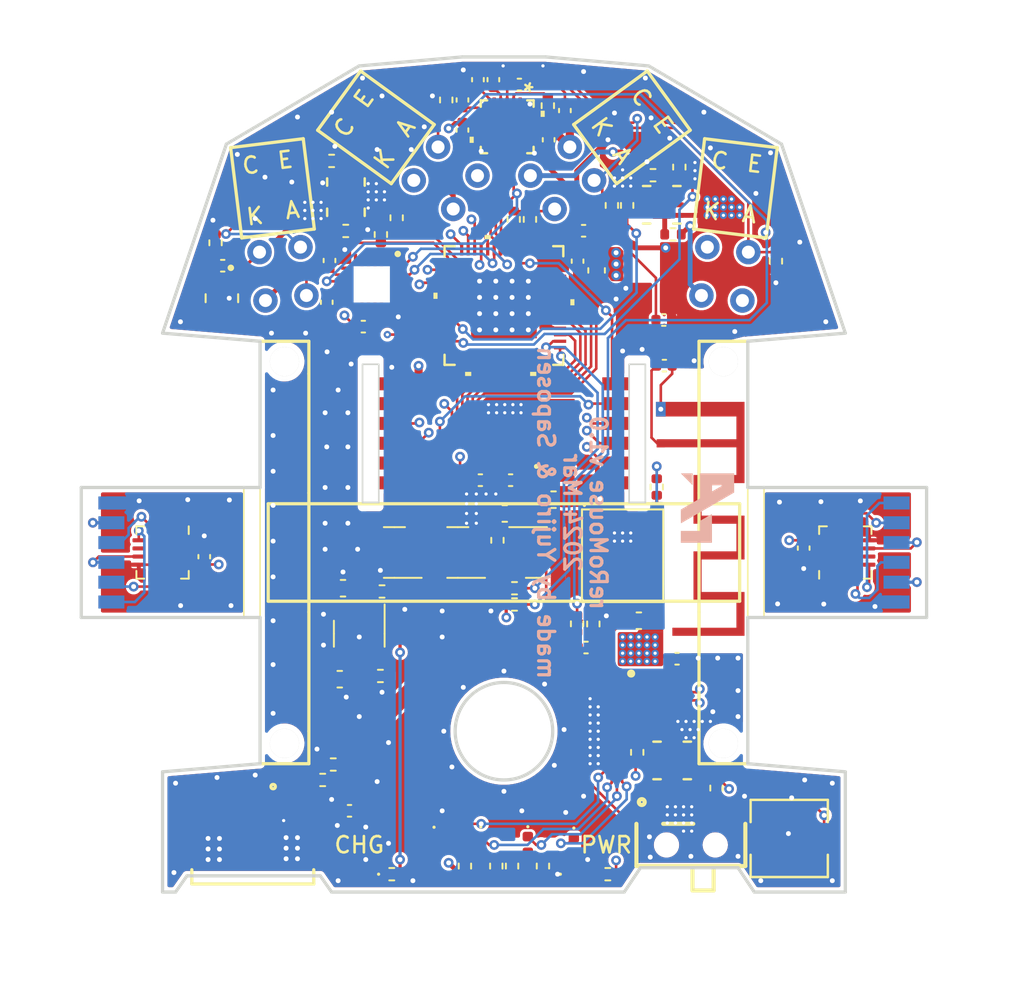
<source format=kicad_pcb>
(kicad_pcb (version 20221018) (generator pcbnew)
  (layers (0 "F.Cu" signal) (1 "In1.Cu" signal) (2 "In2.Cu" signal) (31 "B.Cu" signal) (34 "B.Paste" user) (35 "F.Paste" user) (36 "B.SilkS" user "B.Silkscreen") (37 "F.SilkS" user "F.Silkscreen") (38 "B.Mask" user) (39 "F.Mask" user) (44 "Edge.Cuts" user))
  (net 0 "")
  (net 1 "+3V3")
  (net 2 "+BATT")
  (net 3 "Net-(IC2-REGOUT)")
  (net 4 "Net-(J4-Pin_1)")
  (net 5 "VBATT")
  (net 6 "SENS_R")
  (net 7 "SENS_FR")
  (net 8 "SENS_FL")
  (net 9 "SENS_L")
  (net 10 "/BOOT")
  (net 11 "Net-(D1-A)")
  (net 12 "Net-(D3-K)")
  (net 13 "Net-(D3-A)")
  (net 14 "USB_D+")
  (net 15 "USB_D-")
  (net 16 "Net-(D8-K)")
  (net 17 "Net-(D8-A)")
  (net 18 "Net-(D9-K)")
  (net 19 "Net-(D9-A)")
  (net 20 "Net-(D10-K)")
  (net 21 "Net-(D10-A)")
  (net 22 "IMU_CS")
  (net 23 "ENC_CLK")
  (net 24 "ENC_MISO")
  (net 25 "ENC_MOSI")
  (net 26 "LED_SCL")
  (net 27 "LED_SDA")
  (net 28 "IMU_CLK")
  (net 29 "IMU_MISO")
  (net 30 "IMU_MOSI")
  (net 31 "MOT2_ENBL")
  (net 32 "MOT2_PHASE")
  (net 33 "MOT1_ENBL")
  (net 34 "MOT1_PHASE")
  (net 35 "MOT_MODE")
  (net 36 "BUZZER")
  (net 37 "FAN_PWM")
  (net 38 "LED_R")
  (net 39 "LED_FR")
  (net 40 "LED_FL")
  (net 41 "LED_L")
  (net 56 "Net-(IC5-AOUT1)")
  (net 57 "Net-(IC5-AOUT2)")
  (net 58 "Net-(IC5-BOUT1)")
  (net 59 "Net-(IC5-BOUT2)")
  (net 61 "/CHIP_PU")
  (net 62 "Net-(R5-Pad1)")
  (net 63 "Net-(R7-Pad1)")
  (net 64 "Net-(R11-Pad1)")
  (net 65 "Net-(R13-Pad1)")
  (net 66 "Net-(U6-FB)")
  (net 69 "GND")
  (net 70 "Net-(Q1-Pad3)")
  (net 71 "Net-(Q1-Pad6)")
  (net 72 "ENCL_CS")
  (net 73 "ENCR_CS")
  (net 74 "Net-(D6-A)")
  (net 75 "NeoPixel")
  (net 92 "VBUS")
  (net 93 "Net-(J1-Pin_2)")
  (net 94 "Net-(D4-K)")
  (net 95 "Net-(J3-D-)")
  (net 96 "Net-(J3-D+)")
  (net 98 "Net-(Q4-D)")
  (net 99 "Net-(Q6-G)")
  (net 100 "Net-(U7-PROG)")
  (net 101 "/micromouse_01-2/STAT")
  (net 103 "Net-(D5-K)")
  (net 104 "Net-(D7-K)")
  (net 105 "Net-(Q2-Pad3)")
  (net 106 "Net-(Q2-Pad6)")
  (net 125 "Net-(AE1-A)")
  (net 126 "Net-(U9-LNA_IN)")
  (net 127 "Net-(U13-REFIN+)")
  (net 128 "ADC_CS")
  (footprint "footprints:Pad_1" (layer "F.Cu") (at 154.35 91.7 180)
    (fp_text reference "J2")
    (fp_text value "Fan+")
  )
  (footprint "footprints:SMT-0440-S-R_PUI" (layer "F.Cu") (at 168.55 105.1 180)
    (fp_text reference "U1")
    (fp_text value "SMT-0440-S-R")
  )
  (footprint "Resistor_SMD:R_0402_1005Metric" (layer "F.Cu") (at 148.6 106.8 90)
    (fp_text reference "R25")
    (fp_text value "2.4k")
  )
  (footprint "Resistor_SMD:R_0402_1005Metric" (layer "F.Cu") (at 143.4 95.1)
    (fp_text reference "R28")
    (fp_text value "47k")
  )
  (footprint "footprints:Pad_1" (layer "F.Cu") (at 161.925 102.2 -90)
    (fp_text reference "J4")
    (fp_text value "Fan-")
  )
  (footprint "Resistor_SMD:R_0402_1005Metric" (layer "F.Cu") (at 153.4 106.8 90)
    (fp_text reference "R31")
    (fp_text value "2.4k")
  )
  (footprint "Capacitor_SMD:C_0402_1005Metric" (layer "F.Cu") (at 141.5 103.4 180)
    (fp_text reference "C14")
    (fp_text value "0.1u")
  )
  (footprint "Resistor_SMD:R_0402_1005Metric" (layer "F.Cu") (at 160.4 83.47 90)
    (fp_text reference "R23")
    (fp_text value "1.3k")
  )
  (footprint "Capacitor_SMD:C_0603_1608Metric" (layer "F.Cu") (at 141.1 89.7 180)
    (fp_text reference "C19" hide)
    (fp_text value "4.7u")
  )
  (footprint "footprints:encoder_footprint" (layer "F.Cu") (at 144.15 80.167 90)
    (fp_text reference "REF**")
    (fp_text value "encoder_footprint")
  )
  (footprint "Capacitor_SMD:C_0402_1005Metric" (layer "F.Cu") (at 155.9 67.7 180)
    (fp_text reference "C41")
    (fp_text value "1u")
  )
  (footprint "Capacitor_SMD:C_0402_1005Metric" (layer "F.Cu") (at 132.565 87.758 90)
    (fp_text reference "C20")
    (fp_text value "1u")
  )
  (footprint "footprints:QFN56_7X7_EXP" (layer "F.Cu") (at 151 72.3 -90)
    (fp_text reference "U9" hide)
    (fp_text value "ESP32-S3-PICO-1-N8R2")
  )
  (footprint "Resistor_SMD:R_0402_1005Metric" (layer "F.Cu") (at 151.65 90.7)
    (fp_text reference "R2")
    (fp_text value "10k")
  )
  (footprint "footprints:LBR-127HLD" (layer "F.Cu") (at 165.5793 62.3088 -7)
    (fp_text reference "U4")
    (fp_text value "LBR-127HLD")
  )
  (footprint "Resistor_SMD:R_0402_1005Metric" (layer "F.Cu") (at 143.43 67.93 90)
    (fp_text reference "R4" hide)
    (fp_text value "47k")
  )
  (footprint "footprints:LED_WS2812-2020" (layer "F.Cu") (at 133.65 71.85 90)
    (fp_text reference "U8")
    (fp_text value "WS2812-2020")
  )
  (footprint "Package_TO_SOT_SMD:SOT-23" (layer "F.Cu") (at 144.2625 87.5 180)
    (fp_text reference "Q4")
    (fp_text value "Q_PMOS_GSD")
  )
  (footprint "Resistor_SMD:R_0402_1005Metric" (layer "F.Cu") (at 150.53 106.8 90)
    (fp_text reference "R26")
    (fp_text value "2.4k")
  )
  (footprint "Inductor_SMD:L_0402_1005Metric" (layer "F.Cu") (at 160.35 74.59 90)
    (fp_text reference "L1")
    (fp_text value "2.2n")
  )
  (footprint "footprints:CONV_LXDC55FAAA-203" (layer "F.Cu") (at 158.3 87.7 90)
    (fp_text reference "U6")
    (fp_text value "LXDC55FAAA-203")
  )
  (footprint "Capacitor_SMD:C_0402_1005Metric" (layer "F.Cu") (at 133.7 69.85 180)
    (fp_text reference "C8")
    (fp_text value "0.1u")
  )
  (footprint "Capacitor_SMD:C_0402_1005Metric" (layer "F.Cu") (at 161.65 94.0398)
    (fp_text reference "C13")
    (fp_text value "0.1u")
  )
  (footprint "Resistor_SMD:R_0402_1005Metric" (layer "F.Cu") (at 151.65 89.7)
    (fp_text reference "R1")
    (fp_text value "10k")
  )
  (footprint "LED_SMD:LED_0402_1005Metric" (layer "F.Cu") (at 155.3 105.55 -90)
    (fp_text reference "D10")
    (fp_text value "LED")
  )
  (footprint "Capacitor_SMD:C_0402_1005Metric" (layer "F.Cu") (at 160.83 73.19)
    (fp_text reference "C25")
    (fp_text value "3.3p")
  )
  (footprint "Capacitor_SMD:C_0603_1608Metric" (layer "F.Cu") (at 154.05 84.25)
    (fp_text reference "C2")
    (fp_text value "22u")
  )
  (footprint "Capacitor_SMD:C_0402_1005Metric" (layer "F.Cu") (at 151.41 83.05)
    (fp_text reference "C16")
    (fp_text value "0.1u")
  )
  (footprint "footprints:SOD-963   CST2C_TOS" (layer "F.Cu") (at 147.9 90 180)
    (fp_text reference "D7")
    (fp_text value "CCS15S40,L3F")
  )
  (footprint "Resistor_SMD:R_0402_1005Metric" (layer "F.Cu") (at 161.79 63.78 90)
    (fp_text reference "R10")
    (fp_text value "47k")
  )
  (footprint "Resistor_SMD:R_0402_1005Metric" (layer "F.Cu") (at 140.5 100.55)
    (fp_text reference "R33")
    (fp_text value "22")
  )
  (footprint "Capacitor_SMD:C_0402_1005Metric" (layer "F.Cu") (at 154.75 60.3 90)
    (fp_text reference "C7")
    (fp_text value "0.1u")
  )
  (footprint "Resistor_SMD:R_0402_1005Metric" (layer "F.Cu") (at 160.17 64.28)
    (fp_text reference "R13")
    (fp_text value "100")
  )
  (footprint "Capacitor_SMD:C_0402_1005Metric" (layer "F.Cu") (at 140.1 72.1 -90)
    (fp_text reference "C4")
    (fp_text value "0.1u")
  )
  (footprint "footprints:DFN2020-6L_MCE" (layer "F.Cu") (at 141.28 65.63 90)
    (fp_text reference "Q1" hide)
    (fp_text value "MCM3400A-TP")
  )
  (footprint "Capacitor_SMD:C_0402_1005Metric" (layer "F.Cu") (at 150.35 58.4 90)
    (fp_text reference "C22")
    (fp_text value "0.1u")
  )
  (footprint "LED_SMD:LED_0402_1005Metric" (layer "F.Cu") (at 142.2 107.3 180)
    (fp_text reference "D4")
    (fp_text value "LED")
  )
  (footprint "Resistor_SMD:R_0402_1005Metric" (layer "F.Cu") (at 139.85 101.5)
    (fp_text reference "R32")
    (fp_text value "22")
  )
  (footprint "LED_SMD:LED_0402_1005Metric" (layer "F.Cu") (at 146.7 105.5 -90)
    (fp_text reference "D3")
    (fp_text value "LED")
  )
  (footprint "footprints:LBR-127HLD" (layer "F.Cu") (at 161.1388 59.6906 -54)
    (fp_text reference "U5")
    (fp_text value "LBR-127HLD")
  )
  (footprint "Capacitor_SMD:C_0402_1005Metric" (layer "F.Cu") (at 155.53 69.57 -90)
    (fp_text reference "C38")
    (fp_text value "0.1u")
  )
  (footprint "Capacitor_SMD:C_0402_1005Metric" (layer "F.Cu") (at 149.55 83.05)
    (fp_text reference "C1")
    (fp_text value "0.1u")
  )
  (footprint "Capacitor_SMD:C_0402_1005Metric" (layer "F.Cu") (at 160.87 76)
    (fp_text reference "C9")
    (fp_text value "3.3p")
  )
  (footprint "Package_TO_SOT_SMD:SOT-23-5" (layer "F.Cu") (at 142.1 92.5 -90)
    (fp_text reference "U7")
    (fp_text value "MCP73831-2-OT")
  )
  (footprint "Resistor_SMD:R_0402_1005Metric" (layer "F.Cu") (at 153.7 60 90)
    (fp_text reference "R20")
    (fp_text value "0")
  )
  (footprint "Resistor_SMD:R_0402_1005Metric" (layer "F.Cu") (at 141.27 67.71)
    (fp_text reference "R7")
    (fp_text value "100")
  )
  (footprint "Capacitor_SMD:C_0603_1608Metric" (layer "F.Cu") (at 151.05 85.1)
    (fp_text reference "C15")
    (fp_text value "10u")
  )
  (footprint "footprints:MK06-4.5" (layer "F.Cu") (at 147.3 85.4 180)
    (fp_text reference "J1")
    (fp_text value "Conn_01x02_Pin")
  )
  (footprint "footprints:MountingHole_1.6mm_original" (layer "F.Cu") (at 164.5 75.75)
    (fp_text reference "REF**" hide)
    (fp_text value "MountingHole_1.6mm_original")
  )
  (footprint "footprints:DFN2020-6L_MCE" (layer "F.Cu") (at 160.71 66.1 180)
    (fp_text reference "Q2" hide)
    (fp_text value "MCM3400A-TP")
  )
  (footprint "Resistor_SMD:R_0402_1005Metric" (layer "F.Cu") (at 133.26 68.44 -90)
    (fp_text reference "R9")
    (fp_text value "1k")
  )
  (footprint "Resistor_SMD:R_0402_1005Metric" (layer "F.Cu") (at 147.45 59.65 90)
    (fp_text reference "R6")
    (fp_text value "1k")
  )
  (footprint "footprints:MountingHole_1.6mm_original" (layer "F.Cu") (at 137.5 75.75)
    (fp_text reference "REF**" hide)
    (fp_text value "MountingHole_1.6mm_original")
  )
  (footprint "Capacitor_SMD:C_0402_1005Metric" (layer "F.Cu") (at 148.45 59.65 90)
    (fp_text reference "C24")
    (fp_text value "0.1u")
  )
  (footprint "Resistor_SMD:R_0402_1005Metric" (layer "F.Cu") (at 156.5 91.9 90)
    (fp_text reference "R19")
    (fp_text value "620")
  )
  (footprint "Capacitor_SMD:C_0603_1608Metric" (layer "F.Cu") (at 140.9 95.3 180)
    (fp_text reference "C18" hide)
    (fp_text value "4.7u")
  )
  (footprint "footprints:ZX62R-B-5P_30_" (layer "F.Cu") (at 135.55 107.9)
    (fp_text reference "J3")
    (fp_text value "~" hide)
  )
  (footprint "RF_Antenna:Texas_SWRA117D_2.4GHz_Right" (layer "F.Cu") (at 160.65 80.78 -90)
    (fp_text reference "AE1")
    (fp_text value "Antenna_Shield")
  )
  (footprint "Resistor_SMD:R_0402_1005Metric" (layer "F.Cu") (at 155.5 91.89 90)
    (fp_text reference "R18")
    (fp_text value "2.4k")
  )
  (footprint "LED_SMD:LED_0402_1005Metric" (layer "F.Cu") (at 149.575 105.47 -90)
    (fp_text reference "D8")
    (fp_text value "LED")
  )
  (footprint "Resistor_SMD:R_0402_1005Metric" (layer "F.Cu") (at 140.4 63.4 180)
    (fp_text reference "R5")
    (fp_text value "100")
  )
  (footprint "footprints:UQFN20_NC_MCH" (layer "F.Cu") (at 151.2 61.3 -90)
    (fp_text reference "U13" hide)
    (fp_text value "MCP3464T-E/NC")
  )
  (footprint "Resistor_SMD:R_0402_1005Metric" (layer "F.Cu") (at 151.5 106.8 90)
    (fp_text reference "R30")
    (fp_text value "2.4k")
  )
  (footprint "footprints:QFN40P300X300X95-25N-D" (layer "F.Cu") (at 142.8675 71 -90)
    (fp_text reference "IC2")
    (fp_text value "MPU-6500" hide)
  )
  (footprint "Resistor_SMD:R_0402_1005Metric" (layer "F.Cu") (at 157.39 107.3 180)
    (fp_text reference "R16")
    (fp_text value "1k")
  )
  (footprint "Capacitor_SMD:C_0402_1005Metric" (layer "F.Cu") (at 140.27 69.53 90)
    (fp_text reference "C5")
    (fp_text value "0.1u")
  )
  (footprint "footprints:SON50P300X300X100-9N-D" (layer "F.Cu") (at 160.7 96.35)
    (fp_text reference "IC6")
    (fp_text value "PCA9632TK,118" hide)
  )
  (footprint "LED_SMD:LED_0402_1005Metric" (layer "F.Cu") (at 152.47 105.47 -90)
    (fp_text reference "D9")
    (fp_text value "LED")
  )
  (footprint "Capacitor_SMD:C_0402_1005Metric" (layer "F.Cu") (at 149.4 58.4 90)
    (fp_text reference "C23")
    (fp_text value "0.1u")
  )
  (footprint "Resistor_SMD:R_0402_1005Metric" (layer "F.Cu") (at 150.6 86.75 90)
    (fp_text reference "R27")
    (fp_text value "1k")
  )
  (footprint "Capacitor_SMD:C_0402_1005Metric" (layer "F.Cu") (at 151.95 58.7)
    (fp_text reference "C21")
    (fp_text value "0.1u")
  )
  (footprint "Capacitor_SMD:C_0402_1005Metric" (layer "F.Cu") (at 148.45 61.5 -90)
    (fp_text reference "C17")
    (fp_text value "0.1u")
  )
  (footprint "Capacitor_SMD:C_0402_1005Metric" (layer "F.Cu") (at 156.05 93.35)
    (fp_text reference "C11")
    (fp_text value "0.1u")
  )
  (footprint "Resistor_SMD:R_0402_1005Metric" (layer "F.Cu") (at 157.64 66.14 90)
    (fp_text reference "R15")
    (fp_text value "1k")
  )
  (footprint "Resistor_SMD:R_0402_1005Metric" (layer "F.Cu") (at 167.73 69.57 -90)
    (fp_text reference "R12")
    (fp_text value "1k")
  )
  (footprint "Capacitor_SMD:C_0402_1005Metric" (layer "F.Cu") (at 169.44 87.23 -90)
    (fp_text reference "C12")
    (fp_text value "1u")
  )
  (footprint "Package_TO_SOT_SMD:SOT-23" (layer "F.Cu") (at 148.1625 87.5 180)
    (fp_text reference "Q5")
    (fp_text value "Q_PMOS_GSD")
  )
  (footprint "Resistor_SMD:R_0402_1005Metric" (layer "F.Cu") (at 161.4 67.92 180)
    (fp_text reference "R11")
    (fp_text value "100")
  )
  (footprint "footprints:encoder_footprint" (layer "F.Cu") (at 157.85 80.167 -90)
    (fp_text reference "REF**" hide)
    (fp_text value "encoder_footprint")
  )
  (footprint "footprints:SOD-963   CST2C_TOS" (layer "F.Cu") (at 167.6 101.9 180)
    (fp_text reference "D1")
    (fp_text value "CCS15S40,L3F")
  )
  (footprint "Capacitor_SMD:C_0402_1005Metric" (layer "F.Cu") (at 153.75 62.1 -90)
    (fp_text reference "C6")
    (fp_text value "0.1u")
  )
  (footprint "Resistor_SMD:R_0402_1005Metric" (layer "F.Cu") (at 144.4 66.9 -90)
    (fp_text reference "R8")
    (fp_text value "47k")
  )
  (footprint "footprints:MK06-4.5" (layer "F.Cu") (at 153.35 79.45 90)
    (fp_text reference "M2")
    (fp_text value "MK06-4.5")
  )
  (footprint "Capacitor_SMD:C_0402_1005Metric" (layer "F.Cu") (at 142.35 73.6)
    (fp_text reference "C3")
    (fp_text value "0.1u")
  )
  (footprint "Package_DFN_QFN:QFN-16-1EP_3x3mm_P0.5mm_EP1.75x1.75mm" (layer "F.Cu") (at 130 87.5 -90)
    (fp_text reference "U11")
    (fp_text value "MA730")
  )
  (footprint "footprints:MountingHole_1.6mm_original" (layer "F.Cu") (at 137.5 99.25)
    (fp_text reference "REF**" hide)
    (fp_text value "MountingHole_1.6mm_original")
  )
  (footprint "Capacitor_SMD:C_0603_1608Metric" (layer "F.Cu") (at 159.3 91.7 180)
    (fp_text reference "C10")
    (fp_text value "22u")
  )
  (footprint "footprints:DRV8835DSSR" (layer "F.Cu") (at 150.95 80.95 180)
    (fp_text reference "IC5")
    (fp_text value "DRV8835DSSR" hide)
  )
  (footprint "footprints:SSSS810701" (layer "F.Cu") (at 163.25 103.75)
    (fp_text reference "SW3" hide)
    (fp_text value "SSSS810701" hide)
  )
  (footprint "footprints:MK06-4.5" (layer "F.Cu") (at 153.35 82.25 90)
    (fp_text reference "M1")
    (fp_text value "MK06-4.5")
  )
  (footprint "Resistor_SMD:R_0402_1005Metric" (layer "F.Cu") (at 143.5 89.9 180)
    (fp_text reference "R24")
    (fp_text value "1k")
  )
  (footprint "Resistor_SMD:R_0402_1005Metric" (layer "F.Cu") (at 158.58 66.14 90)
    (fp_text reference "R14")
    (fp_text value "47k")
  )
  (footprint "Resistor_SMD:R_0402_1005Metric" (layer "F.Cu") (at 152.6 67 90)
    (fp_text reference "R21")
    (fp_text value "10k")
  )
  (footprint "footprints:SOD-963   CST2C_TOS" (layer "F.Cu") (at 145.6 90)
    (fp_text reference "D5")
    (fp_text value "CCS15S40,L3F")
  )
  (footprint "Resistor_SMD:R_0402_1005Metric" (layer "F.Cu") (at 159.2 99.8 90)
    (fp_text reference "R17")
    (fp_text value " 47k")
  )
  (footprint "footprints:DFN2020-6L_MCE" (layer "F.Cu") (at 161.35 100.3)
    (fp_text reference "Q3" hide)
    (fp_text value "MCM3400A-TP")
  )
  (footprint "footprints:MountingHole_1.6mm_original" (layer "F.Cu") (at 164.5 99.25)
    (fp_text reference "REF**" hide)
    (fp_text value "MountingHole_1.6mm_original")
  )
  (footprint "Resistor_SMD:R_0402_1005Metric" (layer "F.Cu") (at 144.1 107.3)
    (fp_text reference "R29")
    (fp_text value "470")
  )
  (footprint "Resistor_SMD:R_0402_1005Metric" (layer "F.Cu") (at 164.075 102 -90)
    (fp_text reference "R22")
    (fp_text value " 47k")
  )
  (footprint "footprints:LBR-127HLD" (layer "F.Cu") (at 140.8612 59.6906 54)
    (fp_text reference "U2")
    (fp_text value "LBR-127HLD")
  )
  (footprint "LED_SMD:LED_0402_1005Metric" (layer "F.Cu") (at 155.56 107.3)
    (fp_text reference "D6")
    (fp_text value "PWR")
  )
  (footprint "Package_DFN_QFN:QFN-16-1EP_3x3mm_P0.5mm_EP1.75x1.75mm" (layer "F.Cu") (at 172 87.5 90)
    (fp_text reference "U10")
    (fp_text value "MA730")
  )
  (footprint "Capacitor_SMD:C_0603_1608Metric" (layer "F.Cu") (at 156.7 70.14 -90)
    (fp_text reference "C37")
    (fp_text value "22u")
  )
  (footprint "Resistor_SMD:R_0402_1005Metric" (layer "F.Cu") (at 151.6 67 -90)
    (fp_text reference "R3")
    (fp_text value "10k")
  )
  (footprint "footprints:LBR-127HLD" (layer "F.Cu") (at 136.4207 62.3088 7)
    (fp_text reference "U3")
    (fp_text value "LBR-127HLD")
  )
  (footprint "Package_TO_SOT_SMD:SOT-23" (layer "F.Cu") (at 153 87.5)
    (fp_text reference "Q6")
    (fp_text value "Q_PMOS_GSD")
  )
  (footprint "footprints:reRo" (layer "B.Cu") (at 163.55 84.75 90)
    (fp_text reference "G***" hide)
    (fp_text value "LOGO" hide)
  )
  (footprint "footprints:encoder_footprint" (layer "B.Cu") (at 126.85 87.5 -90)
    (fp_text reference "REF**" hide)
    (fp_text value "encoder_footprint" hide)
  )
  (footprint "footprints:encoder_footprint" (layer "B.Cu") (at 175.15 87.5 90)
    (fp_text reference "REF**" hide)
    (fp_text value "encoder_footprint" hide)
  )
  (gr_line (start 136.5 84.5) (end 136.5 90.5) (stroke (width 0.2)) (layer "F.SilkS"))
  (gr_line (start 163 98.5) (end 163 91.166) (stroke (width 0.2)) (layer "F.SilkS"))
  (gr_line (start 134.187479 62.583032) (end 138.653936 62.03462) (stroke (width 0.2)) (layer "F.SilkS"))
  (gr_line (start 144.069441 64.802338) (end 139.538762 61.510993) (stroke (width 0.2)) (layer "F.SilkS"))
  (gr_line (start 155.285729 61.161614) (end 159.816407 57.870269) (stroke (width 0.2)) (layer "F.SilkS"))
  (gr_line (start 139.538762 61.510993) (end 142.183593 57.870269) (stroke (width 0.2)) (layer "F.SilkS"))
  (gr_line (start 142.183593 57.870269) (end 146.714271 61.161614) (stroke (width 0.2)) (layer "F.SilkS"))
  (gr_line (start 139 83.834) (end 139 76.5) (stroke (width 0.2)) (layer "F.SilkS"))
  (gr_line (start 163 76.5) (end 163 74.5) (stroke (width 0.2)) (layer "F.SilkS"))
  (gr_line (start 167.812521 62.583032) (end 167.130053 68.141291) (stroke (width 0.2)) (layer "F.SilkS"))
  (gr_line (start 166 100.5) (end 163 100.5) (stroke (width 0.2)) (layer "F.SilkS"))
  (gr_line (start 159.816407 57.870269) (end 162.461238 61.510993) (stroke (width 0.2)) (layer "F.SilkS"))
  (gr_line (start 134.869947 68.141291) (end 134.187479 62.583032) (stroke (width 0.2)) (layer "F.SilkS"))
  (gr_line (start 139 83.834) (end 139 91.166) (stroke (width 0.2)) (layer "F.SilkS"))
  (gr_line (start 136.5 90.5) (end 165.5 90.5) (stroke (width 0.2)) (layer "F.SilkS"))
  (gr_line (start 163 76.5) (end 163 83.834) (stroke (width 0.2)) (layer "F.SilkS"))
  (gr_line (start 138.653936 62.03462) (end 139.336405 67.592879) (stroke (width 0.2)) (layer "F.SilkS"))
  (gr_line (start 136 74.5) (end 139 74.5) (stroke (width 0.2)) (layer "F.SilkS"))
  (gr_line (start 166 83.5) (end 166 91.5) (stroke (width 0.1)) (layer "F.SilkS"))
  (gr_line (start 163 91.166) (end 163 83.834) (stroke (width 0.2)) (layer "F.SilkS"))
  (gr_line (start 167 91.5) (end 167 83.5) (stroke (width 0.1)) (layer "F.SilkS"))
  (gr_line (start 139 100.5) (end 136 100.5) (stroke (width 0.2)) (layer "F.SilkS"))
  (gr_line (start 139 98.5) (end 139 91.166) (stroke (width 0.2)) (layer "F.SilkS"))
  (gr_line (start 163.346064 62.03462) (end 167.812521 62.583032) (stroke (width 0.2)) (layer "F.SilkS"))
  (gr_line (start 135 83.5) (end 135 91.5) (stroke (width 0.1)) (layer "F.SilkS"))
  (gr_line (start 139.336405 67.592879) (end 134.869947 68.141291) (stroke (width 0.2)) (layer "F.SilkS"))
  (gr_line (start 136 83.5) (end 136 91.5) (stroke (width 0.1)) (layer "F.SilkS"))
  (gr_line (start 165.5 90.5) (end 165.5 84.5) (stroke (width 0.2)) (layer "F.SilkS"))
  (gr_line (start 167.130053 68.141291) (end 162.663595 67.592879) (stroke (width 0.2)) (layer "F.SilkS"))
  (gr_line (start 162.461238 61.510993) (end 157.930559 64.802338) (stroke (width 0.2)) (layer "F.SilkS"))
  (gr_line (start 163 100.5) (end 163 98.5) (stroke (width 0.2)) (layer "F.SilkS"))
  (gr_line (start 139 74.5) (end 139 76.5) (stroke (width 0.2)) (layer "F.SilkS"))
  (gr_line (start 136.5 84.5) (end 165.5 84.5) (stroke (width 0.2)) (layer "F.SilkS"))
  (gr_line (start 157.930559 64.802338) (end 155.285729 61.161614) (stroke (width 0.2)) (layer "F.SilkS"))
  (gr_line (start 146.714271 61.161614) (end 144.069441 64.802338) (stroke (width 0.2)) (layer "F.SilkS"))
  (gr_line (start 139 98.5) (end 139 100.5) (stroke (width 0.2)) (layer "F.SilkS"))
  (gr_line (start 163 74.5) (end 166 74.5) (stroke (width 0.2)) (layer "F.SilkS"))
  (gr_line (start 162.663595 67.592879) (end 163.346064 62.03462) (stroke (width 0.2)) (layer "F.SilkS"))
  (gr_line (start 166 83.5) (end 167 83.5) (stroke (width 0.2)) (layer "Edge.Cuts"))
  (gr_line (start 168.073053 62.363381) (end 172 74) (stroke (width 0.2)) (layer "Edge.Cuts"))
  (gr_circle (center 137.5 99.25) (end 138.3 99.25) (stroke (width 0.2)) (fill none) (layer "Edge.Cuts"))
  (gr_line (start 142.089636 57.554884) (end 133.926947 62.363381) (stroke (width 0.2)) (layer "Edge.Cuts"))
  (gr_line (start 136 100.5) (end 130 101.000001) (stroke (width 0.2)) (layer "Edge.Cuts"))
  (gr_circle (center 164.5 99.25) (end 165.3 99.25) (stroke (width 0.2)) (fill none) (layer "Edge.Cuts"))
  (gr_circle (center 151 98.5) (end 154 98.5) (stroke (width 0.2)) (fill none) (layer "Edge.Cuts"))
  (gr_line (start 136 91.5) (end 135 91.5) (stroke (width 0.2)) (layer "Edge.Cuts"))
  (gr_line (start 136 91.5) (end 136 100.5) (stroke (width 0.2)) (layer "Edge.Cuts"))
  (gr_line (start 130 108.400001) (end 130.8 108.4) (stroke (width 0.2)) (layer "Edge.Cuts"))
  (gr_line (start 148.431984 57) (end 142.089636 57.554884) (stroke (width 0.2)) (layer "Edge.Cuts"))
  (gr_line (start 130 101.000001) (end 130 108.400001) (stroke (width 0.2)) (layer "Edge.Cuts"))
  (gr_line (start 131.5 107.4) (end 139.7 107.4) (stroke (width 0.2)) (layer "Edge.Cuts"))
  (gr_line (start 177 91.5) (end 167 91.5) (stroke (width 0.2)) (layer "Edge.Cuts"))
  (gr_line (start 140.4 108.4) (end 158.4 108.4) (stroke (width 0.2)) (layer "Edge.Cuts"))
  (gr_line (start 153.568016 57) (end 148.431984 57) (stroke (width 0.2)) (layer "Edge.Cuts"))
  (gr_line (start 140.4 108.4) (end 139.7 107.4) (stroke (width 0.2)) (layer "Edge.Cuts"))
  (gr_line (start 167 83.5) (end 177 83.5) (stroke (width 0.2)) (layer "Edge.Cuts"))
  (gr_line (start 166 100.5) (end 166 91.5) (stroke (width 0.2)) (layer "Edge.Cuts"))
  (gr_line (start 167 91.5) (end 166 91.5) (stroke (width 0.2)) (layer "Edge.Cuts"))
  (gr_line (start 130.8 108.4) (end 131.5 107.4) (stroke (width 0.2)) (layer "Edge.Cuts"))
  (gr_line (start 165.4 106.899999) (end 166.4 108.399999) (stroke (width 0.2)) (layer "Edge.Cuts"))
  (gr_line (start 125 91.5) (end 125 83.5) (stroke (width 0.2)) (layer "Edge.Cuts"))
  (gr_line (start 172 108.4) (end 172 101.000001) (stroke (width 0.2)) (layer "Edge.Cuts"))
  (gr_rect (start 158.7 75.917) (end 159.7 84.417) (stroke (width 0.1)) (fill none) (layer "Edge.Cuts"))
  (gr_line (start 135 83.5) (end 136 83.5) (stroke (width 0.2)) (layer "Edge.Cuts"))
  (gr_line (start 125 83.5) (end 135 83.5) (stroke (width 0.2)) (layer "Edge.Cuts"))
  (gr_line (start 177 83.5) (end 177 91.5) (stroke (width 0.2)) (layer "Edge.Cuts"))
  (gr_line (start 136 74.5) (end 136 83.5) (stroke (width 0.2)) (layer "Edge.Cuts"))
  (gr_line (start 133.926947 62.363381) (end 130 74) (stroke (width 0.2)) (layer "Edge.Cuts"))
  (gr_circle (center 137.5 75.75) (end 138.3 75.75) (stroke (width 0.2)) (fill none) (layer "Edge.Cuts"))
  (gr_line (start 166.4 108.399999) (end 172 108.4) (stroke (width 0.2)) (layer "Edge.Cuts"))
  (gr_line (start 168.073053 62.363381) (end 159.910364 57.554884) (stroke (width 0.2)) (layer "Edge.Cuts"))
  (gr_line (start 159.4 106.899999) (end 165.4 106.899999) (stroke (width 0.2)) (layer "Edge.Cuts"))
  (gr_line (start 130 74) (end 136 74.5) (stroke (width 0.2)) (layer "Edge.Cuts"))
  (gr_rect (start 142.3 75.917) (end 143.3 84.417) (stroke (width 0.1)) (fill none) (layer "Edge.Cuts"))
  (gr_line (start 159.910364 57.554884) (end 153.568016 57) (stroke (width 0.2)) (layer "Edge.Cuts"))
  (gr_line (start 166 74.5) (end 172 74) (stroke (width 0.2)) (layer "Edge.Cuts"))
  (gr_line (start 158.4 108.4) (end 159.4 106.899999) (stroke (width 0.2)) (layer "Edge.Cuts"))
  (gr_line (start 166 83.5) (end 166 74.5) (stroke (width 0.2)) (layer "Edge.Cuts"))
  (gr_line (start 172 101.000001) (end 166 100.5) (stroke (width 0.2)) (layer "Edge.Cuts"))
  (gr_circle (center 164.5 75.75) (end 165.3 75.75) (stroke (width 0.2)) (fill none) (layer "Edge.Cuts"))
  (gr_line (start 135 91.5) (end 125 91.5) (stroke (width 0.2)) (layer "Edge.Cuts"))
  (gr_text "reRoMouse v1.0\n2024 Mar\nmade by Yujiro & Saposen\n" (at 153 85.05 -90) (layer "B.SilkS") (effects (font (size 1 1) (thickness 0.2) bold) (justify bottom mirror)))
  (segment (start 145.1618 78.3382) (end 145.75 77.75) (width 0.5) (layer "F.Cu") (net 1))
  (segment (start 153.4292 61.2992) (end 153.75 61.62) (width 0.16) (layer "F.Cu") (net 1))
  (segment (start 153.789514 66.69) (end 154.118724 66.36079) (width 0.16) (layer "F.Cu") (net 1))
  (segment (start 154.45 69.22) (end 154.452401 69.222401) (width 0.16) (layer "F.Cu") (net 1))
  (segment (start 140.66 70.4) (end 140.27 70.01) (width 0.16) (layer "F.Cu") (net 1))
  (segment (start 170.6963 105.1) (end 170.6963 103.6763) (width 0.16) (layer "F.Cu") (net 1))
  (segment (start 160 89.95) (end 160 91.625) (width 0.5) (layer "F.Cu") (net 1))
  (segment (start 157.0958 81.9958) (end 157.65 81.9958) (width 0.16) (layer "F.Cu") (net 1))
  (segment (start 151.14 90.7) (end 151.14 91.49) (width 0.2) (layer "F.Cu") (net 1))
  (segment (start 160.6 93.7) (end 160.9398 94.0398) (width 0.16) (layer "F.Cu") (net 1))
  (segment (start 169.44 86.75) (end 168.55 86.75) (width 0.16) (layer "F.Cu") (net 1))
  (segment (start 134.86 72.105) (end 134.86 70.31) (width 0.2) (layer "F.Cu") (net 1))
  (segment (start 154.452401 69.222401) (end 154.452401 70.099999) (width 0.16) (layer "F.Cu") (net 1))
  (segment (start 150 82.2) (end 149.99 82.2) (width 0.16) (layer "F.Cu") (net 1))
  (segment (start 167.9005 101.8271) (end 167.8734 101.8271) (width 0.2) (layer "F.Cu") (net 1))
  (segment (start 154.58 69.09) (end 154.45 69.22) (width 0.16) (layer "F.Cu") (net 1))
  (segment (start 152.6367 60.900001) (end 152.736699 61) (width 0.16) (layer "F.Cu") (net 1))
  (segment (start 157.9 106.45) (end 157.9 107.3) (width 0.16) (layer "F.Cu") (net 1))
  (segment (start 162.15 95.0198) (end 162.15 95.6) (width 0.16) (layer "F.Cu") (net 1))
  (segment (start 141.87 72.565) (end 141.8675 72.5625) (width 0.16) (layer "F.Cu") (net 1))
  (segment (start 153.200001 68.847599) (end 153.200001 69.4046) (width 0.16) (layer "F.Cu") (net 1))
  (segment (start 152.6367 61.2992) (end 153.4292 61.2992) (width 0.16) (layer "F.Cu") (net 1))
  (segment (start 141.19 72.92) (end 141.87 73.6) (width 0.16) (layer "F.Cu") (net 1))
  (segment (start 156.7 69.315) (end 156.7 69.365) (width 0.16) (layer "F.Cu") (net 1))
  (segment (start 154.53 61) (end 154.75 60.78) (width 0.16) (layer "F.Cu") (net 1))
  (segment (start 149.99 82.2) (end 149.06 83.13) (width 0.16) (layer "F.Cu") (net 1))
  (segment (start 141.3675 70.4) (end 140.66 70.4) (width 0.16) (layer "F.Cu") (net 1))
  (segment (start 154.131698 61.62) (end 155.052801 62.541103) (width 0.5) (layer "F.Cu") (net 1))
  (segment (start 144.547793 74.090258) (end 143.829742 74.090258) (width 0.16) (layer "F.Cu") (net 1))
  (segment (start 132.565 88.238) (end 131.4745 88.238) (width 0.16) (layer "F.Cu") (net 1))
  (segment (start 151.14 91.49) (end 151.15 91.5) (width 0.2) (layer "F.Cu") (net 1))
  (segment (start 144.35 78.3382) (end 145.1618 78.3382) (width 0.5) (layer "F.Cu") (net 1))
  (segment (start 152.799999 68.847599) (end 153.200001 68.847599) (width 0.16) (layer "F.Cu") (net 1))
  (segment (start 141.19 72.91) (end 141.19 72.92) (width 0.16) (layer "F.Cu") (net 1))
  (segment (start 135.128883 69.85) (end 134.18 69.85) (width 0.2) (layer "F.Cu") (net 1))
  (segment (start 138.868711 71.700001) (end 138.851179 71.682469) (width 0.16) (layer "F.Cu") (net 1))
  (segment (start 145.75 77.75) (end 145.75 76.010517) (width 0.5) (layer "F.Cu") (net 1))
  (segment (start 156.1 81) (end 157.0958 81.9958) (width 0.16) (layer "F.Cu") (net 1))
  (segment (start 160.3 93.7) (end 160.6 93.7) (width 0.16) (layer "F.Cu") (net 1))
  (segment (start 150.53 107.31) (end 148.6 107.31) (width 0.3) (layer "F.Cu") (net 1))
  (segment (start 145.75 76.010517) (end 145.735 76.025517) (width 0.16) (layer "F.Cu") (net 1))
  (segment (start 170.6963 103.6763) (end 168.92 101.9) (width 0.16) (layer "F.Cu") (net 1))
  (segment (start 147.6 106.6) (end 148.31 107.31) (width 0.3) (layer "F.Cu") (net 1))
  (segment (start 155.24 68.8) (end 155.53 69.09) (width 0.16) (layer "F.Cu") (net 1))
  (segment (start 153.4 107.31) (end 151.5 107.31) (width 0.3) (layer "F.Cu") (net 1))
  (segment (start 131.4745 88.238) (end 131.4625 88.25) (width 0.16) (layer "F.Cu") (net 1))
  (segment (start 161.17 94.0398) (end 162.15 95.0198) (width 0.16) (layer "F.Cu") (net 1))
  (segment (start 153.75 61.62) (end 154.131698 61.62) (width 0.5) (layer "F.Cu") (net 1))
  (segment (start 155.052801 62.542531) (end 155.052801 61.082801) (width 0.5) (layer "F.Cu") (net 1))
  (segment (start 153.200001 69.4046) (end 153.495401 69.7) (width 0.16) (layer "F.Cu") (net 1))
  (segment (start 152.736699 61) (end 154.53 61) (width 0.16) (layer "F.Cu") (net 1))
  (segment (start 156.75 69.265) (end 156.7 69.315) (width 0.16) (layer "F.Cu") (net 1))
  (segment (start 146.93805 71.700001) (end 144.547793 74.090258) (width 0.16) (layer "F.Cu") (net 1))
  (segment (start 155.51 62.085332) (end 155.052801 62.542531) (width 0.16) (layer "F.Cu") (net 1))
  (segment (start 149.07 83.05) (end 148.3 82.28) (width 0.16) (layer "F.Cu") (net 1))
  (segment (start 141.87 73.6) (end 141.87 72.565) (width 0.16) (layer "F.Cu") (net 1))
  (segment (start 151.14 89.7) (end 151.14 90.7) (width 0.2) (layer "F.Cu") (net 1))
  (segment (start 153.7 60.51) (end 154.48 60.51) (width 0.16) (layer "F.Cu") (net 1))
  (segment (start 154.48 60.51) (end 154.75 60.78) (width 0.16) (layer "F.Cu") (net 1))
  (segment (start 141.8675 72.5625) (end 141.8675 72.8125) (width 0.16) (layer "F.Cu") (net 1))
  (segment (start 134.2 72.765) (end 134.86 72.105) (width 0.2) (layer "F.Cu") (net 1))
  (segment (start 156.425 69.09) (end 156.7 69.365) (width 0.2) (layer "F.Cu") (net 1))
  (segment (start 151.6 66.49) (end 153.989514 66.49) (width 0.16) (layer "F.Cu") (net 1))
  (segment (start 153.495401 73.300001) (end 153.495401 69.7) (width 0.16) (layer "F.Cu") (net 1))
  (segment (start 167.9734 101.9) (end 167.9005 101.8271) (width 0.2) (layer "F.Cu") (net 1))
  (segment (start 155.052801 62.541103) (end 155.052801 62.542531) (width 0.5) (layer "F.Cu") (net 1))
  (segment (start 168.92 101.9) (end 167.9734 101.9) (width 0.16) (layer "F.Cu") (net 1))
  (segment (start 135.964504 69.014379) (end 135.128883 69.85) (width 0.2) (layer "F.Cu") (net 1))
  (segment (start 138.851179 70.621809) (end 139.462988 70.01) (width 0.16) (layer "F.Cu") (net 1))
  (segment (start 155.420001 69.199999) (end 155.53 69.09) (width 0.16) (layer "F.Cu") (net 1))
  (segment (start 151.5 107.31) (end 150.53 107.31) (width 0.3) (layer "F.Cu") (net 1))
  (segment (start 147.547599 71.700001) (end 146.93805 71.700001) (width 0.16) (layer "F.Cu") (net 1))
  (segment (start 138.851179 71.682469) (end 138.851179 70.621809) (width 0.16) (layer "F.Cu") (net 1))
  (segment (start 134.4 69.85) (end 134.18 69.85) (width 0.2) (layer "F.Cu") (net 1))
  (segment (start 153.8954 73.7) (end 153.495401 73.300001) (width 0.16) (layer "F.Cu") (net 1))
  (segment (start 139.462988 70.01) (end 140.27 70.01) (width 0.16) (layer "F.Cu") (net 1))
  (segment (start 155.53 69.09) (end 154.58 69.09) (width 0.16) (layer "F.Cu") (net 1))
  (segment (start 155.052801 61.082801) (end 154.75 60.78) (width 0.5) (layer "F.Cu") (net 1))
  (segment (start 133.455 88.238) (end 132.565 88.238) (width 0.16) (layer "F.Cu") (net 1))
  (segment (start 153.989514 66.49) (end 154.118724 66.36079) (width 0.16) (layer "F.Cu") (net 1))
  (segment (start 153.495401 69.7) (end 154.452401 69.7) (width 0.16) (layer "F.Cu") (net 1))
  (segment (start 154.452401 73.7) (end 153.8954 73.7) (width 0.16) (layer "F.Cu") (net 1))
  (segment (start 148.3 82.28) (end 148.3 81.6) (width 0.16) (layer "F.Cu") (net 1))
  (segment (start 148.31 107.31) (end 148.6 107.31) (width 0.3) (layer "F.Cu") (net 1))
  (segment (start 160 91.625) (end 160.075 91.7) (width 0.5) (layer "F.Cu") (net 1))
  (segment (start 160.9398 94.0398) (end 161.17 94.0398) (width 0.16) (layer "F.Cu") (net 1))
  (segment (start 134.86 70.31) (end 134.4 69.85) (width 0.2) (layer "F.Cu") (net 1))
  (segment (start 169.44 86.75) (end 170.5375 86.75) (width 0.16) (layer "F.Cu") (net 1))
  (via (at 156.1 81) (size 0.6) (drill 0.3) (layers "F.Cu" "B.Cu") (net 1))
  (via (at 159.3 93.2) (size 0.45) (drill 0.2) (layers "F.Cu" "B.Cu") (net 1))
  (via (at 160.3 93.7) (size 0.45) (drill 0.2) (layers "F.Cu" "B.Cu") (net 1))
  (via (at 148.3 81.6) (size 0.6) (drill 0.3) (layers "F.Cu" "B.Cu") (net 1))
  (via (at 159.8 93.7) (size 0.45) (drill 0.2) (layers "F.Cu" "B.Cu") (net 1))
  (via (at 157.9 69.05) (size 0.6) (drill 0.3) (layers "F.Cu" "B.Cu") (net 1))
  (via (at 158.3 93.2) (size 0.45) (drill 0.2) (layers "F.Cu" "B.Cu") (net 1))
  (via (at 125.7103 85.6703) (size 0.6) (drill 0.3) (layers "F.Cu" "B.Cu") (net 1))
  (via (at 168.55 86.75) (size 0.6) (drill 0.3) (layers "F.Cu" "B.Cu") (net 1))
  (via (at 157.9 70.45) (size 0.6) (drill 0.3) (layers "F.Cu" "B.Cu") (net 1))
  (via (at 159.8 94.2) (size 0.45) (drill 0.2) (layers "F.Cu" "B.Cu") (net 1))
  (via (at 158.8 94.2) (size 0.45) (drill 0.2) (layers "F.Cu" "B.Cu") (net 1))
  (via (at 143.829742 74.090258) (size 0.45) (drill 0.2) (layers "F.Cu" "B.Cu") (net 1))
  (via (at 133.455 88.238) (size 0.6) (drill 0.3) (layers "F.Cu" "B.Cu") (net 1))
  (via (at 159.3 94.2) (size 0.45) (drill 0.2) (layers "F.Cu" "B.Cu") (net 1))
  (via (at 159.8 93.2) (size 0.45) (drill 0.2) (layers "F.Cu" "B.Cu") (net 1))
  (via (at 159.3 93.7) (size 0.45) (drill 0.2) (layers "F.Cu" "B.Cu") (net 1))
  (via (at 158.3 93.7) (size 0.45) (drill 0.2) (layers "F.Cu" "B.Cu") (net 1))
  (via (at 170.6963 103.6763) (size 0.6) (drill 0.3) (layers "F.Cu" "B.Cu") (net 1))
  (via (at 141.19 72.91) (size 0.6) (drill 0.3) (layers "F.Cu" "B.Cu") (net 1))
  (via (at 158.8 93.7) (size 0.45) (drill 0.2) (layers "F.Cu" "B.Cu") (net 1))
  (via (at 145.75 76.010517) (size 0.6) (drill 0.3) (layers "F.Cu" "B.Cu") (net 1))
  (via (at 176.4005 89.3231) (size 0.6) (drill 0.3) (layers "F.Cu" "B.Cu") (net 1))
  (via (at 159.3 92.7) (size 0.45) (drill 0.2) (layers "F.Cu" "B.Cu") (net 1))
  (via (at 147.6 106.6) (size 0.6) (drill 0.3) (layers "F.Cu" "B.Cu") (net 1))
  (via (at 159.8 92.7) (size 0.45) (drill 0.2) (layers "F.Cu" "B.Cu") (net 1))
  (via (at 160.3 92.7) (size 0.45) (drill 0.2) (layers "F.Cu" "B.Cu") (net 1))
  (via (at 151.15 91.5) (size 0.6) (drill 0.3) (layers "F.Cu" "B.Cu") (net 1))
  (via (at 158.8 93.2) (size 0.45) (drill 0.2) (layers "F.Cu" "B.Cu") (net 1))
  (via (at 158.3 94.2) (size 0.45) (drill 0.2) (layers "F.Cu" "B.Cu") (net 1))
  (via (at 160.3 93.2) (size 0.45) (drill 0.2) (layers "F.Cu" "B.Cu") (net 1))
  (via (at 157.9 69.75) (size 0.6) (drill 0.3) (layers "F.Cu" "B.Cu") (net 1))
  (via (at 157.9 106.45) (size 0.6) (drill 0.3) (layers "F.Cu" "B.Cu") (net 1))
  (via (at 158.8 92.7) (size 0.45) (drill 0.2) (layers "F.Cu" "B.Cu") (net 1))
  (via (at 158.3 92.7) (size 0.45) (drill 0.2) (layers "F.Cu" "B.Cu") (net 1))
  (via (at 160.3 94.2) (size 0.45) (drill 0.2) (layers "F.Cu" "B.Cu") (net 1))
  (segment (start 176.4005 89.3231) (end 176.3948 89.3288) (width 0.2) (layer "B.Cu") (net 1))
  (segment (start 125.7112 85.6712) (end 127.05 85.6712) (width 0.2) (layer "B.Cu") (net 1))
  (segment (start 176.3948 89.3288) (end 175.15 89.3288) (width 0.2) (layer "B.Cu") (net 1))
  (segment (start 125.7103 85.6703) (end 125.7112 85.6712) (width 0.2) (layer "B.Cu") (net 1))
  (segment (start 153.17 84.33) (end 151.89 83.05) (width 0.3) (layer "F.Cu") (net 2))
  (segment (start 153.275 85.015) (end 153.275 84.25) (width 0.5) (layer "F.Cu") (net 2))
  (segment (start 156.6 85.45) (end 153.71 85.45) (width 0.5) (layer "F.Cu") (net 2))
  (segment (start 155.57 92.47) (end 155.57 93.35) (width 0.16) (layer "F.Cu") (net 2))
  (segment (start 154.4375 88) (end 153.9375 87.5) (width 0.5) (layer "F.Cu") (net 2))
  (segment (start 154.4375 91.5125) (end 154.4375 88) (width 0.5) (layer "F.Cu") (net 2))
  (segment (start 151.89 83.05) (end 151.89 82.28) (width 0.3) (layer "F.Cu") (net 2))
  (segment (start 154.35 91.6) (end 154.4375 91.5125) (width 0.5) (layer "F.Cu") (net 2))
  (segment (start 156.39 90.16) (end 156.6 89.95) (width 0.16) (layer "F.Cu") (net 2))
  (segment (start 156.4 87.5) (end 156.6 87.7) (width 0.5) (layer "F.Cu") (net 2))
  (segment (start 154.35 91.6) (end 154.7 91.6) (width 0.16) (layer "F.Cu") (net 2))
  (segment (start 153.265 84.33) (end 153.17 84.33) (width 0.3) (layer "F.Cu") (net 2))
  (segment (start 153.71 85.45) (end 153.275 85.015) (width 0.5) (layer "F.Cu") (net 2))
  (segment (start 154.7 91.6) (end 155.57 92.47) (width 0.16) (layer "F.Cu") (net 2))
  (segment (start 153.9375 87.5) (end 156.4 87.5) (width 0.5) (layer "F.Cu") (net 2))
  (segment (start 140.52 71.2) (end 140.1 71.62) (width 0.16) (layer "F.Cu") (net 3))
  (segment (start 141.3675 71.2) (end 140.52 71.2) (width 0.16) (layer "F.Cu") (net 3))
  (segment (start 161.35 101.725) (end 161.825 102.2) (width 1) (layer "F.Cu") (net 4))
  (segment (start 161.825 102.2) (end 161.44 101.815) (width 1) (layer "F.Cu") (net 4))
  (segment (start 161.220014 100.949986) (end 161.35 100.82) (width 0.3) (layer "F.Cu") (net 4))
  (segment (start 161.44 101.14) (end 161.4124 101.1124) (width 1) (layer "F.Cu") (net 4))
  (segment (start 161.44 101.815) (end 161.44 101.14) (width 1) (layer "F.Cu") (net 4))
  (segment (start 161.4124 101.1124) (end 160.30825 101.1124) (width 1) (layer "F.Cu") (net 4))
  (segment (start 160.30825 100.949986) (end 161.220014 100.949986) (width 0.3) (layer "F.Cu") (net 4))
  (segment (start 155.5 91.38) (end 155.5 91.41) (width 0.16) (layer "F.Cu") (net 5))
  (segment (start 155.5 90.65) (end 155.5 91.38) (width 0.16) (layer "F.Cu") (net 5))
  (segment (start 148.569999 60.900001) (end 148.45 61.02) (width 0.16) (layer "F.Cu") (net 5))
  (segment (start 149.7633 60.900001) (end 148.569999 60.900001) (width 0.16) (layer "F.Cu") (net 5))
  (segment (start 155.5 91.41) (end 156.5 92.41) (width 0.16) (layer "F.Cu") (net 5))
  (segment (start 147.6 61.4) (end 147.98 61.02) (width 0.16) (layer "F.Cu") (net 5))
  (segment (start 147.98 61.02) (end 148.45 61.02) (width 0.16) (layer "F.Cu") (net 5))
  (via (at 147.6 61.4) (size 0.6) (drill 0.3) (layers "F.Cu" "B.Cu") (net 5))
  (via (at 155.5 90.65) (size 0.6) (drill 0.3) (layers "F.Cu" "B.Cu") (net 5))
  (via (at 167.1 67.8) (size 0.6) (drill 0.3) (layers "F.Cu" "B.Cu") (net 5))
  (segment (start 167.17 67.73) (end 167.17 67.07) (width 0.16) (layer "B.Cu") (net 5))
  (segment (start 157.405096 74.3) (end 158.505096 73.2) (width 0.16) (layer "B.Cu") (net 5))
  (segment (start 157.4 81.455096) (end 157.4 74.3) (width 0.16) (layer "B.Cu") (net 5))
  (segment (start 167.17 67.07) (end 159.4 59.3) (width 0.16) (layer "B.Cu") (net 5))
  (segment (start 158.505096 73.2) (end 166.1 73.2) (width 0.16) (layer "B.Cu") (net 5))
  (segment (start 166.1 73.2) (end 167.17 72.13) (width 0.16) (layer "B.Cu") (net 5))
  (segment (start 167.17 67.87) (end 167.1 67.8) (width 0.16) (layer "B.Cu") (net 5))
  (segment (start 147.8 61.4) (end 147.6 61.4) (width 0.16) (layer "B.Cu") (net 5))
  (segment (start 149.9 59.3) (end 147.8 61.4) (width 0.16) (layer "B.Cu") (net 5))
  (segment (start 157.4 74.3) (end 157.405096 74.3) (width 0.16) (layer "B.Cu") (net 5))
  (segment (start 155.330165 90.480165) (end 155.330165 83.524931) (width 0.16) (layer "B.Cu") (net 5))
  (segment (start 159.4 59.3) (end 149.9 59.3) (width 0.16) (layer "B.Cu") (net 5))
  (segment (start 167.17 72.13) (end 167.17 67.87) (width 0.16) (layer "B.Cu") (net 5))
  (segment (start 155.330165 83.524931) (end 157.4 81.455096) (width 0.16) (layer "B.Cu") (net 5))
  (segment (start 167.1 67.8) (end 167.17 67.73) (width 0.16) (layer "B.Cu") (net 5))
  (segment (start 155.5 90.65) (end 155.330165 90.480165) (width 0.16) (layer "B.Cu") (net 5))
  (segment (start 156.545775 64.597434) (end 157.05 65.101659) (width 0.16) (layer "F.Cu") (net 6))
  (segment (start 158.95 61.05) (end 159.2 60.8) (width 0.16) (layer "F.Cu") (net 6))
  (segment (start 157.05 66.06) (end 157.64 66.65) (width 0.16) (layer "F.Cu") (net 6))
  (segment (start 156.503209 64.64) (end 156.545775 64.597434) (width 0.16) (layer "F.Cu") (net 6))
  (segment (start 150.800001 59.330001) (end 150.35 58.88) (width 0.16) (layer "F.Cu") (net 6))
  (segment (start 152.86383 57.83) (end 153.09383 58.06) (width 0.16) (layer "F.Cu") (net 6))
  (segment (start 150.800001 59.8633) (end 150.800001 59.330001) (width 0.16) (layer "F.Cu") (net 6))
  (segment (start 153.09383 58.06) (end 154.597132 58.06) (width 0.16) (layer "F.Cu") (net 6))
  (segment (start 157.05 65.101659) (end 157.05 66.06) (width 0.16) (layer "F.Cu") (net 6))
  (segment (start 154.597132 58.06) (end 157.587132 61.05) (width 0.16) (layer "F.Cu") (net 6))
  (segment (start 150.35 58.768718) (end 150.35 58.88) (width 0.16) (layer "F.Cu") (net 6))
  (segment (start 150.35 58.88) (end 151.4 57.83) (width 0.16) (layer "F.Cu") (net 6))
  (segment (start 157.587132 61.05) (end 158.95 61.05) (width 0.16) (layer "F.Cu") (net 6))
  (segment (start 151.4 57.83) (end 152.86383 57.83) (width 0.16) (layer "F.Cu") (net 6))
  (via (at 159.2 60.8) (size 0.6) (drill 0.3) (layers "F.Cu" "B.Cu") (net 6))
  (segment (start 159.2 62.14196) (end 156.744526 64.597434) (width 0.16) (layer "B.Cu") (net 6))
  (segment (start 159.2 60.8) (end 159.2 62.14196) (width 0.16) (layer "B.Cu") (net 6))
  (segment (start 156.744526 64.597434) (end 156.545775 64.597434) (width 0.16) (layer "B.Cu") (net 6))
  (segment (start 151.47 58.7) (end 152.02 58.15) (width 0.16) (layer "F.Cu") (net 7))
  (segment (start 151.2 59.8633) (end 151.2 58.97) (width 0.16) (layer "F.Cu") (net 7))
  (segment (start 152.02 58.15) (end 152.731282 58.15) (width 0.16) (layer "F.Cu") (net 7))
  (segment (start 161.46 61.37) (end 166.035496 65.945496) (width 0.16) (layer "F.Cu") (net 7))
  (segment (start 154.464584 58.38) (end 157.454584 61.37) (width 0.16) (layer "F.Cu") (net 7))
  (segment (start 167.684379 69.014379) (end 167.73 69.06) (width 0.16) (layer "F.Cu") (net 7))
  (segment (start 157.454584 61.37) (end 161.46 61.37) (width 0.16) (layer "F.Cu") (net 7))
  (segment (start 152.731282 58.15) (end 152.961282 58.38) (width 0.16) (layer "F.Cu") (net 7))
  (segment (start 166.035496 69.014379) (end 167.684379 69.014379) (width 0.16) (layer "F.Cu") (net 7))
  (segment (start 151.2 58.97) (end 151.47 58.7) (width 0.16) (layer "F.Cu") (net 7))
  (segment (start 152.961282 58.38) (end 154.464584 58.38) (width 0.16) (layer "F.Cu") (net 7))
  (segment (start 166.035496 65.945496) (end 166.035496 69.014379) (width 0.16) (layer "F.Cu") (net 7))
  (segment (start 149.15 58.63) (end 149.4 58.88) (width 0.16) (layer "F.Cu") (net 8))
  (segment (start 149.4 58.88) (end 149.416699 58.88) (width 0.16) (layer "F.Cu") (net 8))
  (segment (start 143.17 58.63) (end 149.15 58.63) (width 0.16) (layer "F.Cu") (net 8))
  (segment (start 133.9 67.9) (end 133.29 67.9) (width 0.16) (layer "F.Cu") (net 8))
  (segment (start 149.416699 58.88) (end 150.399999 59.8633) (width 0.16) (layer "F.Cu") (net 8))
  (segment (start 133.9 67.9) (end 143.17 58.63) (width 0.16) (layer "F.Cu") (net 8))
  (segment (start 133.29 67.9) (end 133.26 67.93) (width 0.16) (layer "F.Cu") (net 8))
  (via (at 133.9 67.9) (size 0.6) (drill 0.3) (layers "F.Cu" "B.Cu") (net 8))
  (segment (start 137.68074 67.9) (end 138.485571 68.704831) (width 0.16) (layer "B.Cu") (net 8))
  (segment (start 133.9 67.9) (end 137.68074 67.9) (width 0.16) (layer "B.Cu") (net 8))
  (segment (start 147.48 60.13) (end 147.45 60.16) (width 0.16) (layer "F.Cu") (net 9))
  (segment (start 149.3933 60.13) (end 149.7633 60.5) (width 0.16) (layer "F.Cu") (net 9))
  (segment (start 146.947199 62.542531) (end 146.947199 60.662801) (width 0.16) (layer "F.Cu") (net 9))
  (segment (start 148.42 60.16) (end 148.45 60.13) (width 0.16) (layer "F.Cu") (net 9))
  (segment (start 148.45 60.13) (end 149.3933 60.13) (width 0.16) (layer "F.Cu") (net 9))
  (segment (start 148.45 60.13) (end 148.409999 60.089999) (width 0.16) (layer "F.Cu") (net 9))
  (segment (start 148.45 60.13) (end 147.48 60.13) (width 0.16) (layer "F.Cu") (net 9))
  (segment (start 146.947199 60.662801) (end 147.45 60.16) (width 0.16) (layer "F.Cu") (net 9))
  (segment (start 152.000001 67.910001) (end 151.6 67.51) (width 0.16) (layer "F.Cu") (net 10))
  (segment (start 152.000001 68.847599) (end 152.000001 67.910001) (width 0.16) (layer "F.Cu") (net 10))
  (segment (start 167.025 102) (end 167.025 104.4787) (width 0.2) (layer "F.Cu") (net 11))
  (segment (start 161.479986 99.650014) (end 161.35 99.78) (width 0.3) (layer "F.Cu") (net 11))
  (segment (start 165.8 101.9) (end 164.88 100.98) (width 0.16) (layer "F.Cu") (net 11))
  (segment (start 162.39175 99.650014) (end 161.479986 99.650014) (width 0.3) (layer "F.Cu") (net 11))
  (segment (start 167.025 104.4787) (end 166.4037 105.1) (width 0.2) (layer "F.Cu") (net 11))
  (segment (start 167.125 101.9) (end 167.025 102) (width 0.2) (layer "F.Cu") (net 11))
  (segment (start 164.88 100.98) (end 163.885096 100.98) (width 0.16) (layer "F.Cu") (net 11))
  (segment (start 162.55511 99.650014) (end 162.39175 99.650014) (width 0.16) (layer "F.Cu") (net 11))
  (segment (start 167.125 101.9) (end 165.8 101.9) (width 0.16) (layer "F.Cu") (net 11))
  (segment (start 163.885096 100.98) (end 162.55511 99.650014) (width 0.16) (layer "F.Cu") (net 11))
  (segment (start 149.6 104.2) (end 147.515 104.2) (width 0.16) (layer "F.Cu") (net 12))
  (segment (start 156.8 101.35) (end 157.31 100.84) (width 0.16) (layer "F.Cu") (net 12))
  (segment (start 157.31 97.049904) (end 158.759904 95.6) (width 0.16) (layer "F.Cu") (net 12))
  (segment (start 147.515 104.2) (end 146.7 105.015) (width 0.16) (layer "F.Cu") (net 12))
  (segment (start 157.31 100.84) (end 157.31 97.049904) (width 0.16) (layer "F.Cu") (net 12))
  (segment (start 158.759904 95.6) (end 159.25 95.6) (width 0.16) (layer "F.Cu") (net 12))
  (via (at 149.6 104.2) (size 0.6) (drill 0.3) (layers "F.Cu" "B.Cu") (net 12))
  (via (at 156.8 101.35) (size 0.6) (drill 0.3) (layers "F.Cu" "B.Cu") (net 12))
  (segment (start 149.6 104.2) (end 155.442356 104.2) (width 0.16) (layer "B.Cu") (net 12))
  (segment (start 156.79 101.36) (end 156.8 101.35) (width 0.16) (layer "B.Cu") (net 12))
  (segment (start 156.79 102.852356) (end 156.79 101.36) (width 0.16) (layer "B.Cu") (net 12))
  (segment (start 155.442356 104.2) (end 156.79 102.852356) (width 0.16) (layer "B.Cu") (net 12))
  (segment (start 148.6 106.29) (end 148.295 105.985) (width 0.16) (layer "F.Cu") (net 13))
  (segment (start 148.295 105.985) (end 146.7 105.985) (width 0.16) (layer "F.Cu") (net 13))
  (segment (start 145.85 75.25) (end 147.000001 74.099999) (width 0.16) (layer "F.Cu") (net 14))
  (segment (start 141.01 100.55) (end 141.01 99.457452) (width 0.16) (layer "F.Cu") (net 14))
  (segment (start 147.000001 74.099999) (end 147.547599 74.099999) (width 0.16) (layer "F.Cu") (net 14))
  (segment (start 139.2 77.432548) (end 141.382548 75.25) (width 0.16) (layer "F.Cu") (net 14))
  (segment (start 141.01 99.457452) (end 139.2 97.647452) (width 0.16) (layer "F.Cu") (net 14))
  (segment (start 139.2 97.647452) (end 139.2 77.432548) (width 0.16) (layer "F.Cu") (net 14))
  (segment (start 141.382548 75.25) (end 145.85 75.25) (width 0.16) (layer "F.Cu") (net 14))
  (segment (start 140.5 99.4) (end 140.5 101.36) (width 0.16) (layer "F.Cu") (net 15))
  (segment (start 141.25 74.93) (end 138.88 77.3) (width 0.16) (layer "F.Cu") (net 15))
  (segment (start 145.717452 74.93) (end 141.25 74.93) (width 0.16) (layer "F.Cu") (net 15))
  (segment (start 147.547599 73.7) (end 146.947452 73.7) (width 0.16) (layer "F.Cu") (net 15))
  (segment (start 146.947452 73.7) (end 145.717452 74.93) (width 0.16) (layer "F.Cu") (net 15))
  (segment (start 138.88 97.78) (end 140.5 99.4) (width 0.16) (layer "F.Cu") (net 15))
  (segment (start 140.5 101.36) (end 140.36 101.5) (width 0.16) (layer "F.Cu") (net 15))
  (segment (start 138.88 77.3) (end 138.88 97.78) (width 0.16) (layer "F.Cu") (net 15))
  (segment (start 157.63 101.67) (end 157.63 97.182452) (width 0.16) (layer "F.Cu") (net 16))
  (segment (start 158.712452 96.1) (end 159.25 96.1) (width 0.16) (layer "F.Cu") (net 16))
  (segment (start 150.09 105.5) (end 149.575 104.985) (width 0.16) (layer "F.Cu") (net 16))
  (segment (start 157.63 97.182452) (end 158.712452 96.1) (width 0.16) (layer "F.Cu") (net 16))
  (segment (start 150.4 105.5) (end 150.09 105.5) (width 0.16) (layer "F.Cu") (net 16))
  (segment (start 157.35 101.95) (end 157.63 101.67) (width 0.16) (layer "F.Cu") (net 16))
  (via (at 157.35 101.95) (size 0.6) (drill 0.3) (layers "F.Cu" "B.Cu") (net 16))
  (via (at 150.4 105.5) (size 0.6) (drill 0.3) (layers "F.Cu" "B.Cu") (net 16))
  (segment (start 157.35 101.95) (end 157.35 102.744904) (width 0.16) (layer "B.Cu") (net 16))
  (segment (start 153.43 104.52) (end 152.45 105.5) (width 0.16) (layer "B.Cu") (net 16))
  (segment (start 152.45 105.5) (end 150.4 105.5) (width 0.16) (layer "B.Cu") (net 16))
  (segment (start 157.35 102.744904) (end 155.574904 104.52) (width 0.16) (layer "B.Cu") (net 16))
  (segment (start 155.574904 104.52) (end 153.43 104.52) (width 0.16) (layer "B.Cu") (net 16))
  (segment (start 149.91 106.29) (end 149.575 105.955) (width 0.16) (layer "F.Cu") (net 17))
  (segment (start 150.53 106.29) (end 149.91 106.29) (width 0.16) (layer "F.Cu") (net 17))
  (segment (start 152.985 105.5) (end 152.47 104.985) (width 0.16) (layer "F.Cu") (net 18))
  (segment (start 158.695 96.6) (end 159.25 96.6) (width 0.16) (layer "F.Cu") (net 18))
  (segment (start 153.3 105.5) (end 152.985 105.5) (width 0.16) (layer "F.Cu") (net 18))
  (segment (start 157.95 102.5) (end 157.8 102.5) (width 0.16) (layer "F.Cu") (net 18))
  (segment (start 157.95 102.5) (end 157.95 97.345) (width 0.16) (layer "F.Cu") (net 18))
  (segment (start 157.95 97.345) (end 158.695 96.6) (width 0.16) (layer "F.Cu") (net 18))
  (via (at 153.3 105.5) (size 0.6) (drill 0.3) (layers "F.Cu" "B.Cu") (net 18))
  (via (at 157.95 102.5) (size 0.6) (drill 0.3) (layers "F.Cu" "B.Cu") (net 18))
  (segment (start 157.95 102.597452) (end 155.707452 104.84) (width 0.16) (layer "B.Cu") (net 18))
  (segment (start 157.95 102.5) (end 157.95 102.597452) (width 0.16) (layer "B.Cu") (net 18))
  (segment (start 153.96 104.84) (end 153.3 105.5) (width 0.16) (layer "B.Cu") (net 18))
  (segment (start 155.707452 104.84) (end 153.96 104.84) (width 0.16) (layer "B.Cu") (net 18))
  (segment (start 151.5 106.29) (end 152.135 106.29) (width 0.16) (layer "F.Cu") (net 19))
  (segment (start 152.135 106.29) (end 152.47 105.955) (width 0.16) (layer "F.Cu") (net 19))
  (segment (start 158.55 101.9) (end 158.27 101.62) (width 0.16) (layer "F.Cu") (net 20))
  (segment (start 154.5 105.4) (end 154.965 105.4) (width 0.16) (layer "F.Cu") (net 20))
  (segment (start 154.965 105.4) (end 155.3 105.065) (width 0.16) (layer "F.Cu") (net 20))
  (segment (start 158.27 101.62) (end 158.27 97.477548) (width 0.16) (layer "F.Cu") (net 20))
  (segment (start 158.647548 97.1) (end 159.25 97.1) (width 0.16) (layer "F.Cu") (net 20))
  (segment (start 158.27 97.477548) (end 158.647548 97.1) (width 0.16) (layer "F.Cu") (net 20))
  (via (at 154.5 105.4) (size 0.6) (drill 0.3) (layers "F.Cu" "B.Cu") (net 20))
  (via (at 158.55 101.9) (size 0.6) (drill 0.3) (layers "F.Cu" "B.Cu") (net 20))
  (segment (start 154.5 105.4) (end 155.84196 105.4) (width 0.16) (layer "B.Cu") (net 20))
  (segment (start 158.55 102.69196) (end 158.55 101.9) (width 0.16) (layer "B.Cu") (net 20))
  (segment (start 155.84196 105.4) (end 158.55 102.69196) (width 0.16) (layer "B.Cu") (net 20))
  (segment (start 153.4 106.29) (end 153.655 106.035) (width 0.16) (layer "F.Cu") (net 21))
  (segment (start 153.655 106.035) (end 155.3 106.035) (width 0.16) (layer "F.Cu") (net 21))
  (segment (start 145.56 71.56) (end 144.8 70.8) (width 0.16) (layer "F.Cu") (net 22))
  (segment (start 146.13196 71.56) (end 145.56 71.56) (width 0.16) (layer "F.Cu") (net 22))
  (segment (start 144.8 70.8) (end 144.3675 70.8) (width 0.16) (layer "F.Cu") (net 22))
  (segment (start 146.391961 71.299999) (end 146.13196 71.56) (width 0.16) (layer "F.Cu") (net 22))
  (segment (start 147.547599 71.299999) (end 146.391961 71.299999) (width 0.16) (layer "F.Cu") (net 22))
  (segment (start 157.65 78.3382) (end 157.65 78.05) (width 0.16) (layer "F.Cu") (net 23))
  (segment (start 147.06 79.44) (end 147.06 80.74) (width 0.16) (layer "F.Cu") (net 23))
  (segment (start 147.06 80.74) (end 145.8042 81.9958) (width 0.16) (layer "F.Cu") (net 23))
  (segment (start 145.8042 81.9958) (end 144.35 81.9958) (width 0.16) (layer "F.Cu") (net 23))
  (segment (start 149.200001 67.200001) (end 149.200001 68.847599) (width 0.16) (layer "F.Cu") (net 23))
  (segment (start 128.22 89.6) (end 130.4278 89.6) (width 0.16) (layer "F.Cu") (net 23))
  (segment (start 171.25 85.7222) (end 171.25 86.0375) (width 0.16) (layer "F.Cu") (net 23))
  (segment (start 156.2 78.4) (end 156.2618 78.3382) (width 0.16) (layer "F.Cu") (net 23))
  (segment (start 173.315 85.09) (end 171.8822 85.09) (width 0.16) (layer "F.Cu") (net 23))
  (segment (start 171.8822 85.09) (end 171.25 85.7222) (width 0.16) (layer "F.Cu") (net 23))
  (segment (start 173.9 85.675) (end 173.315 85.09) (width 0.16) (layer "F.Cu") (net 23))
  (segment (start 130.75 89.2778) (end 130.75 88.9625) (width 0.16) (layer "F.Cu") (net 23))
  (segment (start 156.2618 78.3382) (end 157.65 78.3382) (width 0.16) (layer "F.Cu") (net 23))
  (segment (start 149 67) (end 149.200001 67.200001) (width 0.16) (layer "F.Cu") (net 23))
  (segment (start 130.4278 89.6) (end 130.75 89.2778) (width 0.16) (layer "F.Cu") (net 23))
  (via (at 147.06 79.44) (size 0.6) (drill 0.3) (layers "F.Cu" "B.Cu") (net 23))
  (via (at 173.9 85.675) (size 0.6) (drill 0.3) (layers "F.Cu" "B.Cu") (net 23))
  (via (at 156.2 78.4) (size 0.6) (drill 0.3) (layers "F.Cu" "B.Cu") (net 23))
  (via (at 149 67) (size 0.6) (drill 0.3) (layers "F.Cu" "B.Cu") (net 23))
  (via (at 128.22 89.6) (size 0.6) (drill 0.3) (layers "F.Cu" "B.Cu") (net 23))
  (segment (start 155.69 77.89) (end 148.61 77.89) (width 0.16) (layer "B.Cu") (net 23))
  (segment (start 173.9 85.675) (end 175.1462 85.675) (width 0.16) (layer "B.Cu") (net 23))
  (segment (start 128.22 89.6) (end 127.3212 89.6) (width 0.16) (layer "B.Cu") (net 23))
  (segment (start 127.3212 89.6) (end 127.05 89.3288) (width 0.16) (layer "B.Cu") (net 23))
  (segment (start 148.61 77.89) (end 147.06 79.44) (width 0.16) (layer "B.Cu") (net 23))
  (segment (start 156.2 78.4) (end 155.69 77.89) (width 0.16) (layer "B.Cu") (net 23))
  (segment (start 175.1462 85.675) (end 175.15 85.6712) (width 0.16) (layer "B.Cu") (net 23))
  (segment (start 176.4005 86.875) (end 176.0255 87.25) (width 0.16) (layer "F.Cu") (net 24))
  (segment (start 148.5 67.7) (end 148.799999 67.999999) (width 0.16) (layer "F.Cu") (net 24))
  (segment (start 126.0775 87.75) (end 128.5375 87.75) (width 0.16) (layer "F.Cu") (net 24))
  (segment (start 176.0255 87.25) (end 173.4625 87.25) (width 0.16) (layer "F.Cu") (net 24))
  (segment (start 156.4574 79.5574) (end 157.65 79.5574) (width 0.16) (layer "F.Cu") (net 24))
  (segment (start 156.1 79.2) (end 156.4574 79.5574) (width 0.16) (layer "F.Cu") (net 24))
  (segment (start 146.375 80.125) (end 145.7234 80.7766) (width 0.16) (layer "F.Cu") (net 24))
  (segment (start 145.7234 80.7766) (end 144.35 80.7766) (width 0.16) (layer "F.Cu") (net 24))
  (segment (start 148.799999 67.999999) (end 148.799999 68.847599) (width 0.16) (layer "F.Cu") (net 24))
  (segment (start 125.7179 88.1096) (end 126.0775 87.75) (width 0.16) (layer "F.Cu") (net 24))
  (via (at 176.4005 86.875) (size 0.6) (drill 0.3) (layers "F.Cu" "B.Cu") (net 24))
  (via (at 148.5 67.7) (size 0.6) (drill 0.3) (layers "F.Cu" "B.Cu") (net 24))
  (via (at 146.375 80.125) (size 0.6) (drill 0.3) (layers "F.Cu" "B.Cu") (net 24))
  (via (at 125.7179 88.1096) (size 0.6) (drill 0.3) (layers "F.Cu" "B.Cu") (net 24))
  (via (at 156.1 79.2) (size 0.6) (drill 0.3) (layers "F.Cu" "B.Cu") (net 24))
  (segment (start 176.4005 86.875) (end 176.3851 86.8904) (width 0.16) (layer "B.Cu") (net 24))
  (segment (start 176.3851 86.8904) (end 175.15 86.8904) (width 0.16) (layer "B.Cu") (net 24))
  (segment (start 125.7179 88.1096) (end 127.05 88.1096) (width 0.16) (layer "B.Cu") (net 24))
  (segment (start 172.625 90.05) (end 172.75 89.925) (width 0.16) (layer "F.Cu") (net 25))
  (segment (start 129.25 85.85) (end 129.25 86.0375) (width 0.16) (layer "F.Cu") (net 25))
  (segment (start 156.8766 80.7766) (end 157.65 80.7766) (width 0.16) (layer "F.Cu") (net 25))
  (segment (start 145.8 79.5) (end 145.7426 79.5574) (width 0.16) (layer "F.Cu") (net 25))
  (segment (start 156.1 80) (end 156.8766 80.7766) (width 0.16) (layer "F.Cu") (net 25))
  (segment (start 128.7 85.3) (end 129.25 85.85) (width 0.16) (layer "F.Cu") (net 25))
  (segment (start 147.72 67.91) (end 148.4 68.59) (width 0.16) (layer "F.Cu") (net 25))
  (segment (start 145.7426 79.5574) (end 144.35 79.5574) (width 0.16) (layer "F.Cu") (net 25))
  (segment (start 148.4 68.59) (end 148.4 68.847599) (width 0.16) (layer "F.Cu") (net 25))
  (segment (start 172.75 89.925) (end 172.75 88.9625) (width 0.16) (layer "F.Cu") (net 25))
  (via (at 147.72 67.91) (size 0.6) (drill 0.3) (layers "F.Cu" "B.Cu") (net 25))
  (via (at 156.1 80) (size 0.6) (drill 0.3) (layers "F.Cu" "B.Cu") (net 25))
  (via (at 172.625 90.05) (size 0.6) (drill 0.3) (layers "F.Cu" "B.Cu") (net 25))
  (via (at 128.7 85.3) (size 0.6) (drill 0.3) (layers "F.Cu" "B.Cu") (net 25))
  (via (at 145.8 79.5) (size 0.6) (drill 0.3) (layers "F.Cu" "B.Cu") (net 25))
  (segment (start 127.4296 86.8904) (end 126.85 86.8904) (width 0.16) (layer "B.Cu") (net 25))
  (segment (start 172.875 90.3) (end 173.460265 90.3) (width 0.16) (layer "B.Cu") (net 25))
  (segment (start 173.460265 90.3) (end 173.975 89.785265) (width 0.16) (layer "B.Cu") (net 25))
  (segment (start 128.7 85.3) (end 128.60554 85.3) (width 0.16) (layer "B.Cu") (net 25))
  (segment (start 173.975 88.325) (end 174.1904 88.1096) (width 0.16) (layer "B.Cu") (net 25))
  (segment (start 173.975 89.785265) (end 173.975 88.325) (width 0.16) (layer "B.Cu") (net 25))
  (segment (start 128.60554 85.3) (end 127.91 85.99554) (width 0.16) (layer "B.Cu") (net 25))
  (segment (start 127.91 86.41) (end 127.4296 86.8904) (width 0.16) (layer "B.Cu") (net 25))
  (segment (start 174.1904 88.1096) (end 175.15 88.1096) (width 0.16) (layer "B.Cu") (net 25))
  (segment (start 172.625 90.05) (end 172.875 90.3) (width 0.16) (layer "B.Cu") (net 25))
  (segment (start 127.91 85.99554) (end 127.91 86.41) (width 0.16) (layer "B.Cu") (net 25))
  (segment (start 154.019999 74.500001) (end 154.452401 74.500001) (width 0.16) (layer "F.Cu") (net 26))
  (segment (start 152.9 90.7) (end 152.16 90.7) (width 0.16) (layer "F.Cu") (net 26))
  (segment (start 162.9 96.6) (end 162.15 96.6) (width 0.16) (layer "F.Cu") (net 26))
  (segment (start 163.05 96.75) (end 162.9 96.6) (width 0.16) (layer "F.Cu") (net 26))
  (segment (start 153.62 74.9) (end 154.019999 74.500001) (width 0.16) (layer "F.Cu") (net 26))
  (via (at 152.9 90.7) (size 0.6) (drill 0.3) (layers "F.Cu" "B.Cu") (net 26))
  (via (at 153.59 74.87) (size 0.6) (drill 0.3) (layers "F.Cu" "B.Cu") (net 26))
  (via (at 163.05 96.75) (size 0.6) (drill 0.3) (layers "F.Cu" "B.Cu") (net 26))
  (segment (start 155.010165 83.392383) (end 155.010165 88.589835) (width 0.16) (layer "B.Cu") (net 26))
  (segment (start 153.59 74.87) (end 153.6 74.86) (width 0.16) (layer "B.Cu") (net 26))
  (segment (start 155.010165 88.589835) (end 152.9 90.7) (width 0.16) (layer "B.Cu") (net 26))
  (segment (start 153.6 74.86) (end 154.74196 74.86) (width 0.16) (layer "B.Cu") (net 26))
  (segment (start 157.08 77.19804) (end 157.08 81.322548) (width 0.16) (layer "B.Cu") (net 26))
  (segment (start 154.74196 74.86) (end 157.08 77.19804) (width 0.16) (layer "B.Cu") (net 26))
  (segment (start 157.08 81.322548) (end 155.010165 83.392383) (width 0.16) (layer "B.Cu") (net 26))
  (segment (start 154.51 75.42) (end 154.452401 75.362401) (width 0.16) (layer "F.Cu") (net 27))
  (segment (start 154.452401 75.362401) (end 154.452401 74.9) (width 0.16) (layer "F.Cu") (net 27))
  (segment (start 163.05 95.9) (end 162.85 96.1) (width 0.16) (layer "F.Cu") (net 27))
  (segment (start 162.85 96.1) (end 162.15 96.1) (width 0.16) (layer "F.Cu") (net 27))
  (segment (start 152.16 89.7) (end 152.9 89.7) (width 0.16) (layer "F.Cu") (net 27))
  (via (at 152.9 89.7) (size 0.6) (drill 0.3) (layers "F.Cu" "B.Cu") (net 27))
  (via (at 163.05 95.9) (size 0.6) (drill 0.3) (layers "F.Cu" "B.Cu") (net 27))
  (via (at 154.51 75.42) (size 0.6) (drill 0.3) (layers "F.Cu" "B.Cu") (net 27))
  (segment (start 154.690165 83.201795) (end 154.690165 87.909835) (width 0.16) (layer "B.Cu") (net 27))
  (segment (start 156.76 77.67) (end 156.76 81.13196) (width 0.16) (layer "B.Cu") (net 27))
  (segment (start 154.690165 87.909835) (end 152.9 89.7) (width 0.16) (layer "B.Cu") (net 27))
  (segment (start 154.51 75.42) (end 156.76 77.67) (width 0.16) (layer "B.Cu") (net 27))
  (segment (start 156.76 81.13196) (end 154.690165 83.201795) (width 0.16) (layer "B.Cu") (net 27))
  (segment (start 150.18 66.114904) (end 150.18 68.018051) (width 0.16) (layer "F.Cu") (net 28))
  (segment (start 150.3 69.7) (end 150.400001 69.599999) (width 0.16) (layer "F.Cu") (net 28))
  (segment (start 150.400001 69.599999) (end 150.400001 68.847599) (width 0.16) (layer "F.Cu") (net 28))
  (segment (start 150.800001 62.7367) (end 150.800001 65.494903) (width 0.16) (layer "F.Cu") (net 28))
  (segment (start 150.400001 68.238052) (end 150.400001 68.847599) (width 0.16) (layer "F.Cu") (net 28))
  (segment (start 145.2 70.4) (end 144.3675 70.4) (width 0.16) (layer "F.Cu") (net 28))
  (segment (start 150.18 68.018051) (end 150.400001 68.238052) (width 0.16) (layer "F.Cu") (net 28))
  (segment (start 150.800001 65.494903) (end 150.18 66.114904) (width 0.16) (layer "F.Cu") (net 28))
  (segment (start 145.5 70.1) (end 145.2 70.4) (width 0.16) (layer "F.Cu") (net 28))
  (via (at 150.3 69.7) (size 0.6) (drill 0.3) (layers "F.Cu" "B.Cu") (net 28))
  (via (at 145.5 70.1) (size 0.6) (drill 0.3) (layers "F.Cu" "B.Cu") (net 28))
  (segment (start 149.73 69.13) (end 150.3 69.7) (width 0.16) (layer "B.Cu") (net 28))
  (segment (start 146.47 69.13) (end 149.73 69.13) (width 0.16) (layer "B.Cu") (net 28))
  (segment (start 145.5 70.1) (end 146.47 69.13) (width 0.16) (layer "B.Cu") (net 28))
  (segment (start 151.2 68.132955) (end 151.2 68.847599) (width 0.16) (layer "F.Cu") (net 29))
  (segment (start 150.82 66.38) (end 150.82 67.752955) (width 0.16) (layer "F.Cu") (net 29))
  (segment (start 150.82 67.752955) (end 151.2 68.132955) (width 0.16) (layer "F.Cu") (net 29))
  (segment (start 151.8 65.4) (end 151.599999 65.199999) (width 0.16) (layer "F.Cu") (net 29))
  (segment (start 140.1 70.81) (end 141.3575 70.81) (width 0.16) (layer "F.Cu") (net 29))
  (segment (start 151.8 65.4) (end 150.82 66.38) (width 0.16) (layer "F.Cu") (net 29))
  (segment (start 151.599999 65.199999) (end 151.599999 62.7367) (width 0.16) (layer "F.Cu") (net 29))
  (segment (start 141.3575 70.81) (end 141.3675 70.8) (width 0.16) (layer "F.Cu") (net 29))
  (via (at 151.8 65.4) (size 0.6) (drill 0.3) (layers "F.Cu" "B.Cu") (net 29))
  (via (at 140.1 70.81) (size 0.6) (drill 0.3) (layers "F.Cu" "B.Cu") (net 29))
  (segment (start 151.8 65.4) (end 151.8 66.38) (width 0.16) (layer "B.Cu") (net 29))
  (segment (start 149.69 68.49) (end 142.42 68.49) (width 0.16) (layer "B.Cu") (net 29))
  (segment (start 142.42 68.49) (end 140.1 70.81) (width 0.16) (layer "B.Cu") (net 29))
  (segment (start 151.8 66.38) (end 149.69 68.49) (width 0.16) (layer "B.Cu") (net 29))
  (segment (start 150.739601 68.125104) (end 150.5 67.885503) (width 0.16) (layer "F.Cu") (net 30))
  (segment (start 151.2 69.77) (end 150.739601 69.309601) (width 0.16) (layer "F.Cu") (net 30))
  (segment (start 150.5 66.247452) (end 151.2 65.547452) (width 0.16) (layer "F.Cu") (net 30))
  (segment (start 150.5 67.885503) (end 150.5 66.247452) (width 0.16) (layer "F.Cu") (net 30))
  (segment (start 151.2 65.547452) (end 151.2 62.7367) (width 0.16) (layer "F.Cu") (net 30))
  (segment (start 150.739601 69.309601) (end 150.739601 68.125104) (width 0.16) (layer "F.Cu") (net 30))
  (segment (start 144.7 70) (end 144.43 70) (width 0.16) (layer "F.Cu") (net 30))
  (segment (start 145.4 69.3) (end 144.7 70) (width 0.16) (layer "F.Cu") (net 30))
  (via (at 145.4 69.3) (size 0.6) (drill 0.3) (layers "F.Cu" "B.Cu") (net 30))
  (via (at 151.2 69.77) (size 0.6) (drill 0.3) (layers "F.Cu" "B.Cu") (net 30))
  (segment (start 150.24 68.81) (end 151.2 69.77) (width 0.16) (layer "B.Cu") (net 30))
  (segment (start 145.89 68.81) (end 150.24 68.81) (width 0.16) (layer "B.Cu") (net 30))
  (segment (start 145.4 69.3) (end 145.89 68.81) (width 0.16) (layer "B.Cu") (net 30))
  (segment (start 156.68 76.18) (end 155.150199 77.709801) (width 0.16) (layer "F.Cu") (net 31))
  (segment (start 149.7 79.7) (end 150 79.7) (width 0.16) (layer "F.Cu") (net 31))
  (segment (start 149.4 79.4) (end 149.7 79.7) (width 0.16) (layer "F.Cu") (net 31))
  (segment (start 149.800391 77.709801) (end 149.4 78.110192) (width 0.16) (layer "F.Cu") (net 31))
  (segment (start 154.452401 71.299999) (end 154.982547 71.299999) (width 0.16) (layer "F.Cu") (net 31))
  (segment (start 156.68 72.997452) (end 156.68 76.18) (width 0.16) (layer "F.Cu") (net 31))
  (segment (start 154.982547 71.299999) (end 156.68 72.997452) (width 0.16) (layer "F.Cu") (net 31))
  (segment (start 155.150199 77.709801) (end 149.800391 77.709801) (width 0.16) (layer "F.Cu") (net 31))
  (segment (start 149.4 78.110192) (end 149.4 79.4) (width 0.16) (layer "F.Cu") (net 31))
  (segment (start 149.555 80.2) (end 150 80.2) (width 0.16) (layer "F.Cu") (net 32))
  (segment (start 149.667843 77.389801) (end 149.08 77.977644) (width 0.16) (layer "F.Cu") (net 32))
  (segment (start 155.017651 77.389801) (end 149.667843 77.389801) (width 0.16) (layer "F.Cu") (net 32))
  (segment (start 154.930001 71.700001) (end 156.36 73.13) (width 0.16) (layer "F.Cu") (net 32))
  (segment (start 156.36 73.13) (end 156.36 76.047452) (width 0.16) (layer "F.Cu") (net 32))
  (segment (start 149.08 79.725) (end 149.555 80.2) (width 0.16) (layer "F.Cu") (net 32))
  (segment (start 156.36 76.047452) (end 155.017651 77.389801) (width 0.16) (layer "F.Cu") (net 32))
  (segment (start 149.08 77.977644) (end 149.08 79.725) (width 0.16) (layer "F.Cu") (net 32))
  (segment (start 154.452401 71.700001) (end 154.930001 71.700001) (width 0.16) (layer "F.Cu") (net 32))
  (segment (start 156.02 75.934904) (end 154.885103 77.069801) (width 0.16) (layer "F.Cu") (net 33))
  (segment (start 156.02 73.858051) (end 156.02 75.934904) (width 0.16) (layer "F.Cu") (net 33))
  (segment (start 155.061948 72.899999) (end 156.02 73.858051) (width 0.16) (layer "F.Cu") (net 33))
  (segment (start 148.76 77.845096) (end 148.76 79.857548) (width 0.16) (layer "F.Cu") (net 33))
  (segment (start 148.76 79.857548) (end 149.602452 80.7) (width 0.16) (layer "F.Cu") (net 33))
  (segment (start 149.602452 80.7) (end 150 80.7) (width 0.16) (layer "F.Cu") (net 33))
  (segment (start 154.885103 77.069801) (end 149.535295 77.069801) (width 0.16) (layer "F.Cu") (net 33))
  (segment (start 149.535295 77.069801) (end 148.76 77.845096) (width 0.16) (layer "F.Cu") (net 33))
  (segment (start 154.452401 72.899999) (end 155.061948 72.899999) (width 0.16) (layer "F.Cu") (net 33))
  (segment (start 148.44 79.990096) (end 148.44 77.712548) (width 0.16) (layer "F.Cu") (net 34))
  (segment (start 149.402747 76.749801) (end 154.752555 76.749801) (width 0.16) (layer "F.Cu") (net 34))
  (segment (start 149.649904 81.2) (end 148.44 79.990096) (width 0.16) (layer "F.Cu") (net 34))
  (segment (start 155.009402 73.300001) (end 154.452401 73.300001) (width 0.16) (layer "F.Cu") (net 34))
  (segment (start 148.44 77.712548) (end 149.402747 76.749801) (width 0.16) (layer "F.Cu") (net 34))
  (segment (start 150 81.2) (end 149.649904 81.2) (width 0.16) (layer "F.Cu") (net 34))
  (segment (start 155.7 75.802356) (end 155.7 73.990599) (width 0.16) (layer "F.Cu") (net 34))
  (segment (start 154.752555 76.749801) (end 155.7 75.802356) (width 0.16) (layer "F.Cu") (net 34))
  (segment (start 155.7 73.990599) (end 155.009402 73.300001) (width 0.16) (layer "F.Cu") (net 34))
  (segment (start 148.12 80.265) (end 148.12 77.58) (width 0.16) (layer "F.Cu") (net 35))
  (segment (start 150 81.7) (end 149.555 81.7) (width 0.16) (layer "F.Cu") (net 35))
  (segment (start 155.38 75.669808) (end 155.38 74.4706) (width 0.16) (layer "F.Cu") (net 35))
  (segment (start 154.620007 76.429801) (end 155.38 75.669808) (width 0.16) (layer "F.Cu") (net 35))
  (segment (start 149.270199 76.429801) (end 154.620007 76.429801) (width 0.16) (layer "F.Cu") (net 35))
  (segment (start 155.009399 74.099999) (end 154.452401 74.099999) (width 0.16) (layer "F.Cu") (net 35))
  (segment (start 149.555 81.7) (end 148.12 80.265) (width 0.16) (layer "F.Cu") (net 35))
  (segment (start 155.38 74.4706) (end 155.009399 74.099999) (width 0.16) (layer "F.Cu") (net 35))
  (segment (start 148.12 77.58) (end 149.270199 76.429801) (width 0.16) (layer "F.Cu") (net 35))
  (segment (start 145.8 71) (end 145.9 70.9) (width 0.16) (layer "F.Cu") (net 36))
  (segment (start 159.1 100.41) (end 159.21 100.3) (width 0.16) (layer "F.Cu") (net 36))
  (segment (start 159.21 100.3) (end 160.30825 100.3) (width 0.16) (layer "F.Cu") (net 36))
  (segment (start 145.9 70.9) (end 147.547599 70.9) (width 0.16) (layer "F.Cu") (net 36))
  (segment (start 159.1 101.25) (end 159.1 100.41) (width 0.16) (layer "F.Cu") (net 36))
  (via (at 145.8 71) (size 0.6) (drill 0.3) (layers "F.Cu" "B.Cu") (net 36))
  (via (at 159.1 101.25) (size 0.6) (drill 0.3) (layers "F.Cu" "B.Cu") (net 36))
  (segment (start 164.85 102.05) (end 164.29 101.49) (width 0.16) (layer "F.Cu") (net 37))
  (segment (start 163.952548 101.5) (end 162.752548 100.3) (width 0.16) (layer "F.Cu") (net 37))
  (segment (start 146.3 70.1) (end 146.300001 70.099999) (width 0.16) (layer "F.Cu") (net 37))
  (segment (start 164.1 101.5) (end 163.952548 101.5) (width 0.16) (layer "F.Cu") (net 37))
  (segment (start 164.29 101.49) (end 164.075 101.49) (width 0.16) (layer "F.Cu") (net 37))
  (segment (start 162.752548 100.3) (end 162.39175 100.3) (width 0.16) (layer "F.Cu") (net 37))
  (segment (start 146.300001 70.099999) (end 147.547599 70.099999) (width 0.16) (layer "F.Cu") (net 37))
  (via (at 146.3 70.1) (size 0.6) (drill 0.3) (layers "F.Cu" "B.Cu") (net 37))
  (via (at 164.85 102.05) (size 0.6) (drill 0.3) (layers "F.Cu" "B.Cu") (net 37))
  (segment (start 158.58 67.3) (end 159.14 67.86) (width 0.16) (layer "F.Cu") (net 38))
  (segment (start 159.13 66.1) (end 158.58 66.65) (width 0.16) (layer "F.Cu") (net 38))
  (segment (start 159.66825 66.1) (end 159.13 66.1) (width 0.16) (layer "F.Cu") (net 38))
  (segment (start 148.47 73.75) (end 148.020001 73.300001) (width 0.16) (layer "F.Cu") (net 38))
  (segment (start 148.020001 73.300001) (end 147.547599 73.300001) (width 0.16) (layer "F.Cu") (net 38))
  (segment (start 158.58 66.65) (end 158.58 67.3) (width 0.16) (layer "F.Cu") (net 38))
  (via (at 159.14 67.86) (size 0.6) (drill 0.3) (layers "F.Cu" "B.Cu") (net 38))
  (via (at 148.47 73.75) (size 0.6) (drill 0.3) (layers "F.Cu" "B.Cu") (net 38))
  (segment (start 148.47 73.75) (end 149.1 74.38) (width 0.16) (layer "B.Cu") (net 38))
  (segment (start 159.16 71.50196) (end 159.16 67.88) (width 0.16) (layer "B.Cu") (net 38))
  (segment (start 153.36196 73.73) (end 156.93196 73.73) (width 0.16) (layer "B.Cu") (net 38))
  (segment (start 156.93196 73.73) (end 159.16 71.50196) (width 0.16) (layer "B.Cu") (net 38))
  (segment (start 149.1 74.38) (end 152.71196 74.38) (width 0.16) (layer "B.Cu") (net 38))
  (segment (start 152.71196 74.38) (end 153.36196 73.73) (width 0.16) (layer "B.Cu") (net 38))
  (segment (start 159.16 67.88) (end 159.14 67.86) (width 0.16) (layer "B.Cu") (net 38))
  (segment (start 162.6 65.6) (end 162.1 66.1) (width 0.16) (layer "F.Cu") (net 39))
  (segment (start 162.6 65.1) (end 161.79 64.29) (width 0.16) (layer "F.Cu") (net 39))
  (segment (start 148.400001 74.500001) (end 147.547599 74.500001) (width 0.16) (layer "F.Cu") (net 39))
  (segment (start 162.1 66.1) (end 161.75175 66.1) (width 0.16) (layer "F.Cu") (net 39))
  (segment (start 162.6 65.6) (end 162.6 65.1) (width 0.16) (layer "F.Cu") (net 39))
  (segment (start 148.5 74.6) (end 148.400001 74.500001) (width 0.16) (layer "F.Cu") (net 39))
  (via (at 162.6 65.6) (size 0.6) (drill 0.3) (layers "F.Cu" "B.Cu") (net 39))
  (via (at 148.5 74.6) (size 0.6) (drill 0.3) (layers "F.Cu" "B.Cu") (net 39))
  (segment (start 157.267452 73.98) (end 157.272548 73.98) (width 0.16) (layer "B.Cu") (net 39))
  (segment (start 148.6 74.7) (end 152.844508 74.7) (width 0.16) (layer "B.Cu") (net 39))
  (segment (start 161.8 66.4) (end 162.6 65.6) (width 0.16) (layer "B.Cu") (net 39))
  (segment (start 157.272548 73.98) (end 161.8 69.452548) (width 0.16) (layer "B.Cu") (net 39))
  (segment (start 148.5 74.6) (end 148.6 74.7) (width 0.16) (layer "B.Cu") (net 39))
  (segment (start 161.8 69.452548) (end 161.8 66.4) (width 0.16) (layer "B.Cu") (net 39))
  (segment (start 157.197452 74.05) (end 157.267452 73.98) (width 0.16) (layer "B.Cu") (net 39))
  (segment (start 153.494508 74.05) (end 157.197452 74.05) (width 0.16) (layer "B.Cu") (net 39))
  (segment (start 152.844508 74.7) (end 153.494508 74.05) (width 0.16) (layer "B.Cu") (net 39))
  (segment (start 148.1046 72.899999) (end 148.4 72.604599) (width 0.16) (layer "F.Cu") (net 40))
  (segment (start 141.28 64.39) (end 141.28 64.58825) (width 0.2) (layer "F.Cu") (net 40))
  (segment (start 148.4 69.73) (end 145.06 66.39) (width 0.16) (layer "F.Cu") (net 40))
  (segment (start 144.4 66.39) (end 144.4 65.05) (width 0.2) (layer "F.Cu") (net 40))
  (segment (start 148.4 72.604599) (end 148.4 69.73) (width 0.16) (layer "F.Cu") (net 40))
  (segment (start 145.06 66.39) (end 144.4 66.39) (width 0.16) (layer "F.Cu") (net 40))
  (segment (start 141.76 63.91) (end 141.28 64.39) (width 0.2) (layer "F.Cu") (net 40))
  (segment (start 143.26 63.91) (end 141.76 63.91) (width 0.2) (layer "F.Cu") (net 40))
  (segment (start 147.547599 72.899999) (end 148.1046 72.899999) (width 0.16) (layer "F.Cu") (net 40))
  (segment (start 144.4 65.05) (end 143.26 63.91) (width 0.2) (layer "F.Cu") (net 40))
  (segment (start 141.27 68.054072) (end 141.655928 68.44) (width 0.16) (layer "F.Cu") (net 41))
  (segment (start 146.657452 68.44) (end 143.43 68.44) (width 0.16) (layer "F.Cu") (net 41))
  (segment (start 141.655928 68.44) (end 143.43 68.44) (width 0.16) (layer "F.Cu") (net 41))
  (segment (start 147.547599 69.7) (end 147.547599 69.330147) (width 0.16) (layer "F.Cu") (net 41))
  (segment (start 141.28 66.67175) (end 141.27 66.68175) (width 0.16) (layer "F.Cu") (net 41))
  (segment (start 147.547599 69.330147) (end 146.657452 68.44) (width 0.16) (layer "F.Cu") (net 41))
  (segment (start 141.27 66.68175) (end 141.27 68.054072) (width 0.16) (layer "F.Cu") (net 41))
  (segment (start 153.27 82.75) (end 154.35 82.75) (width 0.5) (layer "F.Cu") (net 56))
  (segment (start 152.73 82.21) (end 152.22 81.7) (width 0.3) (layer "F.Cu") (net 56))
  (segment (start 152.22 81.7) (end 151.9 81.7) (width 0.3) (layer "F.Cu") (net 56))
  (segment (start 152.73 82.21) (end 153.27 82.75) (width 0.5) (layer "F.Cu") (net 56))
  (segment (start 154.19 81.41) (end 152.93 81.41) (width 0.5) (layer "F.Cu") (net 57))
  (segment (start 154.35 81.25) (end 154.19 81.41) (width 0.5) (layer "F.Cu") (net 57))
  (segment (start 151.9 81.2) (end 152.72 81.2) (width 0.3) (layer "F.Cu") (net 57))
  (segment (start 152.72 81.2) (end 152.93 81.41) (width 0.3) (layer "F.Cu") (net 57))
  (segment (start 151.9 80.7) (end 152.74 80.7) (width 0.3) (layer "F.Cu") (net 58))
  (segment (start 154.35 79.95) (end 153.49 79.95) (width 0.5) (layer "F.Cu") (net 58))
  (segment (start 153.49 79.95) (end 153.17 80.27) (width 0.5) (layer "F.Cu") (net 58))
  (segment (start 152.74 80.7) (end 153.17 80.27) (width 0.3) (layer "F.Cu") (net 58))
  (segment (start 152.465 80.2) (end 152.64 80.025) (width 0.3) (layer "F.Cu") (net 59))
  (segment (start 152.64 79.33) (end 153.52 78.45) (width 0.5) (layer "F.Cu") (net 59))
  (segment (start 153.52 78.45) (end 154.35 78.45) (width 0.5) (layer "F.Cu") (net 59))
  (segment (start 151.9 80.2) (end 152.465 80.2) (width 0.3) (layer "F.Cu") (net 59))
  (segment (start 152.64 80.025) (end 152.64 79.33) (width 0.3) (layer "F.Cu") (net 59))
  (segment (start 155.23 67.51) (end 155.42 67.7) (width 0.16) (layer "F.Cu") (net 61))
  (segment (start 152.6 67.51) (end 155.23 67.51) (width 0.16) (layer "F.Cu") (net 61))
  (segment (start 152.4 67.71) (end 152.6 67.51) (width 0.16) (layer "F.Cu") (net 61))
  (segment (start 152.4 68.847599) (end 152.4 67.71) (width 0.16) (layer "F.Cu") (net 61))
  (segment (start 141.01 63.5) (end 140.91 63.4) (width 0.3) (layer "F.Cu") (net 62))
  (segment (start 147.881276 66.36079) (end 147.881276 65.525418) (width 0.3) (layer "F.Cu") (net 62))
  (segment (start 147.881276 65.525418) (end 145.855858 63.5) (width 0.3) (layer "F.Cu") (net 62))
  (segment (start 145.855858 63.5) (end 141.01 63.5) (width 0.3) (layer "F.Cu") (net 62))
  (segment (start 137.655169 67.644831) (end 137.024504 68.275496) (width 0.3) (layer "F.Cu") (net 63))
  (segment (start 137.024504 71.297625) (end 136.330112 71.992017) (width 0.3) (layer "F.Cu") (net 63))
  (segment (start 140.76 67.71) (end 140.694831 67.644831) (width 0.3) (layer "F.Cu") (net 63))
  (segment (start 137.024504 68.275496) (end 137.024504 71.297625) (width 0.3) (layer "F.Cu") (net 63))
  (segment (start 140.694831 67.644831) (end 137.655169 67.644831) (width 0.3) (layer "F.Cu") (net 63))
  (segment (start 162.454429 67.4) (end 162.43 67.4) (width 0.3) (layer "F.Cu") (net 64))
  (segment (start 162.43 67.4) (end 161.91 67.92) (width 0.3) (layer "F.Cu") (net 64))
  (via (at 162.454429 67.4) (size 0.6) (drill 0.3) (layers "F.Cu" "B.Cu") (net 64))
  (segment (start 162.454429 67.4) (end 162.454429 70.988077) (width 0.3) (layer "B.Cu") (net 64))
  (segment (start 162.454429 70.988077) (end 163.148821 71.682469) (width 0.3) (layer "B.Cu") (net 64))
  (segment (start 157.7 62.85) (end 158.23 62.85) (width 0.3) (layer "F.Cu") (net 65))
  (segment (start 158.23 62.85) (end 159.66 64.28) (width 0.3) (layer "F.Cu") (net 65))
  (via (at 157.7 62.85) (size 0.6) (drill 0.3) (layers "F.Cu" "B.Cu") (net 65))
  (segment (start 156.794142 62.85) (end 155.338255 64.305887) (width 0.3) (layer "B.Cu") (net 65))
  (segment (start 157.7 62.85) (end 156.794142 62.85) (width 0.3) (layer "B.Cu") (net 65))
  (segment (start 155.338255 64.305887) (end 152.62575 64.305887) (width 0.3) (layer "B.Cu") (net 65))
  (segment (start 160 85.45) (end 160.4 85.05) (width 0.2) (layer "F.Cu") (net 66))
  (segment (start 160.4 85.05) (end 160.4 83.98) (width 0.2) (layer "F.Cu") (net 66))
  (segment (start 152.7 60) (end 154.57 60) (width 0.16) (layer "F.Cu") (net 69))
  (segment (start 132.565 87.278) (end 132.565 86.478) (width 0.16) (layer "F.Cu") (net 69))
  (segment (start 163.499986 66.749986) (end 161.75175 66.749986) (width 0.3) (layer "F.Cu") (net 69))
  (segment (start 152.6 59.9) (end 152.7 60) (width 0.16) (layer "F.Cu") (net 69))
  (segment (start 142.89 95.1) (end 141.875 95.1) (width 0.16) (layer "F.Cu") (net 69))
  (segment (start 172.75 86.75) (end 172 87.5) (width 0.16) (layer "F.Cu") (net 69))
  (segment (start 154.25 58.7) (end 154.75 59.2) (width 0.16) (layer "F.Cu") (net 69))
  (segment (start 140.99 74.15) (end 140.1 73.26) (width 0.16) (layer "F.Cu") (net 69))
  (segment (start 129.75 88.9625) (end 129.75 89.2778) (width 0.16) (layer "F.Cu") (net 69))
  (segment (start 160.95 68.75) (end 159.051544 68.75) (width 0.3) (layer "F.Cu") (net 69))
  (segment (start 152.000001 60.499999) (end 151.2 61.3) (width 0.16) (layer "F.Cu") (net 69))
  (segment (start 163.25 101.36533) (end 163.25 101.25) (width 0.16) (layer "F.Cu") (net 69))
  (segment (start 140.8125 71.6) (end 140.65 71.7625) (width 0.16) (layer "F.Cu") (net 69))
  (segment (start 155.48 64.02) (end 157.4 62.1) (width 0.3) (layer "F.Cu") (net 69))
  (segment (start 172.25 87.25) (end 172 87.5) (width 0.16) (layer "F.Cu") (net 69))
  (segment (start 158.3 85.45) (end 158.3 85.05) (width 0.5) (layer "F.Cu") (net 69))
  (segment (start 163.049584 101.29) (end 163.25 101.490416) (width 0.5) (layer "F.Cu") (net 69))
  (segment (start 156.915 70.915) (end 156.7 70.915) (width 0.16) (layer "F.Cu") (net 69))
  (segment (start 161.35 76.5) (end 160.65 77.2) (width 0.16) (layer "F.Cu") (net 69))
  (segment (start 147.42 59.11) (end 147.45 59.14) (width 0.16) (layer "F.Cu") (net 69))
  (segment (start 158.3 85.05) (end 157.65 84.4) (width 0.5) (layer "F.Cu") (net 69))
  (segment (start 158.3 91.475) (end 158.3 89.95) (width 0.16) (layer "F.Cu") (net 69))
  (segment (start 152 59.8633) (end 152 60.5) (width 0.16) (layer "F.Cu") (net 69))
  (segment (start 156.95 93.35) (end 157.3 93) (width 0.3) (layer "F.Cu") (net 69))
  (segment (start 155.48 66.8) (end 156.38 67.7) (width 0.3) (layer "F.Cu") (net 69))
  (segment (start 152 60.5) (end 151.2 61.3) (width 0.16) (layer "F.Cu") (net 69))
  (segment (start 152.875 62.925) (end 155.48 65.53) (width 0.3) (layer "F.Cu") (net 69))
  (segment (start 152.43 58.7) (end 154.25 58.7) (width 0.16) (layer "F.Cu") (net 69))
  (segment (start 155.48 65.7) (end 155.48 66.8) (width 0.3) (layer "F.Cu") (net 69))
  (segment (start 172.25 85.7222) (end 172.5622 85.41) (width 0.16) (layer "F.Cu") (net 69))
  (segment (start 159.2 99.2) (end 159.2 99.29) (width 0.16) (layer "F.Cu") (net 69))
  (segment (start 156.5 91.39) (end 158.215 91.39) (width 0.3) (layer "F.Cu") (net 69))
  (segment (start 147.48 59.17) (end 147.45 59.14) (width 0.16) (layer "F.Cu") (net 69))
  (segment (start 173.4625 86.75) (end 172.75 86.75) (width 0.16) (layer "F.Cu") (net 69))
  (segment (start 128.5375 88.25) (end 129.25 88.25) (width 0.16) (layer "F.Cu") (net 69))
  (segment (start 140.65 72.03) (end 140.1 72.58) (width 0.16) (layer "F.Cu") (net 69))
  (segment (start 172.25 86.0375) (end 172.25 85.7222) (width 0.16) (layer "F.Cu") (net 69))
  (segment (start 155.53 70.05) (end 155.835 70.05) (width 0.16) (layer "F.Cu") (net 69))
  (segment (start 129.75 88.9625) (end 129.75 87.75) (width 0.16) (layer "F.Cu") (net 69))
  (segment (start 141.21 68.86) (end 141.02 69.05) (width 0.16) (layer "F.Cu") (net 69))
  (segment (start 152.6367 60.499999) (end 152.000001 60.499999) (width 0.16) (layer "F.Cu") (net 69))
  (segment (start 159.948236 99.29) (end 159.2 99.29) (width 0.16) (layer "F.Cu") (net 69))
  (segment (start 129.75 87.75) (end 130 87.5) (width 0.16) (layer "F.Cu") (net 69))
  (segment (start 161.31 75.96) (end 161.35 76) (width 0.16) (layer "F.Cu") (net 69))
  (segment (start 162.39175 100.951193) (end 162.951193 100.951193) (width 0.16) (layer "F.Cu") (net 69))
  (segment (start 142.83 73.6) (end 142.28 74.15) (width 0.16) (layer "F.Cu") (net 69))
  (segment (start 141.875 95.1) (end 141.675 95.3) (width 0.16) (layer "F.Cu") (net 69))
  (segment (start 150.03 84.855) (end 150.275 85.1) (width 0.3) (layer "F.Cu") (net 69))
  (segment (start 158.215 91.39) (end 158.525 91.7) (width 0.3) (layer "F.Cu") (net 69))
  (segment (start 160.30825 99.650014) (end 159.948236 99.29) (width 0.16) (layer "F.Cu") (net 69))
  (segment (start 157.3 93) (end 157.3 91.4) (width 0.3) (layer "F.Cu") (net 69))
  (segment (start 154.75 59.82) (end 155.12 59.82) (width 0.3) (layer "F.Cu") (net 69))
  (segment (start 155.12 59.82) (end 157.4 62.1) (width 0.3) (layer "F.Cu") (net 69))
  (segment (start 169.44 87.71) (end 169.44 88.49) (width 0.16) (layer "F.Cu") (net 69))
  (segment (start 155.78 84.25) (end 156.815 83.215) (width 0.5) (layer "F.Cu") (net 69))
  (segment (start 150.03 83.05) (end 150.93 83.05) (width 0.3) (layer "F.Cu") (net 69))
  (segment (start 155.835 70.05) (end 156.7 70.915) (width 0.16) (layer "F.Cu") (net 69))
  (segment (start 142.28 74.15) (end 140.99 74.15) (width 0.16) (layer "F.Cu") (net 69))
  (segment (start 139.75 66.95) (end 139.75 66.45) (width 0.3) (layer "F.Cu") (net 69))
  (segment (start 155.48 65.53) (end 155.48 65.7) (width 0.3) (layer "F.Cu") (net 69))
  (segment (start 141.3675 71.6) (end 140.8125 71.6) (width 0.16) (layer "F.Cu") (net 69))
  (segment (start 152.6367 61.699199) (end 151.599199 61.699199) (width 0.16) (layer "F.Cu") (net 69))
  (segment (start 138.85 103.4) (end 141.02 103.4) (width 0.2) (layer "F.Cu") (net 69))
  (segment (start 172.25 86.0375) (end 172.25 87.25) (width 0.16) (layer "F.Cu") (net 69))
  (segment (start 140.65 71.7625) (end 140.65 72.03) (width 0.16) (layer "F.Cu") (net 69))
  (segment (start 151.599199 61.699199) (end 151.2 61.3) (width 0.16) (layer "F.Cu") (net 69))
  (segment (start 140.1 73.26) (end 140.1 72.58) (width 0.16) (layer "F.Cu") (net 69))
  (segment (start 159.487057 65.63) (end 159.66825 65.448807) (width 0.16) (layer "F.Cu") (net 69))
  (segment (start 144.39 67.42) (end 144.4 67.41) (width 0.16) (layer "F.Cu") (net 69))
  (segment (start 151.398398 61.3) (end 151.2 61.3) (width 0.16) (layer "F.Cu") (net 69))
  (segment (start 160.4 82.2) (end 160.4 82.96) (width 0.16) (layer "F.Cu") (net 69))
  (segment (start 156.53 93.35) (end 156.95 93.35) (width 0.3) (layer "F.Cu") (net 69))
  (segment (start 142.83 73.6) (end 143.57 73.6) (width 0.16) (layer "F.Cu") (net 69))
  (segment (start 163.25 101.25) (end 163.25 103.75) (width 0.16) (layer "F.Cu") (net 69))
  (segment (start 154.3 107.3) (end 155.075 107.3) (width 0.16) (layer "F.Cu") (net 69))
  (segment (start 152.6367 59.9367) (end 152.6 59.9) (width 0.16) (layer "F.Cu") (net 69))
  (segment (start 140.02825 66.67175) (end 140.630014 66.67175) (width 0.3) (layer "F.Cu") (net 69))
  (segment (start 151.399199 61.299199) (end 151.398398 61.3) (width 0.16) (layer "F.Cu") (net 69))
  (segment (start 133.22 70.815) (end 133.1 70.935) (width 0.2) (layer "F.Cu") (net 69))
  (segment (start 161.35 76) (end 161.35 76.5) (width 0.16) (layer "F.Cu") (net 69))
  (segment (start 143.43 67.42) (end 144.39 67.42) (width 0.16) (layer "F.Cu") (net 69))
  (segment (start 163.5 66.75) (end 163.499986 66.749986) (width 0.3) (layer "F.Cu") (net 69))
  (segment (start 143.57 73.6) (end 143.8675 73.3025) (width 0.16) (layer "F.Cu") (net 69))
  (segment (start 143.8675 73.3025) (end 143.8675 72.5625) (width 0.16) (layer "F.Cu") (net 69))
  (segment (start 152.875 62.925) (end 153.22 62.58) (width 0.16) (layer "F.Cu") (net 69))
  (segment (start 156.815 83.215) (end 157.65 83.215) (width 0.5) (layer "F.Cu") (net 69))
  (segment (start 162.730557 101.29) (end 163.049584 101.29) (width 0.5) (layer "F.Cu") (net 69))
  (segment (start 157.64 65.63) (end 158.58 65.63) (width 0.16) (layer "F.Cu") (net 69))
  (segment (start 158.58 65.63) (end 159.487057 65.63) (width 0.16) (layer "F.Cu") (net 69))
  (segment (start 161.75175 66.749986) (end 161.902562 66.749986) (width 0.16) (layer "F.Cu") (net 69))
  (segment (start 154.75 59.2) (end 154.75 59.82) (width 0.16) (layer "F.Cu") (net 69))
  (segment (start 162.39175 100.951193) (end 162.730557 101.29) (width 0.5) (layer "F.Cu") (net 69))
  (segment (start 139.75 66.45) (end 140.02825 66.67175) (width 0.3) (layer "F.Cu") (net 69))
  (segment (start 154.57 60) (end 154.75 59.82) (width 0.16) (layer "F.Cu") (net 69))
  (segment (start 148.45 59.17) (end 147.48 59.17) (width 0.16) (layer "F.Cu") (net 69))
  (segment (start 159.051544 68.75) (end 158.001544 67.7) (width 0.3) (layer "F.Cu") (net 69))
  (segment (start 153.22 62.58) (end 153.75 62.58) (width 0.16) (layer "F.Cu") (net 69))
  (segment (start 154.825 84.25) (end 155.78 84.25) (width 0.5) (layer "F.Cu") (net 69))
  (segment (start 155.48 65.7) (end 155.48 64.02) (width 0.3) (layer "F.Cu") (net 69))
  (segment (start 152.6367 60.499999) (end 152.6367 59.9367) (width 0.16) (layer "F.Cu") (net 69))
  (segment (start 129.25 88.25) (end 130 87.5) (width 0.16) (layer "F.Cu") (net 69))
  (segment (start 158.001544 67.7) (end 156.38 67.7) (width 0.3) (layer "F.Cu") (net 69))
  (segment (start 160.65 77.2) (end 160.65 78.68) (width 0.16) (layer "F.Cu") (net 69))
  (segment (start 133.22 69.85) (end 133.22 68.99) (width 0.2) (layer "F.Cu") (net 69))
  (segment (start 162.951193 100.951193) (end 163.25 101.25) (width 0.16) (layer "F.Cu") (net 69))
  (segment (start 158.525 91.7) (end 158.3 91.475) (width 0.16) (layer "F.Cu") (net 69))
  (segment (start 157.65 84.4) (end 157.65 83.215) (width 0.5) (layer "F.Cu") (net 69))
  (segment (start 149.6 62.8) (end 149.27 62.8) (width 0.16) (layer "F.Cu") (net 69))
  (segment (start 133.22 68.99) (end 133.26 68.95) (width 0.2) (layer "F.Cu") (net 69))
  (segment (start 149.27 62.8) (end 148.45 61.98) (width 0.16) (layer "F.Cu") (net 69))
  (segment (start 163.25 101.490416) (end 163.25 103.75) (width 0.5) (layer "F.Cu") (net 69))
  (segment (start 167.73 70.08) (end 167.73 70.9) (width 0.16) (layer "F.Cu") (net 69))
  (via (at 161.7 97.9) (size 0.45) (drill 0.2) (layers "F.Cu" "B.Cu") (net 69))
  (via (at 140.8 107.7) (size 0.6) (drill 0.3) (layers "F.Cu" "B.Cu") (net 69))
  (via (at 163.7 97.9) (size 0.45) (drill 0.2) (layers "F.Cu" "B.Cu") (net 69))
  (via (at 132.8 105.1) (size 0.6) (drill 0.3) (layers "F.Cu" "B.Cu") (net 69))
  (via (at 139.25 65.95) (size 0.45) (drill 0.2) (layers "F.Cu" "B.Cu") (net 69))
  (via (at 141.4 81) (size 0.6) (drill 0.3) (layers "F.Cu" "B.Cu") (net 69))
  (via (at 137.95 64.7) (size 0.6) (drill 0.3) (layers "F.Cu" "B.Cu") (net 69))
  (via (at 150.55 78.9) (size 0.45) (drill 0.2) (layers "F.Cu" "B.Cu") (net 69))
  (via (at 137.6 105.05) (size 0.6) (drill 0.3) (layers "F.Cu" "B.Cu") (net 69))
  (via (at 162.05 103.65) (size 0.45) (drill 0.2) (layers "F.Cu" "B.Cu") (net 69))
  (via (at 158.3 86.8) (size 0.45) (drill 0.2) (layers "F.Cu" "B.Cu") (net 69))
  (via (at 139.85 64.75) (size 0.6) (drill 0.3) (layers "F.Cu" "B.Cu") (net 69))
  (via (at 140.1 81) (size 0.6) (drill 0.3) (layers "F.Cu" "B.Cu") (net 69))
  (via (at 162.45 98.4) (size 0.45) (drill 0.2) (layers "F.Cu" "B.Cu") (net 69))
  (via (at 149.3 85.7) (size 0.45) (drill 0.2) (layers "F.Cu" "B.Cu") (net 69))
  (via (at 165 66.25) (size 0.45) (drill 0.2) (layers "F.Cu" "B.Cu") (net 69))
  (via (at 139.9 93.2) (size 0.6) (drill 0.3) (layers "F.Cu" "B.Cu") (net 69))
  (via (at 165.4 94) (size 0.6) (drill 0.3) (layers "F.Cu" "B.Cu") (net 69))
  (via (at 165.4 97.6) (size 0.6) (drill 0.3) (layers "F.Cu" "B.Cu") (net 69))
  (via (at 163.5 65.75) (size 0.45) (drill 0.2) (layers "F.Cu" "B.Cu") (net 69))
  (via (at 143.15 65.3) (size 0.45) (drill 0.2) (layers "F.Cu" "B.Cu") (net 69))
  (via (at 144.5 73) (size 0.6) (drill 0.3) (layers "F.Cu" "B.Cu") (net 69))
  (via (at 135.7 101.2) (size 0.6) (drill 0.3) (layers "F.Cu" "B.Cu") (net 69))
  (via (at 136.7 74) (size 0.6) (drill 0.3) (layers "F.Cu" "B.Cu") (net 69))
  (via (at 160 106.25) (size 0.6) (drill 0.3) (layers "F.Cu" "B.Cu") (net 69))
  (via (at 149.5 70.8) (size 0.6) (drill 0.3) (layers "F.Cu" "B.Cu") (net 69))
  (via (at 142.65 65.3) (size 0.45) (drill 0.2) (layers "F.Cu" "B.Cu") (net 69))
  (via (at 157.8 64.45) (size 0.45) (drill 0.2) (layers "F.Cu" "B.Cu") (net 69))
  (via (at 139.75 65.95) (size 0.45) (drill 0.2) (layers "F.Cu" "B.Cu") (net 69))
  (via (at 148.7 83.9) (size 0.45) (drill 0.2) (layers "F.Cu" "B.Cu") (net 69))
  (via (at 169.44 88.49) (size 0.6) (drill 0.3) (layers "F.Cu" "B.Cu") (net 69))
  (via (at 133.5 105.1) (size 0.6) (drill 0.3) (layers "F.Cu" "B.Cu") (net 69))
  (via (at 147.2 91.1) (size 0.6) (drill 0.3) (layers "F.Cu" "B.Cu") (net 69))
  (via (at 142 87.3) (size 0.6) (drill 0.3) (layers "F.Cu" "B.Cu") (net 69))
  (via (at 161.55 103.15) (size 0.45) (drill 0.2) (layers "F.Cu" "B.Cu") (net 69))
  (via (at 157.3 91.4) (size 0.6) (drill 0.3) (layers "F.Cu" "B.Cu") (net 69))
  (via (at 134.1 71.85) (size 0.6) (drill 0.3) (layers "F.Cu" "B.Cu") (net 69))
  (via (at 157.8 86.8) (size 0.45) (drill 0.2) (layers "F.Cu" "B.Cu") (net 69))
  (via (at 158.8 86.3) (size 0.45) (drill 0.2) (layers "F.Cu" "B.Cu") (net 69))
  (via (at 164.5 65.75) (size 0.45) (drill 0.2) (layers "F.Cu" "B.Cu") (net 69))
  (via (at 131.1103 90.7703) (size 0.6) (drill 0.3) (layers "F.Cu" "B.Cu") (net 69))
  (via (at 146.6 59.4) (size 0.6) (drill 0.3) (layers "F.Cu" "B.Cu") (net 69))
  (via (at 149.3 85.1) (size 0.45) (drill 0.2) (layers "F.Cu" "B.Cu") (net 69))
  (via (at 141.1 88.7) (size 0.6) (drill 0.3) (layers "F.Cu" "B.Cu") (net 69))
  (via (at 151.5 70.8) (size 0.6) (drill 0.3) (layers "F.Cu" "B.Cu") (net 69))
  (via (at 136.3 64.4) (size 0.6) (drill 0.3) (layers "F.Cu" "B.Cu") (net 69))
  (via (at 163.3 60.4) (size 0.6) (drill 0.3) (layers "F.Cu" "B.Cu") (net 69))
  (via (at 136.8 91.7) (size 0.6) (drill 0.3) (layers "F.Cu" "B.Cu") (net 69))
  (via (at 136.8 89) (size 0.6) (drill 0.3) (layers "F.Cu" "B.Cu") (net 69))
  (via (at 169.2 68.4) (size 0.6) (drill 0.3) (layers "F.Cu" "B.Cu") (net 69))
  (via (at 151.5 73.8) (size 0.6) (drill 0.3) (layers "F.Cu" "B.Cu") (net 69))
  (via (at 160.95 68.75) (size 0.6) (drill 0.3) (layers "F.Cu" "B.Cu") (net 69))
  (via (at 160.4 82.2) (size 0.6) (drill 0.3) (layers "F.Cu" "B.Cu") (net 69))
  (via (at 162.95 98.4) (size 0.45) (drill 0.2) (layers "F.Cu" "B.Cu") (net 69))
  (via (at 162.7 97.9) (size 0.45) (drill 0.2) (layers "F.Cu" "B.Cu") (net 69))
  (via (at 142.65 64.8) (size 0.45) (drill 0.2) (layers "F.Cu" "B.Cu") (net 69))
  (via (at 142.1 97.6) (size 0.6) (drill 0.3) (layers "F.Cu" "B.Cu") (net 69))
  (via (at 139.25 66.95) (size 0.45) (drill 0.2) (layers "F.Cu" "B.Cu") (net 69))
  (via (at 157.8 86.3) (size 0.45) (drill 0.2) (layers "F.Cu" "B.Cu") (net 69))
  (via (at 150.5 71.8) (size 0.6) (drill 0.3) (layers "F.Cu" "B.Cu") (net 69))
  (via (at 152.875 62.925) (size 0.6) (drill 0.3) (layers "F.Cu" "B.Cu") (net 69))
  (via (at 164 66.75) (size 0.45) (drill 0.2) (layers "F.Cu" "B.Cu") (net 69))
  (via (at 151.05 78.9) (size 0.45) (drill 0.2) (layers "F.Cu" "B.Cu") (net 69))
  (via (at 162.05 104.15) (size 0.45) (drill 0.2) (layers "F.Cu" "B.Cu") (net 69))
  (via (at 145.3 62.7) (size 0.6) (drill 0.3) (layers "F.Cu" "B.Cu") (net 69))
  (via (at 156.3 100.5) (size 0.45) (drill 0.2) (layers "F.Cu" "B.Cu") (net 69))
  (via (at 147.2 103.4) (size 0.6) (drill 0.3) (layers "F.Cu" "B.Cu") (net 69))
  (via (at 170.675 90.675) (size 0.6) (drill 0.3) (layers "F.Cu" "B.Cu") (net 69))
  (via (at 161.55 103.65) (size 0.45) (drill 0.2) (layers "F.Cu" "B.Cu") (net 69))
  (via (at 151 94.8) (size 0.6) (drill 0.3) (layers "F.Cu" "B.Cu") (net 69))
  (via (at 164.5 66.25) (size 0.45) (drill 0.2) (layers "F.Cu" "B.Cu") (net 69))
  (via (at 138.75 65.95) (size 0.45) (drill 0.2) (layers "F.Cu" "B.Cu") (net 69))
  (via (at 161.95 98.4) (size 0.45) (drill 0.2) (layers "F.Cu" "B.Cu") (net 69))
  (via (at 165.5 66.25) (size 0.45) (drill 0.2) (layers "F.Cu" "B.Cu") (net 69))
  (via (at 167.95 84.4) (size 0.6) (drill 0.3) (layers "F.Cu" "B.Cu") (net 69))
  (via (at 168.7 102.6) (size 0.6) (drill 0.3) (layers "F.Cu" "B.Cu") (net 69))
  (via (at 162.2 98.9) (size 0.45) (drill 0.2) (layers "F.Cu" "B.Cu") (net 69))
  (via (at 152.5 71.8) (size 0.6) (drill 0.3) (layers "F.Cu" "B.Cu") (net 69))
  (via (at 138.75 66.95) (size 0.45) (drill 0.2) (layers "F.Cu" "B.Cu") (net 69))
  (via (at 153.4 57.55) (size 0.45) (drill 0.2) (layers "F.Cu" "B.Cu") (net 69))
  (via (at 173.825 90.825) (size 0.6) (drill 0.3) (layers "F.Cu" "B.Cu") (net 69))
  (via (at 155.9 102.5) (size 0.6) (drill 0.3) (layers "F.Cu" "B.Cu") (net 69))
  (via (at 158.8 64.45) (size 0.45) (drill 0.2) (layers "F.Cu" "B.Cu") (net 69))
  (via (at 151 102.2) (size 0.6) (drill 0.3) (layers "F.Cu" "B.Cu") (net 69))
  (via (at 148.5 95.8) (size 0.6) (drill 0.3) (layers "F.Cu" "B.Cu") (net 69))
  (via (at 144.9 91) (size 0.6) (drill 0.3) (layers "F.Cu" "B.Cu") (net 69))
  (via (at 138.3 60.7) (size 0.6) (drill 0.3) (layers "F.Cu" "B.Cu") (net 69))
  (via (at 142.3 58.3) (size 0.6) (drill 0.3) (layers "F.Cu" "B.Cu") (net 69))
  (via (at 143.4 88.6) (size 0.6) (drill 0.3) (layers "F.Cu" "B.Cu") (net 69))
  (via (at 152.05 78.4) (size 0.45) (drill 0.2) (layers "F.Cu" "B.Cu") (net 69))
  (via (at 154.8 103.5) (size 0.6) (drill 0.3) (layers "F.Cu" "B.Cu") (net 69))
  (via (at 162.05 104.65) (size 0.45) (drill 0.2) (layers "F.Cu" "B.Cu") (net 69))
  (via (at 133.5 106.4) (size 0.6) (drill 0.3) (layers "F.Cu" "B.Cu") (net 69))
  (via (at 162.05 103.15) (size 0.45) (drill 0.2) (layers "F.Cu" "B.Cu") (net 69))
  (via (at 149.3 83.9) (size 0.45) (drill 0.2) (layers "F.Cu" "B.Cu") (net 69))
  (via (at 172.925 84.325) (size 0.6) (drill 0.3) (layers "F.Cu" "B.Cu") (net 69))
  (via (at 139.25 66.45) (size 0.45) (drill 0.2) (layers "F.Cu" "B.Cu") (net 69))
  (via (at 162.5 106.2) (size 0.6) (drill 0.3) (layers "F.Cu" "B.Cu") (net 69))
  (via (at 139.9 91.3) (size 0.6) (drill 0.3) (layers "F.Cu" "B.Cu") (net 69))
  (via (at 162.55 104.15) (size 0.45) (drill 0.2) (layers "F.Cu" "B.Cu") (net 69))
  (via (at 163.7 62.6) (size 0.6) (drill 0.3) (layers "F.Cu" "B.Cu") (net 69))
  (via (at 154.7 98.4) (size 0.6) (drill 0.3) (layers "F.Cu" "B.Cu") (net 69))
  (via (at 156.8 98.5) (size 0.45) (drill 0.2) (layers "F.Cu" "B.Cu") (net 69))
  (via (at 155.9 57.9) (size 0.6) (drill 0.3) (layers "F.Cu" "B.Cu") (net 69))
  (via (at 140.4 60.4) (size 0.6) (drill 0.3) (layers "F.Cu" "B.Cu") (net 69))
  (via (at 163.85 97.3) (size 0.6) (drill 0.3) (layers "F.Cu" "B.Cu") (net 69))
  (via (at 141.4 83.5) (size 0.6) (drill 0.3) (layers "F.Cu" "B.Cu") (net 69))
  (via (at 130.7 107.2) (size 0.6) (drill 0.3) (layers "F.Cu" "B.Cu") (net 69))
  (via (at 143.5 96.1) (size 0.6) (drill 0.3) (layers "F.Cu" "B.Cu") (net 69))
  (via (at 138.3 105.7) (size 0.6) (drill 0.3) (layers "F.Cu" "B.Cu") (net 69))
  (via (at 131.55 84.25) (size 0.6) (drill 0.3) (layers "F.Cu" "B.Cu") (net 69))
  (via (at 150.5 83.9) (size 0.45) (drill 0.2) (layers "F.Cu" "B.Cu") (net 69))
  (via (at 158.8 64.95) (size 0.45) (drill 0.2) (layers "F.Cu" "B.Cu") (net 69))
  (via (at 151.55 78.4) (size 0.45) (drill 0.2) (layers "F.Cu" "B.Cu") (net 69))
  (via (at 137.45 104) (size 0.45) (drill 0.2) (layers "F.Cu" "B.Cu") (net 69))
  (via (at 151.55 78.9) (size 0.45) (drill 0.2) (layers "F.Cu" "B.Cu") (net 69))
  (via (at 143.65 65.3) (size 0.45) (drill 0.2) (layers "F.Cu" "B.Cu") (net 69))
  (via (at 170.8 73.3) (size 0.6) (drill 0.3) (layers "F.Cu" "B.Cu") (net 69))
  (via (at 148.7 84.5) (size 0.45) (drill 0.2) (layers "F.Cu" "B.Cu") (net 69))
  (via (at 149.9 83.9) (size 0.45) (drill 0.2) (layers "F.Cu" "B.Cu") (net 69))
  (via (at 156.8 97.5) (size 0.45) (drill 0.2) (layers "F.Cu" "B.Cu") (net 69))
  (via (at 142.5 104.4) (size 0.6) (drill 0.3) (layers "F.Cu" "B.Cu") (net 69))
  (via (at 133.35 101.35) (size 0.6) (drill 0.3) (layers "F.Cu" "B.Cu") (net 69))
  (via (at 138.75 66.45) (size 0.45) (drill 0.2) (layers "F.Cu" "B.Cu") (net 69))
  (via (at 149.6 62.8) (size 0.6) (drill 0.3) (layers "F.Cu" "B.Cu") (net 69))
  (via (at 156.3 100) (size 0.45) (drill 0.2) (layers "F.Cu" "B.Cu") (net 69))
  (via (at 170.5 84.375) (size 0.6) (drill 0.3) (layers "F.Cu" "B.Cu") (net 69))
  (via (at 150.5 72.8) (size 0.6) (drill 0.3) (layers "F.Cu" "B.Cu") (net 69))
  (via (at 137.6 105.7) (size 0.6) (drill 0.3) (layers "F.Cu" "B.Cu") (net 69))
  (via (at 141.3 96.4) (size 0.6) (drill 0.3) (layers "F.Cu" "B.Cu") (net 69))
  (via (at 143.15 64.8) (size 0.45) (drill 0.2) (layers "F.Cu" "B.Cu") (net 69))
  (via (at 156.8 99) (size 0.45) (drill 0.2) (layers "F.Cu" "B.Cu") (net 69))
  (via (at 140.75 104.3) (size 0.6) (drill 0.3) (layers "F.Cu" "B.Cu") (net 69))
  (via (at 163.5 66.25) (size 0.45) (drill 0.2) (layers "F.Cu" "B.Cu") (net 69))
  (via (at 164.5 66.75) (size 0.45) (drill 0.2) (layers "F.Cu" "B.Cu") (net 69))
  (via (at 143.9 99.2) (size 0.6) (drill 0.3) (layers "F.Cu" "B.Cu") (net 69))
  (via (at 141.4 85.7) (size 0.6) (drill 0.3) (layers "F.Cu" "B.Cu") (net 69))
  (via (at 165.5 66.75) (size 0.45) (drill 0.2) (layers "F.Cu" "B.Cu") (net 69))
  (via (at 156.8 100) (size 0.45) (drill 0.2) (layers "F.Cu" "B.Cu") (net 69))
  (via (at 167.73 70.9) (size 0.6) (drill 0.3) (layers "F.Cu" "B.Cu") (net 69))
  (via (at 158.3 86.3) (size 0.45) (drill 0.2) (layers "F.Cu" "B.Cu") (net 69))
  (via (at 162.7 75.7) (size 0.6) (drill 0.3) (layers "F.Cu" "B.Cu") (net 69))
  (via (at 134.2103 90.7703) (size 0.6) (drill 0.3) (layers "F.Cu" "B.Cu") (net 69))
  (via (at 134.1103 84.2703) (size 0.6) (drill 0.3) (layers "F.Cu" "B.Cu") (net 69))
  (via (at 156.3 98) (size 0.45) (drill 0.2) (layers "F.Cu" "B.Cu") (net 69))
  (via (at 158.3 75.1) (size 0.6) (drill 0.3) (layers "F.Cu" "B.Cu") (net 69))
  (via (at 132.8 105.75) (size 0.6) (drill 0.3) (layers "F.Cu" "B.Cu") (net 69))
  (via (at 150.95 57.55) (size 0.45) (drill 0.2) (layers "F.Cu" "B.Cu") (net 69))
  (via (at 147.8 100.7) (size 0.6) (drill 0.3) (layers "F.Cu" "B.Cu") (net 69))
  (via (at 156.8 99.5) (size 0.45) (drill 0.2) (layers "F.Cu" "B.Cu") (net 69))
  (via (at 158.3 64.95) (size 0.45) (drill 0.2) (layers "F.Cu" "B.Cu") (net 69))
  (via (at 148.7 85.7) (size 0.45) (drill 0.2) (layers "F.Cu" "B.Cu") (net 69))
  (via (at 151.5 71.8) (size 0.6) (drill 0.3) (layers "F.Cu" "B.Cu") (net 69))
  (via (at 133.5 105.75) (size 0.6) (drill 0.3) (layers "F.Cu" "B.Cu") (net 69))
  (via (at 128.56 84.32) (size 0.6) (drill 0.3) (layers "F.Cu" "B.Cu") (net 69))
  (via (at 132.8 106.4) (size 0.6) (drill 0.3) (layers "F.Cu" "B.Cu") (net 69))
  (via (at 165 65.75) (size 0.45) (drill 0.2) (layers "F.Cu" "B.Cu") (net 69))
  (via (at 136.8 77.5) (size 0.6) (drill 0.3) (layers "F.Cu" "B.Cu") (net 69))
  (via (at 141.4 78.9) (size 0.6) (drill 0.3) (layers "F.Cu" "B.Cu") (net 69))
  (via (at 138.8 74) (size 0.6) (drill 0.3) (layers "F.Cu" "B.Cu") (net 69))
  (via (at 138.3 105.05) (size 0.6) (drill 0.3) (layers "F.Cu" "B.Cu") (net 69))
  (via (at 152.5 70.8) (size 0.6) (drill 0.3) (layers "F.Cu" "B.Cu") (net 69))
  (via (at 166.5 65.4) (size 0.6) (drill 0.3) (layers "F.Cu" "B.Cu") (net 69))
  (via (at 140.4 102.7) (size 0.6) (drill 0.3) (layers "F.Cu" "B.Cu") (net 69))
  (via (at 150.05 78.9) (size 0.45) (drill 0.2) (layers "F.Cu" "B.Cu") (net 69))
  (via (at 164 65.75) (size 0.45) (drill 0.2) (layers "F.Cu" "B.Cu") (net 69))
  (via (at 150.2 91.1) (size 0.6) (drill 0.3) (layers "F.Cu" "B.Cu") (net 69))
  (via (at 140 78.9) (size 0.6) (drill 0.3) (layers "F.Cu" "B.Cu") (net 69))
  (via (at 149.5 71.8) (size 0.6) (drill 0.3) (layers "F.Cu" "B.Cu") (net 69))
  (via (at 132.565 86.478) (size 0.6) (drill 0.3) (layers "F.Cu" "B.Cu") (net 69))
  (via (at 169.5 101.5) (size 0.6) (drill 0.3) (layers "F.Cu" "B.Cu") (net 69))
  (via (at 163.5 66.75) (size 0.45) (drill 0.2) (layers "F.Cu" "B.Cu") (net 69))
  (via (at 156.3 99.5) (size 0.45) (drill 0.2) (layers "F.Cu" "B.Cu") (net 69))
  (via (at 159.8 63.45) (size 0.6) (drill 0.3) (layers "F.Cu" "B.Cu") (net 69))
  (via (at 156.3 96.5) (size 0.45) (drill 0.2) (layers "F.Cu" "B.Cu") (net 69))
  (via (at 141.21 68.86) (size 0.6) (drill 0.3) (layers "F.Cu" "B.Cu") (net 69))
  (via (at 166.8 107.7) (size 0.6) (drill 0.3) (layers "F.Cu" "B.Cu") (net 69))
  (via (at 149.3 84.5) (size 0.45) (drill 0.2) (layers "F.Cu" "B.Cu") (net 69))
  (via (at 136.8 80.3) (size 0.6) (drill 0.3) (layers "F.Cu" "B.Cu") (net 69))
  (via (at 167.8364 90.6631) (size 0.6) (drill 0.3) (layers "F.Cu" "B.Cu") (net 69))
  (via (at 142.65 66.3) (size 0.45) (drill 0.2) (layers "F.Cu" "B.Cu") (net 69))
  (via (at 165.8 102.5) (size 0.6) (drill 0.3) (layers "F.Cu" "B.Cu") (net 69))
  (via (at 148.7 85.1) (size 0.45) (drill 0.2) (layers "F.Cu" "B.Cu") (net 69))
  (via (at 162.75 64) (size 0.45) (drill 0.2) (layers "F.Cu" "B.Cu") (net 69))
  (via (at 140 83.5) (size 0.6) (drill 0.3) (layers "F.Cu" "B.Cu") (net 69))
  (via (at 164 66.25) (size 0.45) (drill 0.2) (layers "F.Cu" "B.Cu") (net 69))
  (via (at 171.2 101.7) (size 0.6) (drill 0.3) (layers "F.Cu" "B.Cu") (net 69))
  (via (at 150.5 73.8) (size 0.6) (drill 0.3) (layers "F.Cu" "B.Cu") (net 69))
  (via (at 159.95 105) (size 0.6) (drill 0.3) (layers "F.Cu" "B.Cu") (net 69))
  (via (at 156.3 98.5) (size 0.45) (drill 0.2) (layers "F.Cu" "B.Cu") (net 69))
  (via (at 163.2 97.9) (size 0.45) (drill 0.2) (layers "F.Cu" "B.Cu") (net 69))
  (via (at 168.5 104.8) (size 0.6) (drill 0.3) (layers "F.Cu" "B.Cu") (net 69))
  (via (at 130.8 101.7) (size 0.6) (drill 0.3) (layers "F.Cu" "B.Cu") (net 69))
  (via (at 156.3 99) (size 0.45) (drill 0.2) (layers "F.Cu" "B.Cu") (net 69))
  (via (at 157.4 62.1) (size 0.6) (drill 0.3) (layers "F.Cu" "B.Cu") (net 69))
  (via (at 152.5 73.8) (size 0.6) (drill 0.3) (layers "F.Cu" "B.Cu") (net 69))
  (via (at 150.05 78.4) (size 0.45) (drill 0.2) (layers "F.Cu" "B.Cu") (net 69))
  (via (at 140.12 75.15) (size 0.6) (drill 0.3) (layers "F.Cu" "B.Cu") (net 69))
  (via (at 135.7 66.95) (size 0.6) (drill 0.3) (layers "F.Cu" "B.Cu") (net 69))
  (via (at 156.3 97.5) (size 0.45) (drill 0.2) (layers "F.Cu" "B.Cu") (net 69))
  (via (at 167.4 62.9) (size 0.6) (drill 0.3) (layers "F.Cu" "B.Cu") (net 69))
  (via (at 157.8 64.95) (size 0.45) (drill 0.2) (layers "F.Cu" "B.Cu") (net 69))
  (via (at 152.05 78.9) (size 0.45) (drill 0.2) (layers "F.Cu" "B.Cu") (net 69))
  (via (at 149.5 72.8) (size 0.6) (drill 0.3) (layers "F.Cu" "B.Cu") (net 69))
  (via (at 152.1 103.4) (size 0.6) (drill 0.3) (layers "F.Cu" "B.Cu") (net 69))
  (via (at 146.1 61.3) (size 0.6) (drill 0.3) (layers "F.Cu" "B.Cu") (net 69))
  (via (at 147.2 92.7) (size 0.6) (drill 0.3) (layers "F.Cu" "B.Cu") (net 69))
  (via (at 156.8 98) (size 0.45) (drill 0.2) (layers "F.Cu" "B.Cu") (net 69))
  (via (at 156.3 97) (size 0.45) (drill 0.2) (layers "F.Cu" "B.Cu") (net 69))
  (via (at 138.3 106.35) (size 0.6) (drill 0.3) (layers "F.Cu" "B.Cu") (net 69))
  (via (at 162.55 104.65) (size 0.45) (drill 0.2) (layers "F.Cu" "B.Cu") (net 69))
  (via (at 159.5 75) (size 0.6) (drill 0.3) (layers "F.Cu" "B.Cu") (net 69))
  (via (at 139.5 99.6) (size 0.6) (drill 0.3) (layers "F.Cu" "B.Cu") (net 69))
  (via (at 160.05 60.75) (size 0.6) (drill 0.3) (layers "F.Cu" "B.Cu") (net 69))
  (via (at 142.1 92.7) (size 0.6) (drill 0.3) (layers "F.Cu" "B.Cu") (net 69))
  (via (at 161.05 103.65) (size 0.45) (drill 0.2) (layers "F.Cu" "B.Cu") (net 69))
  (via (at 143.5 59.4) (size 0.6) (drill 0.3) (layers "F.Cu" "B.Cu") (net 69))
  (via (at 162.2 97.9) (size 0.45) (drill 0.2) (layers "F.Cu" "B.Cu") (net 69))
  (via (at 137.6 106.35) (size 0.6) (drill 0.3) (layers "F.Cu" "B.Cu") (net 69))
  (via (at 154.1 100.6) (size 0.6) (drill 0.3) (layers "F.Cu" "B.Cu") (net 69))
  (via (at 161.2 62) (size 0.6) (drill 0.3) (layers "F.Cu" "B.Cu") (net 69))
  (via (at 162.7 98.9) (size 0.45) (drill 0.2) (layers "F.Cu" "B.Cu") (net 69))
  (via (at 140 87.3) (size 0.6) (drill 0.3) (layers "F.Cu" "B.Cu") (net 69))
  (via (at 162.55 103.15) (size 0.45) (drill 0.2) (layers "F.Cu" "B.Cu") (net 69))
  (via (at 136.8 97.4) (size 0.6) (drill 0.3) (layers "F.Cu" "B.Cu") (net 69))
  (via (at 136.8 86.8) (size 0.6) (drill 0.3) (layers "F.Cu" "B.Cu") (net 69))
  (via (at 143.2 62.7) (size 0.6) (drill 0.3) (layers "F.Cu" "B.Cu") (net 69))
  (via (at 157.8 60.45) (size 0.6) (drill 0.3) (layers "F.Cu" "B.Cu") (net 69))
  (via (at 171.2 107.7) (size 0.6) (drill 0.3) (layers "F.Cu" "B.Cu") (net 69))
  (via (at 161.55 104.15) (size 0.45) (drill 0.2) (layers "F.Cu" "B.Cu") (net 69))
  (via (at 162.55 103.65) (size 0.45) (drill 0.2) (layers "F.Cu" "B.Cu") (net 69))
  (via (at 154.3 107.3) (size 0.6) (drill 0.3) (layers "F.Cu" "B.Cu") (net 69))
  (via (at 158.8 86.8) (size 0.45) (drill 0.2) (layers "F.Cu" "B.Cu") (net 69))
  (via (at 150.55 78.4) (size 0.45) (drill 0.2) (layers "F.Cu" "B.Cu") (net 69))
  (via (at 157.9 71.9) (size 0.6) (drill 0.3) (layers "F.Cu" "B.Cu") (net 69))
  (via (at 156.8 97) (size 0.45) (drill 0.2) (layers "F.Cu" "B.Cu") (net 69))
  (via (at 143.2 101.6) (size 0.6) (drill 0.3) (layers "F.Cu" "B.Cu") (net 69))
  (via (at 145.4 107.7) (size 0.6) (drill 0.3) (layers "F.Cu" "B.Cu") (net 69))
  (via (at 165.4 96) (size 0.6) (drill 0.3) (layers "F.Cu" "B.Cu") (net 69))
  (via (at 143.65 65.8) (size 0.45) (drill 0.2) (layers "F.Cu" "B.Cu") (net 69))
  (via (at 162.75 63.5) (size 0.45) (drill 0.2) (layers "F.Cu" "B.Cu") (net 69))
  (via (at 162.95 94) (size 0.6) (drill 0.3) (layers "F.Cu" "B.Cu") (net 69))
  (via (at 156.8 100.5) (size 0.45) (drill 0.2) (layers "F.Cu" "B.Cu") (net 69))
  (via (at 142.62 67.63) (size 0.6) (drill 0.3) (layers "F.Cu" "B.Cu") (net 69))
  (via (at 136.8 94.4) (size 0.6) (drill 0.3) (layers "F.Cu" "B.Cu") (net 69))
  (via (at 165.2 73.9) (size 0.6) (drill 0.3) (layers "F.Cu" "B.Cu") (net 69))
  (via (at 152.5 72.8) (size 0.6) (drill 0.3) (layers "F.Cu" "B.Cu") (net 69))
  (via (at 161.05 103.15) (size 0.45) (drill 0.2) (layers "F.Cu" "B.Cu") (net 69))
  (via (at 136.8 84.6) (size 0.6) (drill 0.3) (layers "F.Cu" "B.Cu") (net 69))
  (via (at 142.65 65.8) (size 0.45) (drill 0.2) (layers "F.Cu" "B.Cu") (net 69))
  (via (at 151.05 78.4) (size 0.45) (drill 0.2) (layers "F.Cu" "B.Cu") (net 69))
  (via (at 159.7 58.3) (size 0.6) (drill 0.3) (layers "F.Cu" "B.Cu") (net 69))
  (via (at 150.5 70.8) (size 0.6) (drill 0.3) (layers "F.Cu" "B.Cu") (net 69))
  (via (at 139.75 66.95) (size 0.45) (drill 0.2) (layers "F.Cu" "B.Cu") (net 69))
  (via (at 143.15 65.8) (size 0.45) (drill 0.2) (layers "F.Cu" "B.Cu") (net 69))
  (via (at 139.75 66.45) (size 0.45) (drill 0.2) (layers "F.Cu" "B.Cu") (net 69))
  (via (at 152.6 59.9) (size 0.6) (drill 0.3) (layers "F.Cu" "B.Cu") (net 69))
  (via (at 142.5 106.4) (size 0.6) (drill 0.3) (layers "F.Cu" "B.Cu") (net 69))
  (via (at 140.8 77.5) (size 0.6) (drill 0.3) (layers "F.Cu" "B.Cu") (net 69))
  (via (at 151.5 72.8) (size 0.6) (drill 0.3) (layers "F.Cu" "B.Cu") (net 69))
  (via (at 153.5 95.6) (size 0.6) (drill 0.3) (layers "F.Cu" "B.Cu") (net 69))
  (via (at 165.4 106.2) (size 0.6) (drill 0.3) (layers "F.Cu" "B.Cu") (net 69))
  (via (at 140 85.7) (size 0.6) (drill 0.3) (layers "F.Cu" "B.Cu") (net 69))
  (via (at 144.1 76.1) (size 0.6) (drill 0.3) (layers "F.Cu" "B.Cu") (net 69))
  (via (at 162.75 64.5) (size 0.45) (drill 0.2) (layers "F.Cu" "B.Cu") (net 69))
  (via (at 141.6 75.9) (size 0.6) (drill 0.3) (layers "F.Cu" "B.Cu") (net 69))
  (via (at 131.1 73.3) (size 0.6) (drill 0.3) (layers "F.Cu" "B.Cu") (net 69))
  (via (at 158.3 63.95) (size 0.45) (drill 0.2) (layers "F.Cu" "B.Cu") (net 69))
  (via (at 158.5 71.24) (size 0.6) (drill 0.3) (layers "F.Cu" "B.Cu") (net 69))
  (via (at 156.9 84.2) (size 0.6) (drill 0.3) (layers "F.Cu" "B.Cu") (net 69))
  (via (at 149.5 73.8) (size 0.6) (drill 0.3) (layers "F.Cu" "B.Cu") (net 69))
  (via (at 133.1 67.05) (size 0.6) (drill 0.3) (layers "F.Cu" "B.Cu") (net 69))
  (via (at 164.15 94) (size 0.6) (drill 0.3) (layers "F.Cu" "B.Cu") (net 69))
  (via (at 147.3 98.5) (size 0.6) (drill 0.3) (layers "F.Cu" "B.Cu") (net 69))
  (via (at 161.05 104.15) (size 0.45) (drill 0.2) (layers "F.Cu" "B.Cu") (net 69))
  (via (at 136.8 82.5) (size 0.6) (drill 0.3) (layers "F.Cu" "B.Cu") (net 69))
  (via (at 156.15 106.4) (size 0.6) (drill 0.3) (layers "F.Cu" "B.Cu") (net 69))
  (via (at 143.9 105.4) (size 0.6) (drill 0.3) (layers "F.Cu" "B.Cu") (net 69))
  (via (at 140.6 62.5) (size 0.6) (drill 0.3) (layers "F.Cu" "B.Cu") (net 69))
  (via (at 134.6 63) (size 0.6) (drill 0.3) (layers "F.Cu" "B.Cu") (net 69))
  (via (at 148.5 57.8) (size 0.6) (drill 0.3) (layers "F.Cu" "B.Cu") (net 69))
  (via (at 158.3 64.45) (size 0.45) (drill 0.2) (layers "F.Cu" "B.Cu") (net 69))
  (via (at 165 66.75) (size 0.45) (drill 0.2) (layers "F.Cu" "B.Cu") (net 69))
  (segment (start 160.4 82.2) (end 160.4 84.7) (width 0.16) (layer "B.Cu") (net 69))
  (segment (start 160.4 84.7) (end 158.8 86.3) (width 0.16) (layer "B.Cu") (net 69))
  (segment (start 141.8 65.63) (end 141.8 67.69) (width 0.3) (layer "F.Cu") (net 70))
  (segment (start 141.8 67.69) (end 141.78 67.71) (width 0.3) (layer "F.Cu") (net 70))
  (segment (start 140.630014 64.58825) (end 140.630014 65.500014) (width 0.3) (layer "F.Cu") (net 71))
  (segment (start 139.89 63.848236) (end 140.630014 64.58825) (width 0.3) (layer "F.Cu") (net 71))
  (segment (start 140.630014 65.500014) (end 140.76 65.63) (width 0.3) (layer "F.Cu") (net 71))
  (segment (start 139.89 63.4) (end 139.89 63.848236) (width 0.3) (layer "F.Cu") (net 71))
  (segment (start 173.4625 89.505806) (end 173.4625 88.25) (width 0.16) (layer "F.Cu") (net 72))
  (segment (start 147.33 78.35) (end 147.8 78.82) (width 0.16) (layer "F.Cu") (net 72))
  (segment (start 173.334153 89.634153) (end 173.4625 89.505806) (width 0.16) (layer "F.Cu") (net 72))
  (segment (start 145.51 83.215) (end 144.35 83.215) (width 0.16) (layer "F.Cu") (net 72))
  (segment (start 147.8 78.82) (end 147.8 80.925) (width 0.16) (layer "F.Cu") (net 72))
  (segment (start 149.6 69.7) (end 149.5 69.8) (width 0.16) (layer "F.Cu") (net 72))
  (segment (start 147.8 80.925) (end 145.51 83.215) (width 0.16) (layer "F.Cu") (net 72))
  (segment (start 149.6 68.847599) (end 149.6 69.7) (width 0.16) (layer "F.Cu") (net 72))
  (via (at 149.5 69.8) (size 0.6) (drill 0.3) (layers "F.Cu" "B.Cu") (net 72))
  (via (at 147.33 78.35) (size 0.6) (drill 0.3) (layers "F.Cu" "B.Cu") (net 72))
  (via (at 173.334153 89.634153) (size 0.6) (drill 0.3) (layers "F.Cu" "B.Cu") (net 72))
  (segment (start 174.098 84.452) (end 174.95 84.452) (width 0.16) (layer "B.Cu") (net 72))
  (segment (start 173.334153 89.634153) (end 173.334153 85.215847) (width 0.16) (layer "B.Cu") (net 72))
  (segment (start 173.334153 85.215847) (end 174.098 84.452) (width 0.16) (layer "B.Cu") (net 72))
  (segment (start 157.65 72.98) (end 157.65 77.119) (width 0.16) (layer "F.Cu") (net 73))
  (segment (start 128.5375 86.16) (end 128.5375 86.75) (width 0.16) (layer "F.Cu") (net 73))
  (segment (start 157.27 72.6) (end 157.65 72.98) (width 0.16) (layer "F.Cu") (net 73))
  (segment (start 151.599999 69.269999) (end 151.599999 68.847599) (width 0.16) (layer "F.Cu") (net 73))
  (segment (start 152.6 69.7) (end 152.03 69.7) (width 0.16) (layer "F.Cu") (net 73))
  (segment (start 152.03 69.7) (end 151.599999 69.269999) (width 0.16) (layer "F.Cu") (net 73))
  (via (at 157.27 72.6) (size 0.6) (drill 0.3) (layers "F.Cu" "B.Cu") (net 73))
  (via (at 152.6 69.7) (size 0.6) (drill 0.3) (layers "F.Cu" "B.Cu") (net 73))
  (via (at 128.5375 86.16) (size 0.6) (drill 0.3) (layers "F.Cu" "B.Cu") (net 73))
  (segment (start 154.37 69.7) (end 157.27 72.6) (width 0.16) (layer "B.Cu") (net 73))
  (segment (start 128.88 86.5025) (end 128.88 89.96) (width 0.16) (layer "B.Cu") (net 73))
  (segment (start 128.88 89.96) (end 128.292 90.548) (width 0.16) (layer "B.Cu") (net 73))
  (segment (start 128.292 90.548) (end 126.85 90.548) (width 0.16) (layer "B.Cu") (net 73))
  (segment (start 152.6 69.7) (end 154.37 69.7) (width 0.16) (layer "B.Cu") (net 73))
  (segment (start 128.5375 86.16) (end 128.88 86.5025) (width 0.16) (layer "B.Cu") (net 73))
  (segment (start 156.88 107.3) (end 156.045 107.3) (width 0.2) (layer "F.Cu") (net 74))
  (segment (start 146.814904 73.38) (end 146.82 73.38) (width 0.16) (layer "F.Cu") (net 75))
  (segment (start 146.82 73.38) (end 146.88 73.32) (width 0.16) (layer "F.Cu") (net 75))
  (segment (start 133.1 72.765) (end 133.1 72.945) (width 0.16) (layer "F.Cu") (net 75))
  (segment (start 146.88 72.210599) (end 146.990599 72.1) (width 0.16) (layer "F.Cu") (net 75))
  (segment (start 146.990599 72.1) (end 147.547599 72.1) (width 0.16) (layer "F.Cu") (net 75))
  (segment (start 140.335 74.61) (end 145.584904 74.61) (width 0.16) (layer "F.Cu") (net 75))
  (segment (start 139.125 73.4) (end 140.335 74.61) (width 0.16) (layer "F.Cu") (net 75))
  (segment (start 146.88 73.32) (end 146.88 72.210599) (width 0.16) (layer "F.Cu") (net 75))
  (segment (start 133.1 72.945) (end 133.555 73.4) (width 0.16) (layer "F.Cu") (net 75))
  (segment (start 133.555 73.4) (end 139.125 73.4) (width 0.16) (layer "F.Cu") (net 75))
  (segment (start 145.584904 74.61) (end 146.814904 73.38) (width 0.16) (layer "F.Cu") (net 75))
  (segment (start 141.98 103.4) (end 141.715 103.665) (width 0.2) (layer "F.Cu") (net 92))
  (segment (start 142.025 99.225) (end 140.02 97.22) (width 1) (layer "F.Cu") (net 92))
  (segment (start 136.85 102.83) (end 136.85 103.075) (width 0.2) (layer "F.Cu") (net 92))
  (segment (start 141.715 103.665) (end 141.715 107.3) (width 0.2) (layer "F.Cu") (net 92))
  (segment (start 146.075 90) (end 147.425 90) (width 0.5) (layer "F.Cu") (net 92))
  (segment (start 137.58 102.1) (end 136.85 102.83) (width 0.2) (layer "F.Cu") (net 92))
  (segment (start 141.98 103.4) (end 142.025 103.355) (width 1) (layer "F.Cu") (net 92))
  (segment (start 142.025 99.225) (end 146.075 95.175) (width 1) (layer "F.Cu") (net 92))
  (segment (start 140.02 94.7675) (end 141.15 93.6375) (width 1) (layer "F.Cu") (net 92))
  (segment (start 146.075 90) (end 146.075 90.9) (width 0.5) (layer "F.Cu") (net 92))
  (segment (start 141.98 103.4) (end 140.68 102.1) (width 0.2) (layer "F.Cu") (net 92))
  (segment (start 140.02 97.22) (end 140.02 94.7675) (width 1) (layer "F.Cu") (net 92))
  (segment (start 140.68 102.1) (end 137.58 102.1) (width 0.2) (layer "F.Cu") (net 92))
  (segment (start 146.075 95.175) (end 146.075 90.9) (width 1) (layer "F.Cu") (net 92))
  (segment (start 142.025 103.355) (end 142.025 99.225) (width 1) (layer "F.Cu") (net 92))
  (segment (start 140.325 90.5375) (end 140.325 89.7) (width 0.2) (layer "F.Cu") (net 93))
  (segment (start 146.15 86.55) (end 145.2 86.55) (width 0.5) (layer "F.Cu") (net 93))
  (segment (start 141.15 91.3625) (end 140.325 90.5375) (width 0.2) (layer "F.Cu") (net 93))
  (segment (start 141.75 86.55) (end 145.2 86.55) (width 0.2) (layer "F.Cu") (net 93))
  (segment (start 140.325 87.975) (end 141.75 86.55) (width 0.2) (layer "F.Cu") (net 93))
  (segment (start 146.3 84.4) (end 146.3 86.4) (width 0.5) (layer "F.Cu") (net 93))
  (segment (start 146.3 86.4) (end 146.15 86.55) (width 0.5) (layer "F.Cu") (net 93))
  (segment (start 140.325 89.7) (end 140.325 87.975) (width 0.2) (layer "F.Cu") (net 93))
  (segment (start 143.59 107.3) (end 142.685 107.3) (width 0.2) (layer "F.Cu") (net 94))
  (segment (start 139.34 101.5) (end 137.15 101.5) (width 0.16) (layer "F.Cu") (net 95))
  (segment (start 137.15 101.5) (end 136.2 102.45) (width 0.16) (layer "F.Cu") (net 95))
  (segment (start 136.2 102.45) (end 136.2 103.075) (width 0.16) (layer "F.Cu") (net 95))
  (segment (start 139.615 100.925) (end 139.99 100.55) (width 0.16) (layer "F.Cu") (net 96))
  (segment (start 135.55 102.45) (end 137.075 100.925) (width 0.16) (layer "F.Cu") (net 96))
  (segment (start 135.55 103.075) (end 135.6 103.025) (width 0.16) (layer "F.Cu") (net 96))
  (segment (start 137.075 100.925) (end 139.615 100.925) (width 0.16) (layer "F.Cu") (net 96))
  (segment (start 135.55 103.075) (end 135.55 102.45) (width 0.16) (layer "F.Cu") (net 96))
  (segment (start 143.325 87.5) (end 147.225 87.5) (width 0.5) (layer "F.Cu") (net 98))
  (segment (start 158.35 103.75) (end 160.25 103.75) (width 0.16) (layer "F.Cu") (net 99))
  (segment (start 152.0625 87.0625) (end 153.6 88.6) (width 0.16) (layer "F.Cu") (net 99))
  (segment (start 155.75 94.85) (end 155.75 101.15) (width 0.16) (layer "F.Cu") (net 99))
  (segment (start 150.91 86.55) (end 150.6 86.24) (width 0.16) (layer "F.Cu") (net 99))
  (segment (start 155.75 101.15) (end 158.35 103.75) (width 0.16) (layer "F.Cu") (net 99))
  (segment (start 153.6 92.7) (end 155.75 94.85) (width 0.16) (layer "F.Cu") (net 99))
  (segment (start 152.0625 86.55) (end 152.0625 87.0625) (width 0.16) (layer "F.Cu") (net 99))
  (segment (start 152.0625 86.55) (end 150.91 86.55) (width 0.16) (layer "F.Cu") (net 99))
  (segment (start 153.6 88.6) (end 153.6 92.7) (width 0.16) (layer "F.Cu") (net 99))
  (segment (start 143.05 94.24) (end 143.05 93.6375) (width 0.16) (layer "F.Cu") (net 100))
  (segment (start 143.91 95.1) (end 143.05 94.24) (width 0.16) (layer "F.Cu") (net 100))
  (segment (start 144.61 106.4) (end 144.61 107.3) (width 0.2) (layer "F.Cu") (net 101))
  (segment (start 144.61 92.21) (end 143.7625 91.3625) (width 0.2) (layer "F.Cu") (net 101))
  (segment (start 143.7625 91.3625) (end 143.05 91.3625) (width 0.2) (layer "F.Cu") (net 101))
  (segment (start 144.61 93.65) (end 144.61 92.21) (width 0.2) (layer "F.Cu") (net 101))
  (via (at 144.61 106.4) (size 0.6) (drill 0.3) (layers "F.Cu" "B.Cu") (net 101))
  (via (at 144.61 93.65) (size 0.6) (drill 0.3) (layers "F.Cu" "B.Cu") (net 101))
  (segment (start 144.61 93.65) (end 144.61 106.4) (width 0.2) (layer "B.Cu") (net 101))
  (segment (start 145.2266 90) (end 145.2266 88.4766) (width 0.16) (layer "F.Cu") (net 103))
  (segment (start 144.01 88.69) (end 144.25 88.45) (width 0.16) (layer "F.Cu") (net 103))
  (segment (start 145.2266 88.4766) (end 145.2 88.45) (width 0.16) (layer "F.Cu") (net 103))
  (segment (start 144.01 89.9) (end 144.01 88.69) (width 0.16) (layer "F.Cu") (net 103))
  (segment (start 145.2 88.45) (end 149.1 88.45) (width 0.16) (layer "F.Cu") (net 103))
  (segment (start 144.25 88.45) (end 145.2 88.45) (width 0.16) (layer "F.Cu") (net 103))
  (segment (start 150.6 89) (end 150.6 87.26) (width 0.5) (layer "F.Cu") (net 104))
  (segment (start 149.81 87.26) (end 150.6 87.26) (width 0.5) (layer "F.Cu") (net 104))
  (segment (start 150.6 87.26) (end 150.8725 87.26) (width 0.5) (layer "F.Cu") (net 104))
  (segment (start 149.1 86.55) (end 149.81 87.26) (width 0.5) (layer "F.Cu") (net 104))
  (segment (start 150.8725 87.26) (end 152.0625 88.45) (width 0.5) (layer "F.Cu") (net 104))
  (segment (start 149.6 90) (end 150.6 89) (width 0.5) (layer "F.Cu") (net 104))
  (segment (start 148.2734 90) (end 149.6 90) (width 0.5) (layer "F.Cu") (net 104))
  (segment (start 160.71 65.58) (end 160.71 64.31) (width 0.3) (layer "F.Cu") (net 105))
  (segment (start 160.839986 65.450014) (end 160.71 65.58) (width 0.3) (layer "F.Cu") (net 105))
  (segment (start 160.71 64.31) (end 160.68 64.28) (width 0.3) (layer "F.Cu") (net 105))
  (segment (start 161.75175 65.450014) (end 160.839986 65.450014) (width 0.3) (layer "F.Cu") (net 105))
  (segment (start 160.89 66.8) (end 160.71 66.62) (width 0.3) (layer "F.Cu") (net 106))
  (segment (start 160.580014 66.749986) (end 160.71 66.62) (width 0.3) (layer "F.Cu") (net 106))
  (segment (start 160.89 67.92) (end 160.89 66.8) (width 0.3) (layer "F.Cu") (net 106))
  (segment (start 159.66825 66.749986) (end 160.580014 66.749986) (width 0.3) (layer "F.Cu") (net 106))
  (segment (start 160.43 80.78) (end 160.08 80.43) (width 0.16) (layer "F.Cu") (net 125))
  (segment (start 160.08 76.31) (end 160.39 76) (width 0.16) (layer "F.Cu") (net 125))
  (segment (start 160.39 76) (end 160.35 75.96) (width 0.16) (layer "F.Cu") (net 125))
  (segment (start 160.08 80.43) (end 160.08 76.31) (width 0.16) (layer "F.Cu") (net 125))
  (segment (start 160.35 75.96) (end 160.35 75.075) (width 0.16) (layer "F.Cu") (net 125))
  (segment (start 160.65 80.78) (end 160.43 80.78) (width 0.16) (layer "F.Cu") (net 125))
  (segment (start 154.097599 68.35) (end 153.6 68.847599) (width 0.16) (layer "F.Cu") (net 126))
  (segment (start 160.35 74.105) (end 160.35 73.19) (width 0.16) (layer "F.Cu") (net 126))
  (segment (start 160.35 70.6) (end 158.1 68.35) (width 0.16) (layer "F.Cu") (net 126))
  (segment (start 158.1 68.35) (end 154.097599 68.35) (width 0.16) (layer "F.Cu") (net 126))
  (segment (start 160.35 73.19) (end 160.35 70.6) (width 0.16) (layer "F.Cu") (net 126))
  (segment (start 151.599999 59.8633) (end 151.599999 59.400001) (width 0.16) (layer "F.Cu") (net 127))
  (segment (start 153.46 59.25) (end 153.7 59.49) (width 0.16) (layer "F.Cu") (net 127))
  (segment (start 151.599999 59.400001) (end 151.75 59.25) (width 0.16) (layer "F.Cu") (net 127))
  (segment (start 151.75 59.25) (end 153.46 59.25) (width 0.16) (layer "F.Cu") (net 127))
  (segment (start 150.399999 62.7367) (end 150.399999 65.442357) (width 0.16) (layer "F.Cu") (net 128))
  (segment (start 149.86 65.982356) (end 149.86 68.150599) (width 0.16) (layer "F.Cu") (net 128))
  (segment (start 149.86 68.150599) (end 149.999999 68.290598) (width 0.16) (layer "F.Cu") (net 128))
  (segment (start 150.399999 65.442357) (end 149.86 65.982356) (width 0.16) (layer "F.Cu") (net 128))
  (segment (start 149.999999 68.290598) (end 149.999999 68.847599) (width 0.16) (layer "F.Cu") (net 128))
  (zone (net 0) (net_name "") (layer "F.Cu") (connect_pads yes (clearance 0)) (min_thickness 0.25)
    (keepout (tracks allowed) (vias allowed) (pads allowed) (copperpour not_allowed) (footprints allowed))
    (fill (thermal_gap 0.5) (thermal_bridge_width 0.5) (island_removal_mode 1) (island_area_min 10))
    (polygon (pts (xy 166.5 99.3) (xy 166.5 101.7) (xy 163.85 101.75) (xy 162.9 100.8) (xy 162.25 100.8) (xy 162.25 101.55) (xy 161.6 101.55) (xy 161.6 99.3)))
  )
  (zone (net 93) (net_name "Net-(J1-Pin_2)") (layer "F.Cu") (priority 14) (connect_pads yes (clearance 0)) (min_thickness 0.25) (fill yes (thermal_gap 0.2) (thermal_bridge_width 0.5))
    (polygon (pts (xy 147 83.25) (xy 147 87.15) (xy 142.45 87.15) (xy 142.45 83.25)))
  )
  (zone (net 0) (net_name "") (layer "F.Cu") (connect_pads (clearance 0)) (min_thickness 0.25)
    (keepout (tracks allowed) (vias allowed) (pads allowed) (copperpour not_allowed) (footprints allowed))
    (fill (thermal_gap 0.5) (thermal_bridge_width 0.5))
    (polygon (pts (xy 141.6 69.1) (xy 141.6 68.6) (xy 141.7 68.6) (xy 141.7 69.1)))
  )
  (zone (net 0) (net_name "") (layer "F.Cu") (connect_pads yes (clearance 0)) (min_thickness 0.25)
    (keepout (tracks allowed) (vias allowed) (pads allowed) (copperpour not_allowed) (footprints allowed))
    (fill (thermal_gap 0.5) (thermal_bridge_width 0.5))
    (polygon (pts (xy 154.3 59.7) (xy 155.8 59.7) (xy 155.8 60.2) (xy 154.3 60.2)))
  )
  (zone (net 0) (net_name "") (layer "F.Cu") (connect_pads (clearance 0)) (min_thickness 0.2)
    (keepout (tracks allowed) (vias allowed) (pads allowed) (copperpour not_allowed) (footprints allowed))
    (fill (thermal_gap 0.1) (thermal_bridge_width 1.5))
    (polygon (pts (xy 158.5 70.9) (xy 160.1 70.9) (xy 160.1 70.7) (xy 158.5 70.7)))
  )
  (zone (net 0) (net_name "") (layer "F.Cu") (connect_pads (clearance 0)) (min_thickness 0.2)
    (keepout (tracks allowed) (vias allowed) (pads allowed) (copperpour not_allowed) (footprints allowed))
    (fill (thermal_gap 0.1) (thermal_bridge_width 1.5))
    (polygon (pts (xy 142 84.3) (xy 142 86.4) (xy 142.3 86.4) (xy 142.3 84.3)))
  )
  (zone (net 69) (net_name "GND") (layer "F.Cu") (priority 20) (connect_pads yes (clearance 0.16)) (min_thickness 0.25) (fill yes (thermal_gap 0.5) (thermal_bridge_width 0.5) (island_removal_mode 1) (island_area_min 10))
    (polygon (pts (xy 141.9 65.05) (xy 141.6 65.05) (xy 141.6 63.95) (xy 143.25 63.95) (xy 144.4 65.1) (xy 144.4 66.9) (xy 141.9 66.9)))
  )
  (zone (net 0) (net_name "") (layer "F.Cu") (connect_pads yes (clearance 0)) (min_thickness 0.25)
    (keepout (tracks allowed) (vias not_allowed) (pads allowed) (copperpour not_allowed) (footprints allowed))
    (fill (thermal_gap 0.2) (thermal_bridge_width 0.5))
    (polygon (pts (xy 148 59.4) (xy 148 58.8) (xy 148.1 58.8) (xy 148.1 59.4)))
  )
  (zone (net 0) (net_name "") (layer "F.Cu") (connect_pads (clearance 0)) (min_thickness 0.25)
    (keepout (tracks allowed) (vias allowed) (pads allowed) (copperpour not_allowed) (footprints allowed))
    (fill (thermal_gap 0.5) (thermal_bridge_width 0.5))
    (polygon (pts (xy 162.25 94.7) (xy 163.5 95.95) (xy 163.5 96.8) (xy 161.6 96.8) (xy 161.6 97.6) (xy 158.45 97.6)))
  )
  (zone (net 0) (net_name "") (layer "F.Cu") (connect_pads yes (clearance 0)) (min_thickness 0.25)
    (keepout (tracks allowed) (vias allowed) (pads allowed) (copperpour not_allowed) (footprints allowed))
    (fill (thermal_gap 0.5) (thermal_bridge_width 0.5) (island_removal_mode 1) (island_area_min 10))
    (polygon (pts (xy 133.55 68.3) (xy 133.55 69.9) (xy 135 69.9) (xy 135 68.3)))
  )
  (zone (net 0) (net_name "") (layer "F.Cu") (connect_pads yes (clearance 0)) (min_thickness 0.25)
    (keepout (tracks allowed) (vias allowed) (pads allowed) (copperpour not_allowed) (footprints allowed))
    (fill (thermal_gap 0.5) (thermal_bridge_width 0.5) (island_removal_mode 1) (island_area_min 10))
    (polygon (pts (xy 158.5 99.85) (xy 158.5 101.05) (xy 161.7 101.05) (xy 161.7 99.85)))
  )
  (zone (net 0) (net_name "") (layer "F.Cu") (connect_pads yes (clearance 0)) (min_thickness 0.25)
    (keepout (tracks allowed) (vias allowed) (pads allowed) (copperpour not_allowed) (footprints allowed))
    (fill (thermal_gap 0.5) (thermal_bridge_width 0.5) (island_removal_mode 1) (island_area_min 10))
    (polygon (pts (xy 152.1 63.4) (xy 154.25 63.4) (xy 154.25 62.05) (xy 152.1 62.05)))
  )
  (zone (net 0) (net_name "") (layer "F.Cu") (name "0") (connect_pads yes (clearance 0)) (min_thickness 0.25)
    (keepout (tracks allowed) (vias allowed) (pads allowed) (copperpour not_allowed) (footprints allowed))
    (fill (thermal_gap 0.5) (thermal_bridge_width 0.5) (island_removal_mode 1) (island_area_min 10))
    (polygon (pts (xy 157.1 97.1) (xy 157.1 95.55) (xy 157.8 94.2) (xy 157.8 97.1)))
  )
  (zone (net 0) (net_name "") (layer "F.Cu") (connect_pads (clearance 0)) (min_thickness 0.25)
    (keepout (tracks allowed) (vias allowed) (pads allowed) (copperpour not_allowed) (footprints allowed))
    (fill (thermal_gap 0.5) (thermal_bridge_width 0.5))
    (polygon (pts (xy 143.7 68.2) (xy 143.7 66.8) (xy 145.7 66.8) (xy 145.7 68.2)))
  )
  (zone (net 0) (net_name "") (layer "F.Cu") (connect_pads yes (clearance 0)) (min_thickness 0.25)
    (keepout (tracks allowed) (vias not_allowed) (pads allowed) (copperpour not_allowed) (footprints allowed))
    (fill (thermal_gap 0.2) (thermal_bridge_width 0.5))
    (polygon (pts (xy 159.3 86.9) (xy 159.3 84.4) (xy 159.4 84.4) (xy 159.4 86.9)))
  )
  (zone (net 0) (net_name "") (layer "F.Cu") (connect_pads yes (clearance 0)) (min_thickness 0.25)
    (keepout (tracks allowed) (vias allowed) (pads allowed) (copperpour not_allowed) (footprints allowed))
    (fill (thermal_gap 0.5) (thermal_bridge_width 0.5) (island_removal_mode 1) (island_area_min 10))
    (polygon (pts (xy 142.3 65.3) (xy 142.3 66.8) (xy 143.95 66.8) (xy 143.95 64.95) (xy 144.25 64.95) (xy 144.25 67) (xy 142.15 67) (xy 142.15 65.3)))
  )
  (zone (net 0) (net_name "") (layer "F.Cu") (connect_pads (clearance 0)) (min_thickness 0.2)
    (keepout (tracks allowed) (vias allowed) (pads allowed) (copperpour not_allowed) (footprints allowed))
    (fill (thermal_gap 0.1) (thermal_bridge_width 1.5))
    (polygon (pts (xy 148.9 70.7) (xy 149 70.7) (xy 149 72.1) (xy 148.9 72.1)))
  )
  (zone (net 0) (net_name "") (layer "F.Cu") (connect_pads yes (clearance 0)) (min_thickness 0.25)
    (keepout (tracks allowed) (vias allowed) (pads allowed) (copperpour not_allowed) (footprints allowed))
    (fill (thermal_gap 0.5) (thermal_bridge_width 0.5) (island_removal_mode 1) (island_area_min 10))
    (polygon (pts (xy 162.5 97.35) (xy 163.5 97.35) (xy 163.5 96.4)))
  )
  (zone (net 0) (net_name "") (layer "F.Cu") (connect_pads yes (clearance 0)) (min_thickness 0.25)
    (keepout (tracks allowed) (vias not_allowed) (pads allowed) (copperpour not_allowed) (footprints allowed))
    (fill (thermal_gap 0.2) (thermal_bridge_width 0.5))
    (polygon (pts (xy 142.4 87.4) (xy 144.4 87.4) (xy 144.4 88.2) (xy 142.4 88.2)))
  )
  (zone (net 0) (net_name "") (layer "F.Cu") (connect_pads (clearance 0)) (min_thickness 0.2)
    (keepout (tracks allowed) (vias allowed) (pads allowed) (copperpour not_allowed) (footprints allowed))
    (fill (thermal_gap 0.1) (thermal_bridge_width 1.5))
    (polygon (pts (xy 147.2 86.1) (xy 150.1 86.1) (xy 150.1 86.2) (xy 147.2 86.2)))
  )
  (zone (net 104) (net_name "Net-(D7-K)") (layer "F.Cu") (name "0") (priority 50) (connect_pads yes (clearance 0.16)) (min_thickness 0.25) (fill yes (thermal_gap 0.5) (thermal_bridge_width 0.5) (island_removal_mode 1) (island_area_min 10))
    (polygon (pts (xy 148.2 86.2) (xy 148.2 87.85) (xy 150 87.85) (xy 150 88.95) (xy 152.85 88.95) (xy 152.85 86.2)))
  )
  (zone (net 0) (net_name "") (layer "F.Cu") (connect_pads yes (clearance 0)) (min_thickness 0.25)
    (keepout (tracks allowed) (vias allowed) (pads allowed) (copperpour not_allowed) (footprints allowed))
    (fill (thermal_gap 0.5) (thermal_bridge_width 0.5) (island_removal_mode 1) (island_area_min 10))
    (polygon (pts (xy 147 59.4) (xy 147 62.25) (xy 149.25 62.25) (xy 149.25 59.4)))
  )
  (zone (net 0) (net_name "") (layer "F.Cu") (connect_pads (clearance 0)) (min_thickness 0.25)
    (keepout (tracks allowed) (vias allowed) (pads allowed) (copperpour not_allowed) (footprints allowed))
    (fill (thermal_gap 0.5) (thermal_bridge_width 0.5))
    (polygon (pts (xy 148.75 107.7) (xy 157.95 107.75) (xy 158.3 107.35) (xy 158.3 106.6) (xy 157.9 106.6) (xy 157.95 106.8) (xy 155.75 106.75) (xy 155.75 105.05) (xy 148.75 105.05)))
  )
  (zone (net 0) (net_name "") (layer "F.Cu") (name "0") (connect_pads yes (clearance 0)) (min_thickness 0.25)
    (keepout (tracks allowed) (vias allowed) (pads allowed) (copperpour not_allowed) (footprints allowed))
    (fill (thermal_gap 0.5) (thermal_bridge_width 0.5) (island_removal_mode 1) (island_area_min 10))
    (polygon (pts (xy 160.8 68.4) (xy 162.1 68.4) (xy 162.1 67.85) (xy 162.5 67.85) (xy 162.9 67.4) (xy 162.9 65.05) (xy 162.2 64.35)))
  )
  (zone (net 0) (net_name "") (layer "F.Cu") (connect_pads yes (clearance 0)) (min_thickness 0.25)
    (keepout (tracks allowed) (vias not_allowed) (pads allowed) (copperpour not_allowed) (footprints allowed))
    (fill (thermal_gap 0.2) (thermal_bridge_width 0.5))
    (polygon (pts (xy 156.6 82.7) (xy 155.5 82.7) (xy 155.5 82.4) (xy 156.6 82.4)))
  )
  (zone (net 0) (net_name "") (layer "F.Cu") (connect_pads yes (clearance 0)) (min_thickness 0.25)
    (keepout (tracks allowed) (vias allowed) (pads allowed) (copperpour not_allowed) (footprints allowed))
    (fill (thermal_gap 0.5) (thermal_bridge_width 0.5))
    (polygon (pts (xy 151.7 63.3) (xy 156.9 63.3) (xy 156.9 67.7) (xy 151.7 67.7)))
  )
  (zone (net 69) (net_name "GND") (layer "F.Cu") (priority 30) (connect_pads yes (clearance 0.16)) (min_thickness 0.25) (fill yes (thermal_gap 0.5) (thermal_bridge_width 0.5) (island_removal_mode 1) (island_area_min 10))
    (polygon (pts (xy 149 58.4) (xy 149 57.55) (xy 150.85 57.55) (xy 150.85 58.4)))
  )
  (zone (net 0) (net_name "") (layer "F.Cu") (connect_pads (clearance 0)) (min_thickness 0.2)
    (keepout (tracks allowed) (vias allowed) (pads allowed) (copperpour not_allowed) (footprints allowed))
    (fill (thermal_gap 0.2) (thermal_bridge_width 1.5))
    (polygon (pts (xy 145.6 75) (xy 147.3 75) (xy 147.3 75.4) (xy 147.5 75.4) (xy 147.5 74.2) (xy 145.6 74.2)))
  )
  (zone (net 69) (net_name "GND") (layer "F.Cu") (priority 20) (connect_pads yes (clearance 0.16)) (min_thickness 0.25) (fill yes (thermal_gap 0.5) (thermal_bridge_width 0.5) (island_removal_mode 1) (island_area_min 10))
    (polygon (pts (xy 160.65 100) (xy 158.5 100) (xy 158.5 97.6) (xy 163.45 97.6) (xy 163.45 98.65) (xy 162.65 99.25) (xy 160.65 99.25)))
  )
  (zone (net 0) (net_name "") (layer "F.Cu") (connect_pads (clearance 0)) (min_thickness 0.2)
    (keepout (tracks allowed) (vias allowed) (pads allowed) (copperpour not_allowed) (footprints allowed))
    (fill (thermal_gap 0.2) (thermal_bridge_width 1.5))
    (polygon (pts (xy 145.7 71.3) (xy 145.7 73.8) (xy 145.8 73.8) (xy 145.8 71.3)))
  )
  (zone (net 0) (net_name "") (layer "F.Cu") (connect_pads (clearance 0)) (min_thickness 0.2)
    (keepout (tracks allowed) (vias allowed) (pads allowed) (copperpour not_allowed) (footprints allowed))
    (fill (thermal_gap 0.1) (thermal_bridge_width 1.5))
    (polygon (pts (xy 148.8 90.4) (xy 150.8 90.4) (xy 150.8 90.2) (xy 148.8 90.2)))
  )
  (zone (net 0) (net_name "") (layer "F.Cu") (connect_pads (clearance 0)) (min_thickness 0.2)
    (keepout (tracks allowed) (vias allowed) (pads allowed) (copperpour not_allowed) (footprints allowed))
    (fill (thermal_gap 0.1) (thermal_bridge_width 1.5))
    (polygon (pts (xy 153 70.6) (xy 153 72.2) (xy 153.1 72.2) (xy 153.1 70.6)))
  )
  (zone (net 0) (net_name "") (layer "F.Cu") (connect_pads (clearance 0)) (min_thickness 0.25)
    (keepout (tracks allowed) (vias allowed) (pads allowed) (copperpour not_allowed) (footprints allowed))
    (fill (thermal_gap 0.5) (thermal_bridge_width 0.5))
    (polygon (pts (xy 136.3 74.5) (xy 137.3 74.5) (xy 137.3 77) (xy 136.3 77)))
  )
  (zone (net 1) (net_name "+3V3") (layer "F.Cu") (priority 13) (connect_pads yes (clearance 0.2)) (min_thickness 0.25) (fill yes (thermal_gap 0.2) (thermal_bridge_width 0.5))
    (polygon (pts (xy 160.8 92.4) (xy 160.8 94.5) (xy 158 94.5) (xy 158 92.4)))
  )
  (zone (net 0) (net_name "") (layer "F.Cu") (connect_pads yes (clearance 0)) (min_thickness 0.25)
    (keepout (tracks allowed) (vias allowed) (pads allowed) (copperpour not_allowed) (footprints allowed))
    (fill (thermal_gap 0.5) (thermal_bridge_width 0.5))
    (polygon (pts (xy 156.9 63.3) (xy 156.9 60.2) (xy 154 60.2) (xy 154 63.3)))
  )
  (zone (net 0) (net_name "") (layer "F.Cu") (connect_pads (clearance 0)) (min_thickness 0.2)
    (keepout (tracks allowed) (vias allowed) (pads allowed) (copperpour not_allowed) (footprints allowed))
    (fill (thermal_gap 0.1) (thermal_bridge_width 1.5))
    (polygon (pts (xy 142.4 87.4) (xy 142.4 86.6) (xy 142.6 86.6) (xy 142.6 87.4)))
  )
  (zone (net 1) (net_name "+3V3") (layer "F.Cu") (priority 30) (connect_pads yes (clearance 0)) (min_thickness 0.25) (fill yes (thermal_gap 0.5) (thermal_bridge_width 0.5))
    (polygon (pts (xy 152.6 68.35) (xy 152.6 73.8) (xy 155 73.8) (xy 155 69.4) (xy 155.95 69.4) (xy 155.95 68.35)))
  )
  (zone (net 0) (net_name "") (layer "F.Cu") (connect_pads yes (clearance 0)) (min_thickness 0.25)
    (keepout (tracks allowed) (vias allowed) (pads allowed) (copperpour not_allowed) (footprints allowed))
    (fill (thermal_gap 0.5) (thermal_bridge_width 0.5) (island_removal_mode 1) (island_area_min 10))
    (polygon (pts (xy 144.85 76.6) (xy 144.85 75.35) (xy 146.1 75.35) (xy 146.1 76.6)))
  )
  (zone (net 0) (net_name "") (layer "F.Cu") (connect_pads (clearance 0)) (min_thickness 0.25)
    (keepout (tracks allowed) (vias allowed) (pads allowed) (copperpour not_allowed) (footprints allowed))
    (fill (thermal_gap 0.5) (thermal_bridge_width 0.5))
    (polygon (pts (xy 140.7 91) (xy 140.7 91.8) (xy 140.6 91.8) (xy 140.6 91)))
  )
  (zone (net 0) (net_name "") (layer "F.Cu") (name "0") (connect_pads yes (clearance 0)) (min_thickness 0.25)
    (keepout (tracks allowed) (vias allowed) (pads allowed) (copperpour not_allowed) (footprints allowed))
    (fill (thermal_gap 0.5) (thermal_bridge_width 0.5) (island_removal_mode 1) (island_area_min 10))
    (polygon (pts (xy 156.25 91.8) (xy 156.25 90.5) (xy 155.8 90.5) (xy 155.8 91.8)))
  )
  (zone (net 2) (net_name "+BATT") (layer "F.Cu") (priority 9) (connect_pads yes (clearance 0.2)) (min_thickness 0.25) (fill yes (thermal_gap 0.2) (thermal_bridge_width 0.5))
    (polygon (pts (xy 150.9 83.2) (xy 154 83.2) (xy 154 84.9) (xy 154.8 84.9) (xy 154.8 90.3) (xy 153.75 90.3) (xy 153.75 88.15) (xy 150.9 88.15)))
  )
  (zone (net 0) (net_name "") (layer "F.Cu") (connect_pads (clearance 0)) (min_thickness 0.25)
    (keepout (tracks allowed) (vias allowed) (pads allowed) (copperpour not_allowed) (footprints allowed))
    (fill (thermal_gap 0.5) (thermal_bridge_width 0.5))
    (polygon (pts (xy 146.25 104.95) (xy 146.25 106.8) (xy 147.2 107.7) (xy 148.45 107.7) (xy 148.45 104.95)))
  )
  (zone (net 0) (net_name "") (layer "F.Cu") (name "0") (connect_pads yes (clearance 0)) (min_thickness 0.25)
    (keepout (tracks allowed) (vias allowed) (pads allowed) (copperpour not_allowed) (footprints allowed))
    (fill (thermal_gap 0.5) (thermal_bridge_width 0.5) (island_removal_mode 1) (island_area_min 10))
    (polygon (pts (xy 156 95.35) (xy 156 94) (xy 156.8 94) (xy 156.8 93.65) (xy 156.25 93.65) (xy 156.25 93.05) (xy 157.05 93.05) (xy 157.05 92.6) (xy 155.15 92.6) (xy 155.15 94.15) (xy 155.85 94.85) (xy 155.85 95.35)))
  )
  (zone (net 0) (net_name "") (layer "F.Cu") (connect_pads yes (clearance 0)) (min_thickness 0.25)
    (keepout (tracks allowed) (vias allowed) (pads allowed) (copperpour not_allowed) (footprints allowed))
    (fill (thermal_gap 0.5) (thermal_bridge_width 0.5))
    (polygon (pts (xy 134.9 67.3) (xy 139.7 67.3) (xy 139.8 73.7) (xy 135.1 73.7)))
  )
  (zone (net 0) (net_name "") (layer "F.Cu") (name "0") (connect_pads yes (clearance 0)) (min_thickness 0.25)
    (keepout (tracks allowed) (vias allowed) (pads allowed) (copperpour not_allowed) (footprints allowed))
    (fill (thermal_gap 0.5) (thermal_bridge_width 0.5) (island_removal_mode 1) (island_area_min 10))
    (polygon (pts (xy 144.65 71.75) (xy 145.7 71.75) (xy 145.7 71.3) (xy 144.65 71.3)))
  )
  (zone (net 0) (net_name "") (layer "F.Cu") (connect_pads (clearance 0)) (min_thickness 0.2)
    (keepout (tracks allowed) (vias allowed) (pads allowed) (copperpour not_allowed) (footprints allowed))
    (fill (thermal_gap 0.1) (thermal_bridge_width 1.5))
    (polygon (pts (xy 157.9 96.1) (xy 158.1 96.1) (xy 158.1 94.5) (xy 157.9 94.5)))
  )
  (zone (net 0) (net_name "") (layer "F.Cu") (connect_pads (clearance 0)) (min_thickness 0.25)
    (keepout (tracks allowed) (vias allowed) (pads allowed) (copperpour not_allowed) (footprints allowed))
    (fill (thermal_gap 0.5) (thermal_bridge_width 0.5))
    (polygon (pts (xy 148.9 72.1) (xy 149 72.1) (xy 149 73.1) (xy 148.9 73.1)))
  )
  (zone (net 0) (net_name "") (layer "F.Cu") (connect_pads (clearance 0)) (min_thickness 0.2)
    (keepout (tracks allowed) (vias allowed) (pads allowed) (copperpour not_allowed) (footprints allowed))
    (fill (thermal_gap 0.2) (thermal_bridge_width 1.5))
    (polygon (pts (xy 155.2 92.8) (xy 155.2 93.8) (xy 156.8 93.8) (xy 156.8 94) (xy 155 94) (xy 155 92.8)))
  )
  (zone (net 0) (net_name "") (layer "F.Cu") (connect_pads (clearance 0)) (min_thickness 0.25)
    (keepout (tracks allowed) (vias allowed) (pads allowed) (copperpour not_allowed) (footprints allowed))
    (fill (thermal_gap 0.5) (thermal_bridge_width 0.5))
    (polygon (pts (xy 136.1 100.4) (xy 137.2 100.4) (xy 137.2 98) (xy 136.1 98) (xy 136.1 100.6)))
  )
  (zone (net 0) (net_name "") (layer "F.Cu") (connect_pads yes (clearance 0)) (min_thickness 0.25)
    (keepout (tracks allowed) (vias allowed) (pads allowed) (copperpour not_allowed) (footprints allowed))
    (fill (thermal_gap 0.2) (thermal_bridge_width 0.5))
    (polygon (pts (xy 145.9 83.1) (xy 145.9 81.2) (xy 149.9 81.2) (xy 149.9 83.1)))
  )
  (zone (net 0) (net_name "") (layer "F.Cu") (connect_pads yes (clearance 0)) (min_thickness 0.25)
    (keepout (tracks allowed) (vias allowed) (pads allowed) (copperpour not_allowed) (footprints allowed))
    (fill (thermal_gap 0.5) (thermal_bridge_width 0.5))
    (polygon (pts (xy 146.7 90.5) (xy 150.7 90.5) (xy 150.7 90.4) (xy 146.7 90.4)))
  )
  (zone (net 0) (net_name "") (layer "F.Cu") (connect_pads (clearance 0)) (min_thickness 0.25)
    (keepout (tracks allowed) (vias allowed) (pads allowed) (copperpour not_allowed) (footprints allowed))
    (fill (thermal_gap 0.5) (thermal_bridge_width 0.5))
    (polygon (pts (xy 164.4 98) (xy 165.7 98) (xy 165.7 98.1) (xy 164.4 98.1)))
  )
  (zone (net 69) (net_name "GND") (layer "F.Cu") (priority 12) (connect_pads yes (clearance 0.2)) (min_thickness 0.25) (fill yes (thermal_gap 0.2) (thermal_bridge_width 0.5))
    (polygon (pts (xy 157.5 84.9) (xy 159.1 84.9) (xy 159.1 92.6) (xy 156.95 92.6) (xy 156.95 90.6) (xy 157.5 90.6)))
  )
  (zone (net 69) (net_name "GND") (layer "F.Cu") (name "0") (priority 20) (connect_pads yes (clearance 0.16)) (min_thickness 0.25) (fill yes (thermal_gap 0.5) (thermal_bridge_width 0.5) (island_removal_mode 1) (island_area_min 10))
    (polygon (pts (xy 159.95 65.75) (xy 159.1 65.75) (xy 159.1 66.2) (xy 157.35 66.2) (xy 157.35 64.4) (xy 159.95 64.4)))
  )
  (zone (net 0) (net_name "") (layer "F.Cu") (connect_pads (clearance 0)) (min_thickness 0.25)
    (keepout (tracks allowed) (vias allowed) (pads allowed) (copperpour not_allowed) (footprints allowed))
    (fill (thermal_gap 0.5) (thermal_bridge_width 0.5))
    (polygon (pts (xy 153.1 73.1) (xy 153.1 72.1) (xy 153 72.1) (xy 153 73.1)))
  )
  (zone (net 0) (net_name "") (layer "F.Cu") (connect_pads yes (clearance 0)) (min_thickness 0.25)
    (keepout (tracks allowed) (vias allowed) (pads allowed) (copperpour not_allowed) (footprints allowed))
    (fill (thermal_gap 0.5) (thermal_bridge_width 0.5))
    (polygon (pts (xy 157.4 61.6) (xy 156.8 61.6) (xy 156.9 61.5) (xy 157.4 61.5)))
  )
  (zone (net 0) (net_name "") (layer "F.Cu") (name "0") (connect_pads yes (clearance 0)) (min_thickness 0.25)
    (keepout (tracks allowed) (vias allowed) (pads allowed) (copperpour not_allowed) (footprints allowed))
    (fill (thermal_gap 0.5) (thermal_bridge_width 0.5) (island_removal_mode 1) (island_area_min 10))
    (polygon (pts (xy 159.95 65.75) (xy 159.1 65.75) (xy 158.65 66.2) (xy 157.5 66.2) (xy 157.5 66.3) (xy 160.05 66.3) (xy 160.05 65.2) (xy 162.25 65.2) (xy 162.25 64.15) (xy 161.6 64.15) (xy 161.6 63.85) (xy 159.95 63.85)))
  )
  (zone (net 0) (net_name "") (layer "F.Cu") (connect_pads yes (clearance 0)) (min_thickness 0.25)
    (keepout (tracks allowed) (vias allowed) (pads allowed) (copperpour not_allowed) (footprints allowed))
    (fill (thermal_gap 0.5) (thermal_bridge_width 0.5) (island_removal_mode 1) (island_area_min 10))
    (polygon (pts (xy 160.6 70.9) (xy 160.6 67.55) (xy 162 67.55) (xy 162 66.9) (xy 159.1 66.9) (xy 159.1 70.7) (xy 160.25 70.7) (xy 160.25 70.9)))
  )
  (zone (net 1) (net_name "+3V3") (layer "F.Cu") (priority 10) (connect_pads yes (clearance 0)) (min_thickness 0.25) (fill yes (thermal_gap 0.5) (thermal_bridge_width 0.5))
    (polygon (pts (xy 154.1 68.7) (xy 154.1 69.4) (xy 156.7 69.4) (xy 157.6 70.8) (xy 158.35 70.8) (xy 158.35 68.7)))
  )
  (zone (net 69) (net_name "GND") (layer "F.Cu") (name "0") (priority 30) (connect_pads yes (clearance 0.16)) (min_thickness 0.25) (fill yes (thermal_gap 0.5) (thermal_bridge_width 0.5) (island_removal_mode 1) (island_area_min 10))
    (polygon (pts (xy 149.65 78.95) (xy 149.65 82.95) (xy 147.15 82.95) (xy 147.15 86.1) (xy 150.9 86.1) (xy 150.9 83.35) (xy 151.55 83.35) (xy 151.55 78.95)))
  )
  (zone (net 0) (net_name "") (layer "F.Cu") (connect_pads (clearance 0)) (min_thickness 0.2)
    (keepout (tracks allowed) (vias allowed) (pads allowed) (copperpour not_allowed) (footprints allowed))
    (fill (thermal_gap 0.2) (thermal_bridge_width 1.5))
    (polygon (pts (xy 151.3 91.9) (xy 152.4 93) (xy 153.5 93) (xy 153.5 92.9) (xy 152.4 92.9) (xy 151.4 91.9)))
  )
  (zone (net 1) (net_name "+3V3") (layer "F.Cu") (priority 8) (connect_pads yes (clearance 0.2)) (min_thickness 0.25) (fill yes (thermal_gap 0.2) (thermal_bridge_width 0.5))
    (polygon (pts (xy 159.2 87.1) (xy 160.8 87.1) (xy 160.8 92.4) (xy 159.2 92.4)))
  )
  (zone (net 2) (net_name "+BATT") (layer "F.Cu") (priority 10) (connect_pads yes (clearance 0.2)) (min_thickness 0.25) (fill yes (thermal_gap 0.2) (thermal_bridge_width 0.5))
    (polygon (pts (xy 157.4 84.9) (xy 154.8 84.9) (xy 154.8 90.3) (xy 157.4 90.3)))
  )
  (zone (net 0) (net_name "") (layer "F.Cu") (connect_pads yes (clearance 0)) (min_thickness 0.25)
    (keepout (tracks allowed) (vias allowed) (pads allowed) (copperpour not_allowed) (footprints allowed))
    (fill (thermal_gap 0.5) (thermal_bridge_width 0.5) (island_removal_mode 1) (island_area_min 10))
    (polygon (pts (xy 149.05 58.4) (xy 155.25 58.4) (xy 155.25 60.45) (xy 149.05 60.45)))
  )
  (zone (net 0) (net_name "") (layer "F.Cu") (connect_pads yes (clearance 0)) (min_thickness 0.25)
    (keepout (tracks allowed) (vias not_allowed) (pads allowed) (copperpour not_allowed) (footprints allowed))
    (fill (thermal_gap 0.2) (thermal_bridge_width 0.5))
    (polygon (pts (xy 155.4 83.8) (xy 155.5 83.8) (xy 155.5 83.3) (xy 155.4 83.3)))
  )
  (zone (net 0) (net_name "") (layer "F.Cu") (connect_pads (clearance 0)) (min_thickness 0.2)
    (keepout (tracks allowed) (vias allowed) (pads allowed) (copperpour not_allowed) (footprints allowed))
    (fill (thermal_gap 0.1) (thermal_bridge_width 1.5))
    (polygon (pts (xy 143.1 89.1) (xy 144.7 89.1) (xy 144.7 89.5) (xy 144.8 89.5) (xy 144.8 89) (xy 143.1 89)))
  )
  (zone (net 0) (net_name "") (layer "F.Cu") (connect_pads (clearance 0)) (min_thickness 0.2)
    (keepout (tracks allowed) (vias allowed) (pads allowed) (copperpour not_allowed) (footprints allowed))
    (fill (thermal_gap 0.1) (thermal_bridge_width 1.5))
    (polygon (pts (xy 133.5 69.3) (xy 133.9 69.3) (xy 133.9 71.4) (xy 133.5 71.4)))
  )
  (zone (net 0) (net_name "") (layer "F.Cu") (connect_pads yes (clearance 0)) (min_thickness 0.25)
    (keepout (tracks allowed) (vias allowed) (pads allowed) (copperpour not_allowed) (footprints allowed))
    (fill (thermal_gap 0.5) (thermal_bridge_width 0.5))
    (polygon (pts (xy 146 62.2) (xy 150.2 62.2) (xy 150.1 67.3) (xy 146 67.3)))
  )
  (zone (net 0) (net_name "") (layer "F.Cu") (connect_pads (clearance 0)) (min_thickness 0.25)
    (keepout (tracks allowed) (vias allowed) (pads allowed) (copperpour not_allowed) (footprints allowed))
    (fill (thermal_gap 0.5) (thermal_bridge_width 0.5))
    (polygon (pts (xy 150.3 74.3) (xy 151.7 74.3) (xy 151.7 74.4) (xy 150.3 74.4)))
  )
  (zone (net 0) (net_name "") (layers "F.Cu" "In1.Cu" "In2.Cu" "B.Cu") (connect_pads (clearance 0)) (min_thickness 0.25)
    (keepout (tracks allowed) (vias allowed) (pads allowed) (copperpour not_allowed) (footprints allowed))
    (fill (thermal_gap 0.5) (thermal_bridge_width 0.5))
    (polygon (pts (xy 166.1 83.6) (xy 167.05 83.6) (xy 167.05 91.4) (xy 166.15 91.4)))
  )
  (zone (net 69) (net_name "GND") (layers "F.Cu" "In1.Cu" "In2.Cu" "B.Cu") (priority 6) (connect_pads (clearance 0.16)) (min_thickness 0.2) (fill yes (thermal_gap 0.1) (thermal_bridge_width 1.5))
    (polygon (pts (xy 120 55) (xy 120 114) (xy 183 114) (xy 183 55)))
  )
  (zone (net 0) (net_name "") (layers "F.Cu" "In1.Cu" "In2.Cu" "B.Cu") (connect_pads (clearance 0)) (min_thickness 0.2)
    (keepout (tracks allowed) (vias allowed) (pads allowed) (copperpour not_allowed) (footprints allowed))
    (fill (thermal_gap 0.1) (thermal_bridge_width 1.5))
    (polygon (pts (xy 165.8 74.2) (xy 164.6 74.5) (xy 164.6 74.6) (xy 165.8 74.3)))
  )
  (zone (net 0) (net_name "") (layers "F.Cu" "In1.Cu" "In2.Cu" "B.Cu") (connect_pads (clearance 0)) (min_thickness 0.25)
    (keepout (tracks allowed) (vias allowed) (pads allowed) (copperpour not_allowed) (footprints allowed))
    (fill (thermal_gap 0.5) (thermal_bridge_width 0.5))
    (polygon (pts (xy 166.25 76.2) (xy 159.8 76.15) (xy 159.8 84.4) (xy 160.85 84.4) (xy 160.9 93.7) (xy 166.25 93.7)))
  )
  (zone (net 0) (net_name "") (layers "F.Cu" "In1.Cu" "In2.Cu" "B.Cu") (connect_pads (clearance 0)) (min_thickness 0.25)
    (keepout (tracks allowed) (vias allowed) (pads allowed) (copperpour not_allowed) (footprints allowed))
    (fill (thermal_gap 0.5) (thermal_bridge_width 0.5))
    (polygon (pts (xy 134.95 83.5) (xy 136.3 83.5) (xy 136.3 91.55) (xy 134.95 91.55)))
  )
  (zone (net 0) (net_name "") (layers "F.Cu" "In1.Cu" "In2.Cu" "B.Cu") (connect_pads yes (clearance 0)) (min_thickness 0.25)
    (keepout (tracks allowed) (vias allowed) (pads allowed) (copperpour not_allowed) (footprints allowed))
    (fill (thermal_gap 0.5) (thermal_bridge_width 0.5))
    (polygon (pts (xy 176.0364 83.8631) (xy 176.0364 91.1631) (xy 176.1364 91.1631) (xy 176.1364 83.8631)))
  )
  (zone (net 0) (net_name "") (layers "F.Cu" "In1.Cu" "In2.Cu" "B.Cu" "Edge.Cuts") (connect_pads (clearance 0)) (min_thickness 0.2)
    (keepout (tracks allowed) (vias allowed) (pads allowed) (copperpour not_allowed) (footprints allowed))
    (fill (thermal_gap 0.2) (thermal_bridge_width 1.5))
    (polygon (pts (xy 126.2103 83.8703) (xy 126.2103 91.1703) (xy 125.8103 91.1703) (xy 125.8103 83.8703)))
  )
  (zone (net 0) (net_name "") (layer "B.Cu") (name "0") (connect_pads yes (clearance 0)) (min_thickness 0.25)
    (keepout (tracks allowed) (vias allowed) (pads allowed) (copperpour not_allowed) (footprints allowed))
    (fill (thermal_gap 0.5) (thermal_bridge_width 0.5) (island_removal_mode 1) (island_area_min 10))
    (polygon (pts (xy 158.95 67.3) (xy 160.75 69.4) (xy 167 69.4) (xy 167.05 67.15) (xy 158.95 67.15)))
  )
  (zone (net 0) (net_name "") (layer "B.Cu") (connect_pads yes (clearance 0)) (min_thickness 0.25)
    (keepout (tracks allowed) (vias allowed) (pads allowed) (copperpour not_allowed) (footprints allowed))
    (fill (thermal_gap 0.5) (thermal_bridge_width 0.5))
    (polygon (pts (xy 155.9 90.7) (xy 155.9 93.3) (xy 155.8 93.3) (xy 155.8 90.7)))
  )
  (zone (net 0) (net_name "") (layer "B.Cu") (connect_pads yes (clearance 0)) (min_thickness 0.25)
    (keepout (tracks allowed) (vias allowed) (pads allowed) (copperpour not_allowed) (footprints allowed))
    (fill (thermal_gap 0.5) (thermal_bridge_width 0.5) (island_removal_mode 1) (island_area_min 10))
    (polygon (pts (xy 160.95 92.25) (xy 157.85 92.25) (xy 157.85 94.2) (xy 158.3 94.2) (xy 158.3 94.65) (xy 160.8 94.65) (xy 160.8 93.7) (xy 161 93.7)))
  )
  (zone (net 0) (net_name "") (layer "B.Cu") (connect_pads (clearance 0)) (min_thickness 0.2)
    (keepout (tracks allowed) (vias allowed) (pads allowed) (copperpour not_allowed) (footprints allowed))
    (fill (thermal_gap 0.2) (thermal_bridge_width 1.5))
    (polygon (pts (xy 145.5 70.7) (xy 145.5 69.6) (xy 145.6 69.6) (xy 145.6 70.7)))
  )
  (zone (net 0) (net_name "") (layer "B.Cu") (name "0") (connect_pads yes (clearance 0)) (min_thickness 0.25)
    (keepout (tracks allowed) (vias allowed) (pads allowed) (copperpour not_allowed) (footprints allowed))
    (fill (thermal_gap 0.5) (thermal_bridge_width 0.5) (island_removal_mode 1) (island_area_min 10))
    (polygon (pts (xy 167.05 67.15) (xy 163.05 63.25) (xy 163.05 67.15)))
  )
  (zone (net 0) (net_name "") (layer "B.Cu") (connect_pads (clearance 0)) (min_thickness 0.25)
    (keepout (tracks allowed) (vias allowed) (pads allowed) (copperpour not_allowed) (footprints allowed))
    (fill (thermal_gap 0.5) (thermal_bridge_width 0.5))
    (polygon (pts (xy 154.5 105.85) (xy 150.65 105.85) (xy 150.65 105.6) (xy 151.7 105.6) (xy 151.7 104.3) (xy 154.5 104.3)))
  )
  (zone (net 0) (net_name "") (layer "B.Cu") (name "0") (connect_pads yes (clearance 0)) (min_thickness 0.25)
    (keepout (tracks allowed) (vias allowed) (pads allowed) (copperpour not_allowed) (footprints allowed))
    (fill (thermal_gap 0.5) (thermal_bridge_width 0.5) (island_removal_mode 1) (island_area_min 10))
    (polygon (pts (xy 158.6 66.95) (xy 162.15 66.95) (xy 162.15 65.55) (xy 163.05 65.55) (xy 163.05 63.25) (xy 164.05 64.25) (xy 164.05 67.35) (xy 158.6 67.35)))
  )
)
</source>
